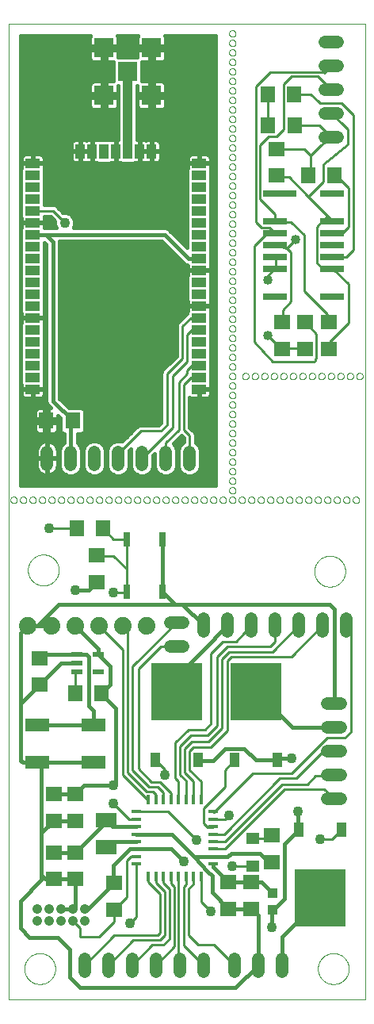
<source format=gtl>
G75*
%MOIN*%
%OFA0B0*%
%FSLAX25Y25*%
%IPPOS*%
%LPD*%
%AMOC8*
5,1,8,0,0,1.08239X$1,22.5*
%
%ADD10C,0.00000*%
%ADD11R,0.07087X0.06299*%
%ADD12R,0.06299X0.07087*%
%ADD13C,0.05400*%
%ADD14R,0.08661X0.06299*%
%ADD15R,0.03937X0.04331*%
%ADD16R,0.07098X0.06299*%
%ADD17R,0.21260X0.24409*%
%ADD18R,0.03937X0.06299*%
%ADD19R,0.01457X0.03937*%
%ADD20R,0.03937X0.01457*%
%ADD21R,0.06000X0.04000*%
%ADD22R,0.04000X0.06000*%
%ADD23R,0.08299X0.08299*%
%ADD24R,0.07906X0.07906*%
%ADD25R,0.10236X0.02756*%
%ADD26R,0.10236X0.03150*%
%ADD27R,0.14173X0.03150*%
%ADD28R,0.06299X0.07098*%
%ADD29C,0.04134*%
%ADD30R,0.05512X0.04724*%
%ADD31R,0.03000X0.06000*%
%ADD32C,0.07400*%
%ADD33R,0.09843X0.05512*%
%ADD34R,0.04724X0.02362*%
%ADD35C,0.01600*%
%ADD36C,0.04356*%
%ADD37C,0.04000*%
%ADD38C,0.01000*%
%ADD39C,0.04000*%
D10*
X0020000Y0025000D02*
X0020000Y0435000D01*
X0170000Y0435000D01*
X0170000Y0025000D01*
X0020000Y0025000D01*
X0026500Y0038000D02*
X0026502Y0038161D01*
X0026508Y0038321D01*
X0026518Y0038482D01*
X0026532Y0038642D01*
X0026550Y0038802D01*
X0026571Y0038961D01*
X0026597Y0039120D01*
X0026627Y0039278D01*
X0026660Y0039435D01*
X0026698Y0039592D01*
X0026739Y0039747D01*
X0026784Y0039901D01*
X0026833Y0040054D01*
X0026886Y0040206D01*
X0026942Y0040357D01*
X0027003Y0040506D01*
X0027066Y0040654D01*
X0027134Y0040800D01*
X0027205Y0040944D01*
X0027279Y0041086D01*
X0027357Y0041227D01*
X0027439Y0041365D01*
X0027524Y0041502D01*
X0027612Y0041636D01*
X0027704Y0041768D01*
X0027799Y0041898D01*
X0027897Y0042026D01*
X0027998Y0042151D01*
X0028102Y0042273D01*
X0028209Y0042393D01*
X0028319Y0042510D01*
X0028432Y0042625D01*
X0028548Y0042736D01*
X0028667Y0042845D01*
X0028788Y0042950D01*
X0028912Y0043053D01*
X0029038Y0043153D01*
X0029166Y0043249D01*
X0029297Y0043342D01*
X0029431Y0043432D01*
X0029566Y0043519D01*
X0029704Y0043602D01*
X0029843Y0043682D01*
X0029985Y0043758D01*
X0030128Y0043831D01*
X0030273Y0043900D01*
X0030420Y0043966D01*
X0030568Y0044028D01*
X0030718Y0044086D01*
X0030869Y0044141D01*
X0031022Y0044192D01*
X0031176Y0044239D01*
X0031331Y0044282D01*
X0031487Y0044321D01*
X0031643Y0044357D01*
X0031801Y0044388D01*
X0031959Y0044416D01*
X0032118Y0044440D01*
X0032278Y0044460D01*
X0032438Y0044476D01*
X0032598Y0044488D01*
X0032759Y0044496D01*
X0032920Y0044500D01*
X0033080Y0044500D01*
X0033241Y0044496D01*
X0033402Y0044488D01*
X0033562Y0044476D01*
X0033722Y0044460D01*
X0033882Y0044440D01*
X0034041Y0044416D01*
X0034199Y0044388D01*
X0034357Y0044357D01*
X0034513Y0044321D01*
X0034669Y0044282D01*
X0034824Y0044239D01*
X0034978Y0044192D01*
X0035131Y0044141D01*
X0035282Y0044086D01*
X0035432Y0044028D01*
X0035580Y0043966D01*
X0035727Y0043900D01*
X0035872Y0043831D01*
X0036015Y0043758D01*
X0036157Y0043682D01*
X0036296Y0043602D01*
X0036434Y0043519D01*
X0036569Y0043432D01*
X0036703Y0043342D01*
X0036834Y0043249D01*
X0036962Y0043153D01*
X0037088Y0043053D01*
X0037212Y0042950D01*
X0037333Y0042845D01*
X0037452Y0042736D01*
X0037568Y0042625D01*
X0037681Y0042510D01*
X0037791Y0042393D01*
X0037898Y0042273D01*
X0038002Y0042151D01*
X0038103Y0042026D01*
X0038201Y0041898D01*
X0038296Y0041768D01*
X0038388Y0041636D01*
X0038476Y0041502D01*
X0038561Y0041365D01*
X0038643Y0041227D01*
X0038721Y0041086D01*
X0038795Y0040944D01*
X0038866Y0040800D01*
X0038934Y0040654D01*
X0038997Y0040506D01*
X0039058Y0040357D01*
X0039114Y0040206D01*
X0039167Y0040054D01*
X0039216Y0039901D01*
X0039261Y0039747D01*
X0039302Y0039592D01*
X0039340Y0039435D01*
X0039373Y0039278D01*
X0039403Y0039120D01*
X0039429Y0038961D01*
X0039450Y0038802D01*
X0039468Y0038642D01*
X0039482Y0038482D01*
X0039492Y0038321D01*
X0039498Y0038161D01*
X0039500Y0038000D01*
X0039498Y0037839D01*
X0039492Y0037679D01*
X0039482Y0037518D01*
X0039468Y0037358D01*
X0039450Y0037198D01*
X0039429Y0037039D01*
X0039403Y0036880D01*
X0039373Y0036722D01*
X0039340Y0036565D01*
X0039302Y0036408D01*
X0039261Y0036253D01*
X0039216Y0036099D01*
X0039167Y0035946D01*
X0039114Y0035794D01*
X0039058Y0035643D01*
X0038997Y0035494D01*
X0038934Y0035346D01*
X0038866Y0035200D01*
X0038795Y0035056D01*
X0038721Y0034914D01*
X0038643Y0034773D01*
X0038561Y0034635D01*
X0038476Y0034498D01*
X0038388Y0034364D01*
X0038296Y0034232D01*
X0038201Y0034102D01*
X0038103Y0033974D01*
X0038002Y0033849D01*
X0037898Y0033727D01*
X0037791Y0033607D01*
X0037681Y0033490D01*
X0037568Y0033375D01*
X0037452Y0033264D01*
X0037333Y0033155D01*
X0037212Y0033050D01*
X0037088Y0032947D01*
X0036962Y0032847D01*
X0036834Y0032751D01*
X0036703Y0032658D01*
X0036569Y0032568D01*
X0036434Y0032481D01*
X0036296Y0032398D01*
X0036157Y0032318D01*
X0036015Y0032242D01*
X0035872Y0032169D01*
X0035727Y0032100D01*
X0035580Y0032034D01*
X0035432Y0031972D01*
X0035282Y0031914D01*
X0035131Y0031859D01*
X0034978Y0031808D01*
X0034824Y0031761D01*
X0034669Y0031718D01*
X0034513Y0031679D01*
X0034357Y0031643D01*
X0034199Y0031612D01*
X0034041Y0031584D01*
X0033882Y0031560D01*
X0033722Y0031540D01*
X0033562Y0031524D01*
X0033402Y0031512D01*
X0033241Y0031504D01*
X0033080Y0031500D01*
X0032920Y0031500D01*
X0032759Y0031504D01*
X0032598Y0031512D01*
X0032438Y0031524D01*
X0032278Y0031540D01*
X0032118Y0031560D01*
X0031959Y0031584D01*
X0031801Y0031612D01*
X0031643Y0031643D01*
X0031487Y0031679D01*
X0031331Y0031718D01*
X0031176Y0031761D01*
X0031022Y0031808D01*
X0030869Y0031859D01*
X0030718Y0031914D01*
X0030568Y0031972D01*
X0030420Y0032034D01*
X0030273Y0032100D01*
X0030128Y0032169D01*
X0029985Y0032242D01*
X0029843Y0032318D01*
X0029704Y0032398D01*
X0029566Y0032481D01*
X0029431Y0032568D01*
X0029297Y0032658D01*
X0029166Y0032751D01*
X0029038Y0032847D01*
X0028912Y0032947D01*
X0028788Y0033050D01*
X0028667Y0033155D01*
X0028548Y0033264D01*
X0028432Y0033375D01*
X0028319Y0033490D01*
X0028209Y0033607D01*
X0028102Y0033727D01*
X0027998Y0033849D01*
X0027897Y0033974D01*
X0027799Y0034102D01*
X0027704Y0034232D01*
X0027612Y0034364D01*
X0027524Y0034498D01*
X0027439Y0034635D01*
X0027357Y0034773D01*
X0027279Y0034914D01*
X0027205Y0035056D01*
X0027134Y0035200D01*
X0027066Y0035346D01*
X0027003Y0035494D01*
X0026942Y0035643D01*
X0026886Y0035794D01*
X0026833Y0035946D01*
X0026784Y0036099D01*
X0026739Y0036253D01*
X0026698Y0036408D01*
X0026660Y0036565D01*
X0026627Y0036722D01*
X0026597Y0036880D01*
X0026571Y0037039D01*
X0026550Y0037198D01*
X0026532Y0037358D01*
X0026518Y0037518D01*
X0026508Y0037679D01*
X0026502Y0037839D01*
X0026500Y0038000D01*
X0028000Y0205500D02*
X0028002Y0205661D01*
X0028008Y0205821D01*
X0028018Y0205982D01*
X0028032Y0206142D01*
X0028050Y0206302D01*
X0028071Y0206461D01*
X0028097Y0206620D01*
X0028127Y0206778D01*
X0028160Y0206935D01*
X0028198Y0207092D01*
X0028239Y0207247D01*
X0028284Y0207401D01*
X0028333Y0207554D01*
X0028386Y0207706D01*
X0028442Y0207857D01*
X0028503Y0208006D01*
X0028566Y0208154D01*
X0028634Y0208300D01*
X0028705Y0208444D01*
X0028779Y0208586D01*
X0028857Y0208727D01*
X0028939Y0208865D01*
X0029024Y0209002D01*
X0029112Y0209136D01*
X0029204Y0209268D01*
X0029299Y0209398D01*
X0029397Y0209526D01*
X0029498Y0209651D01*
X0029602Y0209773D01*
X0029709Y0209893D01*
X0029819Y0210010D01*
X0029932Y0210125D01*
X0030048Y0210236D01*
X0030167Y0210345D01*
X0030288Y0210450D01*
X0030412Y0210553D01*
X0030538Y0210653D01*
X0030666Y0210749D01*
X0030797Y0210842D01*
X0030931Y0210932D01*
X0031066Y0211019D01*
X0031204Y0211102D01*
X0031343Y0211182D01*
X0031485Y0211258D01*
X0031628Y0211331D01*
X0031773Y0211400D01*
X0031920Y0211466D01*
X0032068Y0211528D01*
X0032218Y0211586D01*
X0032369Y0211641D01*
X0032522Y0211692D01*
X0032676Y0211739D01*
X0032831Y0211782D01*
X0032987Y0211821D01*
X0033143Y0211857D01*
X0033301Y0211888D01*
X0033459Y0211916D01*
X0033618Y0211940D01*
X0033778Y0211960D01*
X0033938Y0211976D01*
X0034098Y0211988D01*
X0034259Y0211996D01*
X0034420Y0212000D01*
X0034580Y0212000D01*
X0034741Y0211996D01*
X0034902Y0211988D01*
X0035062Y0211976D01*
X0035222Y0211960D01*
X0035382Y0211940D01*
X0035541Y0211916D01*
X0035699Y0211888D01*
X0035857Y0211857D01*
X0036013Y0211821D01*
X0036169Y0211782D01*
X0036324Y0211739D01*
X0036478Y0211692D01*
X0036631Y0211641D01*
X0036782Y0211586D01*
X0036932Y0211528D01*
X0037080Y0211466D01*
X0037227Y0211400D01*
X0037372Y0211331D01*
X0037515Y0211258D01*
X0037657Y0211182D01*
X0037796Y0211102D01*
X0037934Y0211019D01*
X0038069Y0210932D01*
X0038203Y0210842D01*
X0038334Y0210749D01*
X0038462Y0210653D01*
X0038588Y0210553D01*
X0038712Y0210450D01*
X0038833Y0210345D01*
X0038952Y0210236D01*
X0039068Y0210125D01*
X0039181Y0210010D01*
X0039291Y0209893D01*
X0039398Y0209773D01*
X0039502Y0209651D01*
X0039603Y0209526D01*
X0039701Y0209398D01*
X0039796Y0209268D01*
X0039888Y0209136D01*
X0039976Y0209002D01*
X0040061Y0208865D01*
X0040143Y0208727D01*
X0040221Y0208586D01*
X0040295Y0208444D01*
X0040366Y0208300D01*
X0040434Y0208154D01*
X0040497Y0208006D01*
X0040558Y0207857D01*
X0040614Y0207706D01*
X0040667Y0207554D01*
X0040716Y0207401D01*
X0040761Y0207247D01*
X0040802Y0207092D01*
X0040840Y0206935D01*
X0040873Y0206778D01*
X0040903Y0206620D01*
X0040929Y0206461D01*
X0040950Y0206302D01*
X0040968Y0206142D01*
X0040982Y0205982D01*
X0040992Y0205821D01*
X0040998Y0205661D01*
X0041000Y0205500D01*
X0040998Y0205339D01*
X0040992Y0205179D01*
X0040982Y0205018D01*
X0040968Y0204858D01*
X0040950Y0204698D01*
X0040929Y0204539D01*
X0040903Y0204380D01*
X0040873Y0204222D01*
X0040840Y0204065D01*
X0040802Y0203908D01*
X0040761Y0203753D01*
X0040716Y0203599D01*
X0040667Y0203446D01*
X0040614Y0203294D01*
X0040558Y0203143D01*
X0040497Y0202994D01*
X0040434Y0202846D01*
X0040366Y0202700D01*
X0040295Y0202556D01*
X0040221Y0202414D01*
X0040143Y0202273D01*
X0040061Y0202135D01*
X0039976Y0201998D01*
X0039888Y0201864D01*
X0039796Y0201732D01*
X0039701Y0201602D01*
X0039603Y0201474D01*
X0039502Y0201349D01*
X0039398Y0201227D01*
X0039291Y0201107D01*
X0039181Y0200990D01*
X0039068Y0200875D01*
X0038952Y0200764D01*
X0038833Y0200655D01*
X0038712Y0200550D01*
X0038588Y0200447D01*
X0038462Y0200347D01*
X0038334Y0200251D01*
X0038203Y0200158D01*
X0038069Y0200068D01*
X0037934Y0199981D01*
X0037796Y0199898D01*
X0037657Y0199818D01*
X0037515Y0199742D01*
X0037372Y0199669D01*
X0037227Y0199600D01*
X0037080Y0199534D01*
X0036932Y0199472D01*
X0036782Y0199414D01*
X0036631Y0199359D01*
X0036478Y0199308D01*
X0036324Y0199261D01*
X0036169Y0199218D01*
X0036013Y0199179D01*
X0035857Y0199143D01*
X0035699Y0199112D01*
X0035541Y0199084D01*
X0035382Y0199060D01*
X0035222Y0199040D01*
X0035062Y0199024D01*
X0034902Y0199012D01*
X0034741Y0199004D01*
X0034580Y0199000D01*
X0034420Y0199000D01*
X0034259Y0199004D01*
X0034098Y0199012D01*
X0033938Y0199024D01*
X0033778Y0199040D01*
X0033618Y0199060D01*
X0033459Y0199084D01*
X0033301Y0199112D01*
X0033143Y0199143D01*
X0032987Y0199179D01*
X0032831Y0199218D01*
X0032676Y0199261D01*
X0032522Y0199308D01*
X0032369Y0199359D01*
X0032218Y0199414D01*
X0032068Y0199472D01*
X0031920Y0199534D01*
X0031773Y0199600D01*
X0031628Y0199669D01*
X0031485Y0199742D01*
X0031343Y0199818D01*
X0031204Y0199898D01*
X0031066Y0199981D01*
X0030931Y0200068D01*
X0030797Y0200158D01*
X0030666Y0200251D01*
X0030538Y0200347D01*
X0030412Y0200447D01*
X0030288Y0200550D01*
X0030167Y0200655D01*
X0030048Y0200764D01*
X0029932Y0200875D01*
X0029819Y0200990D01*
X0029709Y0201107D01*
X0029602Y0201227D01*
X0029498Y0201349D01*
X0029397Y0201474D01*
X0029299Y0201602D01*
X0029204Y0201732D01*
X0029112Y0201864D01*
X0029024Y0201998D01*
X0028939Y0202135D01*
X0028857Y0202273D01*
X0028779Y0202414D01*
X0028705Y0202556D01*
X0028634Y0202700D01*
X0028566Y0202846D01*
X0028503Y0202994D01*
X0028442Y0203143D01*
X0028386Y0203294D01*
X0028333Y0203446D01*
X0028284Y0203599D01*
X0028239Y0203753D01*
X0028198Y0203908D01*
X0028160Y0204065D01*
X0028127Y0204222D01*
X0028097Y0204380D01*
X0028071Y0204539D01*
X0028050Y0204698D01*
X0028032Y0204858D01*
X0028018Y0205018D01*
X0028008Y0205179D01*
X0028002Y0205339D01*
X0028000Y0205500D01*
X0024622Y0235000D02*
X0024624Y0235074D01*
X0024630Y0235148D01*
X0024640Y0235221D01*
X0024654Y0235294D01*
X0024671Y0235366D01*
X0024693Y0235436D01*
X0024718Y0235506D01*
X0024747Y0235574D01*
X0024780Y0235640D01*
X0024816Y0235705D01*
X0024856Y0235767D01*
X0024898Y0235828D01*
X0024944Y0235886D01*
X0024993Y0235941D01*
X0025045Y0235994D01*
X0025100Y0236044D01*
X0025157Y0236090D01*
X0025217Y0236134D01*
X0025279Y0236174D01*
X0025343Y0236211D01*
X0025409Y0236245D01*
X0025477Y0236275D01*
X0025546Y0236301D01*
X0025617Y0236324D01*
X0025688Y0236342D01*
X0025761Y0236357D01*
X0025834Y0236368D01*
X0025908Y0236375D01*
X0025982Y0236378D01*
X0026055Y0236377D01*
X0026129Y0236372D01*
X0026203Y0236363D01*
X0026276Y0236350D01*
X0026348Y0236333D01*
X0026419Y0236313D01*
X0026489Y0236288D01*
X0026557Y0236260D01*
X0026624Y0236229D01*
X0026689Y0236193D01*
X0026752Y0236155D01*
X0026813Y0236113D01*
X0026872Y0236067D01*
X0026928Y0236019D01*
X0026981Y0235968D01*
X0027031Y0235914D01*
X0027079Y0235857D01*
X0027123Y0235798D01*
X0027165Y0235736D01*
X0027203Y0235673D01*
X0027237Y0235607D01*
X0027268Y0235540D01*
X0027295Y0235471D01*
X0027318Y0235401D01*
X0027338Y0235330D01*
X0027354Y0235257D01*
X0027366Y0235184D01*
X0027374Y0235111D01*
X0027378Y0235037D01*
X0027378Y0234963D01*
X0027374Y0234889D01*
X0027366Y0234816D01*
X0027354Y0234743D01*
X0027338Y0234670D01*
X0027318Y0234599D01*
X0027295Y0234529D01*
X0027268Y0234460D01*
X0027237Y0234393D01*
X0027203Y0234327D01*
X0027165Y0234264D01*
X0027123Y0234202D01*
X0027079Y0234143D01*
X0027031Y0234086D01*
X0026981Y0234032D01*
X0026928Y0233981D01*
X0026872Y0233933D01*
X0026813Y0233887D01*
X0026752Y0233845D01*
X0026689Y0233807D01*
X0026624Y0233771D01*
X0026557Y0233740D01*
X0026489Y0233712D01*
X0026419Y0233687D01*
X0026348Y0233667D01*
X0026276Y0233650D01*
X0026203Y0233637D01*
X0026129Y0233628D01*
X0026055Y0233623D01*
X0025982Y0233622D01*
X0025908Y0233625D01*
X0025834Y0233632D01*
X0025761Y0233643D01*
X0025688Y0233658D01*
X0025617Y0233676D01*
X0025546Y0233699D01*
X0025477Y0233725D01*
X0025409Y0233755D01*
X0025343Y0233789D01*
X0025279Y0233826D01*
X0025217Y0233866D01*
X0025157Y0233910D01*
X0025100Y0233956D01*
X0025045Y0234006D01*
X0024993Y0234059D01*
X0024944Y0234114D01*
X0024898Y0234172D01*
X0024856Y0234233D01*
X0024816Y0234295D01*
X0024780Y0234360D01*
X0024747Y0234426D01*
X0024718Y0234494D01*
X0024693Y0234564D01*
X0024671Y0234634D01*
X0024654Y0234706D01*
X0024640Y0234779D01*
X0024630Y0234852D01*
X0024624Y0234926D01*
X0024622Y0235000D01*
X0020622Y0235000D02*
X0020624Y0235074D01*
X0020630Y0235148D01*
X0020640Y0235221D01*
X0020654Y0235294D01*
X0020671Y0235366D01*
X0020693Y0235436D01*
X0020718Y0235506D01*
X0020747Y0235574D01*
X0020780Y0235640D01*
X0020816Y0235705D01*
X0020856Y0235767D01*
X0020898Y0235828D01*
X0020944Y0235886D01*
X0020993Y0235941D01*
X0021045Y0235994D01*
X0021100Y0236044D01*
X0021157Y0236090D01*
X0021217Y0236134D01*
X0021279Y0236174D01*
X0021343Y0236211D01*
X0021409Y0236245D01*
X0021477Y0236275D01*
X0021546Y0236301D01*
X0021617Y0236324D01*
X0021688Y0236342D01*
X0021761Y0236357D01*
X0021834Y0236368D01*
X0021908Y0236375D01*
X0021982Y0236378D01*
X0022055Y0236377D01*
X0022129Y0236372D01*
X0022203Y0236363D01*
X0022276Y0236350D01*
X0022348Y0236333D01*
X0022419Y0236313D01*
X0022489Y0236288D01*
X0022557Y0236260D01*
X0022624Y0236229D01*
X0022689Y0236193D01*
X0022752Y0236155D01*
X0022813Y0236113D01*
X0022872Y0236067D01*
X0022928Y0236019D01*
X0022981Y0235968D01*
X0023031Y0235914D01*
X0023079Y0235857D01*
X0023123Y0235798D01*
X0023165Y0235736D01*
X0023203Y0235673D01*
X0023237Y0235607D01*
X0023268Y0235540D01*
X0023295Y0235471D01*
X0023318Y0235401D01*
X0023338Y0235330D01*
X0023354Y0235257D01*
X0023366Y0235184D01*
X0023374Y0235111D01*
X0023378Y0235037D01*
X0023378Y0234963D01*
X0023374Y0234889D01*
X0023366Y0234816D01*
X0023354Y0234743D01*
X0023338Y0234670D01*
X0023318Y0234599D01*
X0023295Y0234529D01*
X0023268Y0234460D01*
X0023237Y0234393D01*
X0023203Y0234327D01*
X0023165Y0234264D01*
X0023123Y0234202D01*
X0023079Y0234143D01*
X0023031Y0234086D01*
X0022981Y0234032D01*
X0022928Y0233981D01*
X0022872Y0233933D01*
X0022813Y0233887D01*
X0022752Y0233845D01*
X0022689Y0233807D01*
X0022624Y0233771D01*
X0022557Y0233740D01*
X0022489Y0233712D01*
X0022419Y0233687D01*
X0022348Y0233667D01*
X0022276Y0233650D01*
X0022203Y0233637D01*
X0022129Y0233628D01*
X0022055Y0233623D01*
X0021982Y0233622D01*
X0021908Y0233625D01*
X0021834Y0233632D01*
X0021761Y0233643D01*
X0021688Y0233658D01*
X0021617Y0233676D01*
X0021546Y0233699D01*
X0021477Y0233725D01*
X0021409Y0233755D01*
X0021343Y0233789D01*
X0021279Y0233826D01*
X0021217Y0233866D01*
X0021157Y0233910D01*
X0021100Y0233956D01*
X0021045Y0234006D01*
X0020993Y0234059D01*
X0020944Y0234114D01*
X0020898Y0234172D01*
X0020856Y0234233D01*
X0020816Y0234295D01*
X0020780Y0234360D01*
X0020747Y0234426D01*
X0020718Y0234494D01*
X0020693Y0234564D01*
X0020671Y0234634D01*
X0020654Y0234706D01*
X0020640Y0234779D01*
X0020630Y0234852D01*
X0020624Y0234926D01*
X0020622Y0235000D01*
X0028622Y0235000D02*
X0028624Y0235074D01*
X0028630Y0235148D01*
X0028640Y0235221D01*
X0028654Y0235294D01*
X0028671Y0235366D01*
X0028693Y0235436D01*
X0028718Y0235506D01*
X0028747Y0235574D01*
X0028780Y0235640D01*
X0028816Y0235705D01*
X0028856Y0235767D01*
X0028898Y0235828D01*
X0028944Y0235886D01*
X0028993Y0235941D01*
X0029045Y0235994D01*
X0029100Y0236044D01*
X0029157Y0236090D01*
X0029217Y0236134D01*
X0029279Y0236174D01*
X0029343Y0236211D01*
X0029409Y0236245D01*
X0029477Y0236275D01*
X0029546Y0236301D01*
X0029617Y0236324D01*
X0029688Y0236342D01*
X0029761Y0236357D01*
X0029834Y0236368D01*
X0029908Y0236375D01*
X0029982Y0236378D01*
X0030055Y0236377D01*
X0030129Y0236372D01*
X0030203Y0236363D01*
X0030276Y0236350D01*
X0030348Y0236333D01*
X0030419Y0236313D01*
X0030489Y0236288D01*
X0030557Y0236260D01*
X0030624Y0236229D01*
X0030689Y0236193D01*
X0030752Y0236155D01*
X0030813Y0236113D01*
X0030872Y0236067D01*
X0030928Y0236019D01*
X0030981Y0235968D01*
X0031031Y0235914D01*
X0031079Y0235857D01*
X0031123Y0235798D01*
X0031165Y0235736D01*
X0031203Y0235673D01*
X0031237Y0235607D01*
X0031268Y0235540D01*
X0031295Y0235471D01*
X0031318Y0235401D01*
X0031338Y0235330D01*
X0031354Y0235257D01*
X0031366Y0235184D01*
X0031374Y0235111D01*
X0031378Y0235037D01*
X0031378Y0234963D01*
X0031374Y0234889D01*
X0031366Y0234816D01*
X0031354Y0234743D01*
X0031338Y0234670D01*
X0031318Y0234599D01*
X0031295Y0234529D01*
X0031268Y0234460D01*
X0031237Y0234393D01*
X0031203Y0234327D01*
X0031165Y0234264D01*
X0031123Y0234202D01*
X0031079Y0234143D01*
X0031031Y0234086D01*
X0030981Y0234032D01*
X0030928Y0233981D01*
X0030872Y0233933D01*
X0030813Y0233887D01*
X0030752Y0233845D01*
X0030689Y0233807D01*
X0030624Y0233771D01*
X0030557Y0233740D01*
X0030489Y0233712D01*
X0030419Y0233687D01*
X0030348Y0233667D01*
X0030276Y0233650D01*
X0030203Y0233637D01*
X0030129Y0233628D01*
X0030055Y0233623D01*
X0029982Y0233622D01*
X0029908Y0233625D01*
X0029834Y0233632D01*
X0029761Y0233643D01*
X0029688Y0233658D01*
X0029617Y0233676D01*
X0029546Y0233699D01*
X0029477Y0233725D01*
X0029409Y0233755D01*
X0029343Y0233789D01*
X0029279Y0233826D01*
X0029217Y0233866D01*
X0029157Y0233910D01*
X0029100Y0233956D01*
X0029045Y0234006D01*
X0028993Y0234059D01*
X0028944Y0234114D01*
X0028898Y0234172D01*
X0028856Y0234233D01*
X0028816Y0234295D01*
X0028780Y0234360D01*
X0028747Y0234426D01*
X0028718Y0234494D01*
X0028693Y0234564D01*
X0028671Y0234634D01*
X0028654Y0234706D01*
X0028640Y0234779D01*
X0028630Y0234852D01*
X0028624Y0234926D01*
X0028622Y0235000D01*
X0032622Y0235000D02*
X0032624Y0235074D01*
X0032630Y0235148D01*
X0032640Y0235221D01*
X0032654Y0235294D01*
X0032671Y0235366D01*
X0032693Y0235436D01*
X0032718Y0235506D01*
X0032747Y0235574D01*
X0032780Y0235640D01*
X0032816Y0235705D01*
X0032856Y0235767D01*
X0032898Y0235828D01*
X0032944Y0235886D01*
X0032993Y0235941D01*
X0033045Y0235994D01*
X0033100Y0236044D01*
X0033157Y0236090D01*
X0033217Y0236134D01*
X0033279Y0236174D01*
X0033343Y0236211D01*
X0033409Y0236245D01*
X0033477Y0236275D01*
X0033546Y0236301D01*
X0033617Y0236324D01*
X0033688Y0236342D01*
X0033761Y0236357D01*
X0033834Y0236368D01*
X0033908Y0236375D01*
X0033982Y0236378D01*
X0034055Y0236377D01*
X0034129Y0236372D01*
X0034203Y0236363D01*
X0034276Y0236350D01*
X0034348Y0236333D01*
X0034419Y0236313D01*
X0034489Y0236288D01*
X0034557Y0236260D01*
X0034624Y0236229D01*
X0034689Y0236193D01*
X0034752Y0236155D01*
X0034813Y0236113D01*
X0034872Y0236067D01*
X0034928Y0236019D01*
X0034981Y0235968D01*
X0035031Y0235914D01*
X0035079Y0235857D01*
X0035123Y0235798D01*
X0035165Y0235736D01*
X0035203Y0235673D01*
X0035237Y0235607D01*
X0035268Y0235540D01*
X0035295Y0235471D01*
X0035318Y0235401D01*
X0035338Y0235330D01*
X0035354Y0235257D01*
X0035366Y0235184D01*
X0035374Y0235111D01*
X0035378Y0235037D01*
X0035378Y0234963D01*
X0035374Y0234889D01*
X0035366Y0234816D01*
X0035354Y0234743D01*
X0035338Y0234670D01*
X0035318Y0234599D01*
X0035295Y0234529D01*
X0035268Y0234460D01*
X0035237Y0234393D01*
X0035203Y0234327D01*
X0035165Y0234264D01*
X0035123Y0234202D01*
X0035079Y0234143D01*
X0035031Y0234086D01*
X0034981Y0234032D01*
X0034928Y0233981D01*
X0034872Y0233933D01*
X0034813Y0233887D01*
X0034752Y0233845D01*
X0034689Y0233807D01*
X0034624Y0233771D01*
X0034557Y0233740D01*
X0034489Y0233712D01*
X0034419Y0233687D01*
X0034348Y0233667D01*
X0034276Y0233650D01*
X0034203Y0233637D01*
X0034129Y0233628D01*
X0034055Y0233623D01*
X0033982Y0233622D01*
X0033908Y0233625D01*
X0033834Y0233632D01*
X0033761Y0233643D01*
X0033688Y0233658D01*
X0033617Y0233676D01*
X0033546Y0233699D01*
X0033477Y0233725D01*
X0033409Y0233755D01*
X0033343Y0233789D01*
X0033279Y0233826D01*
X0033217Y0233866D01*
X0033157Y0233910D01*
X0033100Y0233956D01*
X0033045Y0234006D01*
X0032993Y0234059D01*
X0032944Y0234114D01*
X0032898Y0234172D01*
X0032856Y0234233D01*
X0032816Y0234295D01*
X0032780Y0234360D01*
X0032747Y0234426D01*
X0032718Y0234494D01*
X0032693Y0234564D01*
X0032671Y0234634D01*
X0032654Y0234706D01*
X0032640Y0234779D01*
X0032630Y0234852D01*
X0032624Y0234926D01*
X0032622Y0235000D01*
X0036622Y0235000D02*
X0036624Y0235074D01*
X0036630Y0235148D01*
X0036640Y0235221D01*
X0036654Y0235294D01*
X0036671Y0235366D01*
X0036693Y0235436D01*
X0036718Y0235506D01*
X0036747Y0235574D01*
X0036780Y0235640D01*
X0036816Y0235705D01*
X0036856Y0235767D01*
X0036898Y0235828D01*
X0036944Y0235886D01*
X0036993Y0235941D01*
X0037045Y0235994D01*
X0037100Y0236044D01*
X0037157Y0236090D01*
X0037217Y0236134D01*
X0037279Y0236174D01*
X0037343Y0236211D01*
X0037409Y0236245D01*
X0037477Y0236275D01*
X0037546Y0236301D01*
X0037617Y0236324D01*
X0037688Y0236342D01*
X0037761Y0236357D01*
X0037834Y0236368D01*
X0037908Y0236375D01*
X0037982Y0236378D01*
X0038055Y0236377D01*
X0038129Y0236372D01*
X0038203Y0236363D01*
X0038276Y0236350D01*
X0038348Y0236333D01*
X0038419Y0236313D01*
X0038489Y0236288D01*
X0038557Y0236260D01*
X0038624Y0236229D01*
X0038689Y0236193D01*
X0038752Y0236155D01*
X0038813Y0236113D01*
X0038872Y0236067D01*
X0038928Y0236019D01*
X0038981Y0235968D01*
X0039031Y0235914D01*
X0039079Y0235857D01*
X0039123Y0235798D01*
X0039165Y0235736D01*
X0039203Y0235673D01*
X0039237Y0235607D01*
X0039268Y0235540D01*
X0039295Y0235471D01*
X0039318Y0235401D01*
X0039338Y0235330D01*
X0039354Y0235257D01*
X0039366Y0235184D01*
X0039374Y0235111D01*
X0039378Y0235037D01*
X0039378Y0234963D01*
X0039374Y0234889D01*
X0039366Y0234816D01*
X0039354Y0234743D01*
X0039338Y0234670D01*
X0039318Y0234599D01*
X0039295Y0234529D01*
X0039268Y0234460D01*
X0039237Y0234393D01*
X0039203Y0234327D01*
X0039165Y0234264D01*
X0039123Y0234202D01*
X0039079Y0234143D01*
X0039031Y0234086D01*
X0038981Y0234032D01*
X0038928Y0233981D01*
X0038872Y0233933D01*
X0038813Y0233887D01*
X0038752Y0233845D01*
X0038689Y0233807D01*
X0038624Y0233771D01*
X0038557Y0233740D01*
X0038489Y0233712D01*
X0038419Y0233687D01*
X0038348Y0233667D01*
X0038276Y0233650D01*
X0038203Y0233637D01*
X0038129Y0233628D01*
X0038055Y0233623D01*
X0037982Y0233622D01*
X0037908Y0233625D01*
X0037834Y0233632D01*
X0037761Y0233643D01*
X0037688Y0233658D01*
X0037617Y0233676D01*
X0037546Y0233699D01*
X0037477Y0233725D01*
X0037409Y0233755D01*
X0037343Y0233789D01*
X0037279Y0233826D01*
X0037217Y0233866D01*
X0037157Y0233910D01*
X0037100Y0233956D01*
X0037045Y0234006D01*
X0036993Y0234059D01*
X0036944Y0234114D01*
X0036898Y0234172D01*
X0036856Y0234233D01*
X0036816Y0234295D01*
X0036780Y0234360D01*
X0036747Y0234426D01*
X0036718Y0234494D01*
X0036693Y0234564D01*
X0036671Y0234634D01*
X0036654Y0234706D01*
X0036640Y0234779D01*
X0036630Y0234852D01*
X0036624Y0234926D01*
X0036622Y0235000D01*
X0040622Y0235000D02*
X0040624Y0235074D01*
X0040630Y0235148D01*
X0040640Y0235221D01*
X0040654Y0235294D01*
X0040671Y0235366D01*
X0040693Y0235436D01*
X0040718Y0235506D01*
X0040747Y0235574D01*
X0040780Y0235640D01*
X0040816Y0235705D01*
X0040856Y0235767D01*
X0040898Y0235828D01*
X0040944Y0235886D01*
X0040993Y0235941D01*
X0041045Y0235994D01*
X0041100Y0236044D01*
X0041157Y0236090D01*
X0041217Y0236134D01*
X0041279Y0236174D01*
X0041343Y0236211D01*
X0041409Y0236245D01*
X0041477Y0236275D01*
X0041546Y0236301D01*
X0041617Y0236324D01*
X0041688Y0236342D01*
X0041761Y0236357D01*
X0041834Y0236368D01*
X0041908Y0236375D01*
X0041982Y0236378D01*
X0042055Y0236377D01*
X0042129Y0236372D01*
X0042203Y0236363D01*
X0042276Y0236350D01*
X0042348Y0236333D01*
X0042419Y0236313D01*
X0042489Y0236288D01*
X0042557Y0236260D01*
X0042624Y0236229D01*
X0042689Y0236193D01*
X0042752Y0236155D01*
X0042813Y0236113D01*
X0042872Y0236067D01*
X0042928Y0236019D01*
X0042981Y0235968D01*
X0043031Y0235914D01*
X0043079Y0235857D01*
X0043123Y0235798D01*
X0043165Y0235736D01*
X0043203Y0235673D01*
X0043237Y0235607D01*
X0043268Y0235540D01*
X0043295Y0235471D01*
X0043318Y0235401D01*
X0043338Y0235330D01*
X0043354Y0235257D01*
X0043366Y0235184D01*
X0043374Y0235111D01*
X0043378Y0235037D01*
X0043378Y0234963D01*
X0043374Y0234889D01*
X0043366Y0234816D01*
X0043354Y0234743D01*
X0043338Y0234670D01*
X0043318Y0234599D01*
X0043295Y0234529D01*
X0043268Y0234460D01*
X0043237Y0234393D01*
X0043203Y0234327D01*
X0043165Y0234264D01*
X0043123Y0234202D01*
X0043079Y0234143D01*
X0043031Y0234086D01*
X0042981Y0234032D01*
X0042928Y0233981D01*
X0042872Y0233933D01*
X0042813Y0233887D01*
X0042752Y0233845D01*
X0042689Y0233807D01*
X0042624Y0233771D01*
X0042557Y0233740D01*
X0042489Y0233712D01*
X0042419Y0233687D01*
X0042348Y0233667D01*
X0042276Y0233650D01*
X0042203Y0233637D01*
X0042129Y0233628D01*
X0042055Y0233623D01*
X0041982Y0233622D01*
X0041908Y0233625D01*
X0041834Y0233632D01*
X0041761Y0233643D01*
X0041688Y0233658D01*
X0041617Y0233676D01*
X0041546Y0233699D01*
X0041477Y0233725D01*
X0041409Y0233755D01*
X0041343Y0233789D01*
X0041279Y0233826D01*
X0041217Y0233866D01*
X0041157Y0233910D01*
X0041100Y0233956D01*
X0041045Y0234006D01*
X0040993Y0234059D01*
X0040944Y0234114D01*
X0040898Y0234172D01*
X0040856Y0234233D01*
X0040816Y0234295D01*
X0040780Y0234360D01*
X0040747Y0234426D01*
X0040718Y0234494D01*
X0040693Y0234564D01*
X0040671Y0234634D01*
X0040654Y0234706D01*
X0040640Y0234779D01*
X0040630Y0234852D01*
X0040624Y0234926D01*
X0040622Y0235000D01*
X0044622Y0235000D02*
X0044624Y0235074D01*
X0044630Y0235148D01*
X0044640Y0235221D01*
X0044654Y0235294D01*
X0044671Y0235366D01*
X0044693Y0235436D01*
X0044718Y0235506D01*
X0044747Y0235574D01*
X0044780Y0235640D01*
X0044816Y0235705D01*
X0044856Y0235767D01*
X0044898Y0235828D01*
X0044944Y0235886D01*
X0044993Y0235941D01*
X0045045Y0235994D01*
X0045100Y0236044D01*
X0045157Y0236090D01*
X0045217Y0236134D01*
X0045279Y0236174D01*
X0045343Y0236211D01*
X0045409Y0236245D01*
X0045477Y0236275D01*
X0045546Y0236301D01*
X0045617Y0236324D01*
X0045688Y0236342D01*
X0045761Y0236357D01*
X0045834Y0236368D01*
X0045908Y0236375D01*
X0045982Y0236378D01*
X0046055Y0236377D01*
X0046129Y0236372D01*
X0046203Y0236363D01*
X0046276Y0236350D01*
X0046348Y0236333D01*
X0046419Y0236313D01*
X0046489Y0236288D01*
X0046557Y0236260D01*
X0046624Y0236229D01*
X0046689Y0236193D01*
X0046752Y0236155D01*
X0046813Y0236113D01*
X0046872Y0236067D01*
X0046928Y0236019D01*
X0046981Y0235968D01*
X0047031Y0235914D01*
X0047079Y0235857D01*
X0047123Y0235798D01*
X0047165Y0235736D01*
X0047203Y0235673D01*
X0047237Y0235607D01*
X0047268Y0235540D01*
X0047295Y0235471D01*
X0047318Y0235401D01*
X0047338Y0235330D01*
X0047354Y0235257D01*
X0047366Y0235184D01*
X0047374Y0235111D01*
X0047378Y0235037D01*
X0047378Y0234963D01*
X0047374Y0234889D01*
X0047366Y0234816D01*
X0047354Y0234743D01*
X0047338Y0234670D01*
X0047318Y0234599D01*
X0047295Y0234529D01*
X0047268Y0234460D01*
X0047237Y0234393D01*
X0047203Y0234327D01*
X0047165Y0234264D01*
X0047123Y0234202D01*
X0047079Y0234143D01*
X0047031Y0234086D01*
X0046981Y0234032D01*
X0046928Y0233981D01*
X0046872Y0233933D01*
X0046813Y0233887D01*
X0046752Y0233845D01*
X0046689Y0233807D01*
X0046624Y0233771D01*
X0046557Y0233740D01*
X0046489Y0233712D01*
X0046419Y0233687D01*
X0046348Y0233667D01*
X0046276Y0233650D01*
X0046203Y0233637D01*
X0046129Y0233628D01*
X0046055Y0233623D01*
X0045982Y0233622D01*
X0045908Y0233625D01*
X0045834Y0233632D01*
X0045761Y0233643D01*
X0045688Y0233658D01*
X0045617Y0233676D01*
X0045546Y0233699D01*
X0045477Y0233725D01*
X0045409Y0233755D01*
X0045343Y0233789D01*
X0045279Y0233826D01*
X0045217Y0233866D01*
X0045157Y0233910D01*
X0045100Y0233956D01*
X0045045Y0234006D01*
X0044993Y0234059D01*
X0044944Y0234114D01*
X0044898Y0234172D01*
X0044856Y0234233D01*
X0044816Y0234295D01*
X0044780Y0234360D01*
X0044747Y0234426D01*
X0044718Y0234494D01*
X0044693Y0234564D01*
X0044671Y0234634D01*
X0044654Y0234706D01*
X0044640Y0234779D01*
X0044630Y0234852D01*
X0044624Y0234926D01*
X0044622Y0235000D01*
X0048622Y0235000D02*
X0048624Y0235074D01*
X0048630Y0235148D01*
X0048640Y0235221D01*
X0048654Y0235294D01*
X0048671Y0235366D01*
X0048693Y0235436D01*
X0048718Y0235506D01*
X0048747Y0235574D01*
X0048780Y0235640D01*
X0048816Y0235705D01*
X0048856Y0235767D01*
X0048898Y0235828D01*
X0048944Y0235886D01*
X0048993Y0235941D01*
X0049045Y0235994D01*
X0049100Y0236044D01*
X0049157Y0236090D01*
X0049217Y0236134D01*
X0049279Y0236174D01*
X0049343Y0236211D01*
X0049409Y0236245D01*
X0049477Y0236275D01*
X0049546Y0236301D01*
X0049617Y0236324D01*
X0049688Y0236342D01*
X0049761Y0236357D01*
X0049834Y0236368D01*
X0049908Y0236375D01*
X0049982Y0236378D01*
X0050055Y0236377D01*
X0050129Y0236372D01*
X0050203Y0236363D01*
X0050276Y0236350D01*
X0050348Y0236333D01*
X0050419Y0236313D01*
X0050489Y0236288D01*
X0050557Y0236260D01*
X0050624Y0236229D01*
X0050689Y0236193D01*
X0050752Y0236155D01*
X0050813Y0236113D01*
X0050872Y0236067D01*
X0050928Y0236019D01*
X0050981Y0235968D01*
X0051031Y0235914D01*
X0051079Y0235857D01*
X0051123Y0235798D01*
X0051165Y0235736D01*
X0051203Y0235673D01*
X0051237Y0235607D01*
X0051268Y0235540D01*
X0051295Y0235471D01*
X0051318Y0235401D01*
X0051338Y0235330D01*
X0051354Y0235257D01*
X0051366Y0235184D01*
X0051374Y0235111D01*
X0051378Y0235037D01*
X0051378Y0234963D01*
X0051374Y0234889D01*
X0051366Y0234816D01*
X0051354Y0234743D01*
X0051338Y0234670D01*
X0051318Y0234599D01*
X0051295Y0234529D01*
X0051268Y0234460D01*
X0051237Y0234393D01*
X0051203Y0234327D01*
X0051165Y0234264D01*
X0051123Y0234202D01*
X0051079Y0234143D01*
X0051031Y0234086D01*
X0050981Y0234032D01*
X0050928Y0233981D01*
X0050872Y0233933D01*
X0050813Y0233887D01*
X0050752Y0233845D01*
X0050689Y0233807D01*
X0050624Y0233771D01*
X0050557Y0233740D01*
X0050489Y0233712D01*
X0050419Y0233687D01*
X0050348Y0233667D01*
X0050276Y0233650D01*
X0050203Y0233637D01*
X0050129Y0233628D01*
X0050055Y0233623D01*
X0049982Y0233622D01*
X0049908Y0233625D01*
X0049834Y0233632D01*
X0049761Y0233643D01*
X0049688Y0233658D01*
X0049617Y0233676D01*
X0049546Y0233699D01*
X0049477Y0233725D01*
X0049409Y0233755D01*
X0049343Y0233789D01*
X0049279Y0233826D01*
X0049217Y0233866D01*
X0049157Y0233910D01*
X0049100Y0233956D01*
X0049045Y0234006D01*
X0048993Y0234059D01*
X0048944Y0234114D01*
X0048898Y0234172D01*
X0048856Y0234233D01*
X0048816Y0234295D01*
X0048780Y0234360D01*
X0048747Y0234426D01*
X0048718Y0234494D01*
X0048693Y0234564D01*
X0048671Y0234634D01*
X0048654Y0234706D01*
X0048640Y0234779D01*
X0048630Y0234852D01*
X0048624Y0234926D01*
X0048622Y0235000D01*
X0052622Y0235000D02*
X0052624Y0235074D01*
X0052630Y0235148D01*
X0052640Y0235221D01*
X0052654Y0235294D01*
X0052671Y0235366D01*
X0052693Y0235436D01*
X0052718Y0235506D01*
X0052747Y0235574D01*
X0052780Y0235640D01*
X0052816Y0235705D01*
X0052856Y0235767D01*
X0052898Y0235828D01*
X0052944Y0235886D01*
X0052993Y0235941D01*
X0053045Y0235994D01*
X0053100Y0236044D01*
X0053157Y0236090D01*
X0053217Y0236134D01*
X0053279Y0236174D01*
X0053343Y0236211D01*
X0053409Y0236245D01*
X0053477Y0236275D01*
X0053546Y0236301D01*
X0053617Y0236324D01*
X0053688Y0236342D01*
X0053761Y0236357D01*
X0053834Y0236368D01*
X0053908Y0236375D01*
X0053982Y0236378D01*
X0054055Y0236377D01*
X0054129Y0236372D01*
X0054203Y0236363D01*
X0054276Y0236350D01*
X0054348Y0236333D01*
X0054419Y0236313D01*
X0054489Y0236288D01*
X0054557Y0236260D01*
X0054624Y0236229D01*
X0054689Y0236193D01*
X0054752Y0236155D01*
X0054813Y0236113D01*
X0054872Y0236067D01*
X0054928Y0236019D01*
X0054981Y0235968D01*
X0055031Y0235914D01*
X0055079Y0235857D01*
X0055123Y0235798D01*
X0055165Y0235736D01*
X0055203Y0235673D01*
X0055237Y0235607D01*
X0055268Y0235540D01*
X0055295Y0235471D01*
X0055318Y0235401D01*
X0055338Y0235330D01*
X0055354Y0235257D01*
X0055366Y0235184D01*
X0055374Y0235111D01*
X0055378Y0235037D01*
X0055378Y0234963D01*
X0055374Y0234889D01*
X0055366Y0234816D01*
X0055354Y0234743D01*
X0055338Y0234670D01*
X0055318Y0234599D01*
X0055295Y0234529D01*
X0055268Y0234460D01*
X0055237Y0234393D01*
X0055203Y0234327D01*
X0055165Y0234264D01*
X0055123Y0234202D01*
X0055079Y0234143D01*
X0055031Y0234086D01*
X0054981Y0234032D01*
X0054928Y0233981D01*
X0054872Y0233933D01*
X0054813Y0233887D01*
X0054752Y0233845D01*
X0054689Y0233807D01*
X0054624Y0233771D01*
X0054557Y0233740D01*
X0054489Y0233712D01*
X0054419Y0233687D01*
X0054348Y0233667D01*
X0054276Y0233650D01*
X0054203Y0233637D01*
X0054129Y0233628D01*
X0054055Y0233623D01*
X0053982Y0233622D01*
X0053908Y0233625D01*
X0053834Y0233632D01*
X0053761Y0233643D01*
X0053688Y0233658D01*
X0053617Y0233676D01*
X0053546Y0233699D01*
X0053477Y0233725D01*
X0053409Y0233755D01*
X0053343Y0233789D01*
X0053279Y0233826D01*
X0053217Y0233866D01*
X0053157Y0233910D01*
X0053100Y0233956D01*
X0053045Y0234006D01*
X0052993Y0234059D01*
X0052944Y0234114D01*
X0052898Y0234172D01*
X0052856Y0234233D01*
X0052816Y0234295D01*
X0052780Y0234360D01*
X0052747Y0234426D01*
X0052718Y0234494D01*
X0052693Y0234564D01*
X0052671Y0234634D01*
X0052654Y0234706D01*
X0052640Y0234779D01*
X0052630Y0234852D01*
X0052624Y0234926D01*
X0052622Y0235000D01*
X0056622Y0235000D02*
X0056624Y0235074D01*
X0056630Y0235148D01*
X0056640Y0235221D01*
X0056654Y0235294D01*
X0056671Y0235366D01*
X0056693Y0235436D01*
X0056718Y0235506D01*
X0056747Y0235574D01*
X0056780Y0235640D01*
X0056816Y0235705D01*
X0056856Y0235767D01*
X0056898Y0235828D01*
X0056944Y0235886D01*
X0056993Y0235941D01*
X0057045Y0235994D01*
X0057100Y0236044D01*
X0057157Y0236090D01*
X0057217Y0236134D01*
X0057279Y0236174D01*
X0057343Y0236211D01*
X0057409Y0236245D01*
X0057477Y0236275D01*
X0057546Y0236301D01*
X0057617Y0236324D01*
X0057688Y0236342D01*
X0057761Y0236357D01*
X0057834Y0236368D01*
X0057908Y0236375D01*
X0057982Y0236378D01*
X0058055Y0236377D01*
X0058129Y0236372D01*
X0058203Y0236363D01*
X0058276Y0236350D01*
X0058348Y0236333D01*
X0058419Y0236313D01*
X0058489Y0236288D01*
X0058557Y0236260D01*
X0058624Y0236229D01*
X0058689Y0236193D01*
X0058752Y0236155D01*
X0058813Y0236113D01*
X0058872Y0236067D01*
X0058928Y0236019D01*
X0058981Y0235968D01*
X0059031Y0235914D01*
X0059079Y0235857D01*
X0059123Y0235798D01*
X0059165Y0235736D01*
X0059203Y0235673D01*
X0059237Y0235607D01*
X0059268Y0235540D01*
X0059295Y0235471D01*
X0059318Y0235401D01*
X0059338Y0235330D01*
X0059354Y0235257D01*
X0059366Y0235184D01*
X0059374Y0235111D01*
X0059378Y0235037D01*
X0059378Y0234963D01*
X0059374Y0234889D01*
X0059366Y0234816D01*
X0059354Y0234743D01*
X0059338Y0234670D01*
X0059318Y0234599D01*
X0059295Y0234529D01*
X0059268Y0234460D01*
X0059237Y0234393D01*
X0059203Y0234327D01*
X0059165Y0234264D01*
X0059123Y0234202D01*
X0059079Y0234143D01*
X0059031Y0234086D01*
X0058981Y0234032D01*
X0058928Y0233981D01*
X0058872Y0233933D01*
X0058813Y0233887D01*
X0058752Y0233845D01*
X0058689Y0233807D01*
X0058624Y0233771D01*
X0058557Y0233740D01*
X0058489Y0233712D01*
X0058419Y0233687D01*
X0058348Y0233667D01*
X0058276Y0233650D01*
X0058203Y0233637D01*
X0058129Y0233628D01*
X0058055Y0233623D01*
X0057982Y0233622D01*
X0057908Y0233625D01*
X0057834Y0233632D01*
X0057761Y0233643D01*
X0057688Y0233658D01*
X0057617Y0233676D01*
X0057546Y0233699D01*
X0057477Y0233725D01*
X0057409Y0233755D01*
X0057343Y0233789D01*
X0057279Y0233826D01*
X0057217Y0233866D01*
X0057157Y0233910D01*
X0057100Y0233956D01*
X0057045Y0234006D01*
X0056993Y0234059D01*
X0056944Y0234114D01*
X0056898Y0234172D01*
X0056856Y0234233D01*
X0056816Y0234295D01*
X0056780Y0234360D01*
X0056747Y0234426D01*
X0056718Y0234494D01*
X0056693Y0234564D01*
X0056671Y0234634D01*
X0056654Y0234706D01*
X0056640Y0234779D01*
X0056630Y0234852D01*
X0056624Y0234926D01*
X0056622Y0235000D01*
X0060622Y0235000D02*
X0060624Y0235074D01*
X0060630Y0235148D01*
X0060640Y0235221D01*
X0060654Y0235294D01*
X0060671Y0235366D01*
X0060693Y0235436D01*
X0060718Y0235506D01*
X0060747Y0235574D01*
X0060780Y0235640D01*
X0060816Y0235705D01*
X0060856Y0235767D01*
X0060898Y0235828D01*
X0060944Y0235886D01*
X0060993Y0235941D01*
X0061045Y0235994D01*
X0061100Y0236044D01*
X0061157Y0236090D01*
X0061217Y0236134D01*
X0061279Y0236174D01*
X0061343Y0236211D01*
X0061409Y0236245D01*
X0061477Y0236275D01*
X0061546Y0236301D01*
X0061617Y0236324D01*
X0061688Y0236342D01*
X0061761Y0236357D01*
X0061834Y0236368D01*
X0061908Y0236375D01*
X0061982Y0236378D01*
X0062055Y0236377D01*
X0062129Y0236372D01*
X0062203Y0236363D01*
X0062276Y0236350D01*
X0062348Y0236333D01*
X0062419Y0236313D01*
X0062489Y0236288D01*
X0062557Y0236260D01*
X0062624Y0236229D01*
X0062689Y0236193D01*
X0062752Y0236155D01*
X0062813Y0236113D01*
X0062872Y0236067D01*
X0062928Y0236019D01*
X0062981Y0235968D01*
X0063031Y0235914D01*
X0063079Y0235857D01*
X0063123Y0235798D01*
X0063165Y0235736D01*
X0063203Y0235673D01*
X0063237Y0235607D01*
X0063268Y0235540D01*
X0063295Y0235471D01*
X0063318Y0235401D01*
X0063338Y0235330D01*
X0063354Y0235257D01*
X0063366Y0235184D01*
X0063374Y0235111D01*
X0063378Y0235037D01*
X0063378Y0234963D01*
X0063374Y0234889D01*
X0063366Y0234816D01*
X0063354Y0234743D01*
X0063338Y0234670D01*
X0063318Y0234599D01*
X0063295Y0234529D01*
X0063268Y0234460D01*
X0063237Y0234393D01*
X0063203Y0234327D01*
X0063165Y0234264D01*
X0063123Y0234202D01*
X0063079Y0234143D01*
X0063031Y0234086D01*
X0062981Y0234032D01*
X0062928Y0233981D01*
X0062872Y0233933D01*
X0062813Y0233887D01*
X0062752Y0233845D01*
X0062689Y0233807D01*
X0062624Y0233771D01*
X0062557Y0233740D01*
X0062489Y0233712D01*
X0062419Y0233687D01*
X0062348Y0233667D01*
X0062276Y0233650D01*
X0062203Y0233637D01*
X0062129Y0233628D01*
X0062055Y0233623D01*
X0061982Y0233622D01*
X0061908Y0233625D01*
X0061834Y0233632D01*
X0061761Y0233643D01*
X0061688Y0233658D01*
X0061617Y0233676D01*
X0061546Y0233699D01*
X0061477Y0233725D01*
X0061409Y0233755D01*
X0061343Y0233789D01*
X0061279Y0233826D01*
X0061217Y0233866D01*
X0061157Y0233910D01*
X0061100Y0233956D01*
X0061045Y0234006D01*
X0060993Y0234059D01*
X0060944Y0234114D01*
X0060898Y0234172D01*
X0060856Y0234233D01*
X0060816Y0234295D01*
X0060780Y0234360D01*
X0060747Y0234426D01*
X0060718Y0234494D01*
X0060693Y0234564D01*
X0060671Y0234634D01*
X0060654Y0234706D01*
X0060640Y0234779D01*
X0060630Y0234852D01*
X0060624Y0234926D01*
X0060622Y0235000D01*
X0064622Y0235000D02*
X0064624Y0235074D01*
X0064630Y0235148D01*
X0064640Y0235221D01*
X0064654Y0235294D01*
X0064671Y0235366D01*
X0064693Y0235436D01*
X0064718Y0235506D01*
X0064747Y0235574D01*
X0064780Y0235640D01*
X0064816Y0235705D01*
X0064856Y0235767D01*
X0064898Y0235828D01*
X0064944Y0235886D01*
X0064993Y0235941D01*
X0065045Y0235994D01*
X0065100Y0236044D01*
X0065157Y0236090D01*
X0065217Y0236134D01*
X0065279Y0236174D01*
X0065343Y0236211D01*
X0065409Y0236245D01*
X0065477Y0236275D01*
X0065546Y0236301D01*
X0065617Y0236324D01*
X0065688Y0236342D01*
X0065761Y0236357D01*
X0065834Y0236368D01*
X0065908Y0236375D01*
X0065982Y0236378D01*
X0066055Y0236377D01*
X0066129Y0236372D01*
X0066203Y0236363D01*
X0066276Y0236350D01*
X0066348Y0236333D01*
X0066419Y0236313D01*
X0066489Y0236288D01*
X0066557Y0236260D01*
X0066624Y0236229D01*
X0066689Y0236193D01*
X0066752Y0236155D01*
X0066813Y0236113D01*
X0066872Y0236067D01*
X0066928Y0236019D01*
X0066981Y0235968D01*
X0067031Y0235914D01*
X0067079Y0235857D01*
X0067123Y0235798D01*
X0067165Y0235736D01*
X0067203Y0235673D01*
X0067237Y0235607D01*
X0067268Y0235540D01*
X0067295Y0235471D01*
X0067318Y0235401D01*
X0067338Y0235330D01*
X0067354Y0235257D01*
X0067366Y0235184D01*
X0067374Y0235111D01*
X0067378Y0235037D01*
X0067378Y0234963D01*
X0067374Y0234889D01*
X0067366Y0234816D01*
X0067354Y0234743D01*
X0067338Y0234670D01*
X0067318Y0234599D01*
X0067295Y0234529D01*
X0067268Y0234460D01*
X0067237Y0234393D01*
X0067203Y0234327D01*
X0067165Y0234264D01*
X0067123Y0234202D01*
X0067079Y0234143D01*
X0067031Y0234086D01*
X0066981Y0234032D01*
X0066928Y0233981D01*
X0066872Y0233933D01*
X0066813Y0233887D01*
X0066752Y0233845D01*
X0066689Y0233807D01*
X0066624Y0233771D01*
X0066557Y0233740D01*
X0066489Y0233712D01*
X0066419Y0233687D01*
X0066348Y0233667D01*
X0066276Y0233650D01*
X0066203Y0233637D01*
X0066129Y0233628D01*
X0066055Y0233623D01*
X0065982Y0233622D01*
X0065908Y0233625D01*
X0065834Y0233632D01*
X0065761Y0233643D01*
X0065688Y0233658D01*
X0065617Y0233676D01*
X0065546Y0233699D01*
X0065477Y0233725D01*
X0065409Y0233755D01*
X0065343Y0233789D01*
X0065279Y0233826D01*
X0065217Y0233866D01*
X0065157Y0233910D01*
X0065100Y0233956D01*
X0065045Y0234006D01*
X0064993Y0234059D01*
X0064944Y0234114D01*
X0064898Y0234172D01*
X0064856Y0234233D01*
X0064816Y0234295D01*
X0064780Y0234360D01*
X0064747Y0234426D01*
X0064718Y0234494D01*
X0064693Y0234564D01*
X0064671Y0234634D01*
X0064654Y0234706D01*
X0064640Y0234779D01*
X0064630Y0234852D01*
X0064624Y0234926D01*
X0064622Y0235000D01*
X0068622Y0235000D02*
X0068624Y0235074D01*
X0068630Y0235148D01*
X0068640Y0235221D01*
X0068654Y0235294D01*
X0068671Y0235366D01*
X0068693Y0235436D01*
X0068718Y0235506D01*
X0068747Y0235574D01*
X0068780Y0235640D01*
X0068816Y0235705D01*
X0068856Y0235767D01*
X0068898Y0235828D01*
X0068944Y0235886D01*
X0068993Y0235941D01*
X0069045Y0235994D01*
X0069100Y0236044D01*
X0069157Y0236090D01*
X0069217Y0236134D01*
X0069279Y0236174D01*
X0069343Y0236211D01*
X0069409Y0236245D01*
X0069477Y0236275D01*
X0069546Y0236301D01*
X0069617Y0236324D01*
X0069688Y0236342D01*
X0069761Y0236357D01*
X0069834Y0236368D01*
X0069908Y0236375D01*
X0069982Y0236378D01*
X0070055Y0236377D01*
X0070129Y0236372D01*
X0070203Y0236363D01*
X0070276Y0236350D01*
X0070348Y0236333D01*
X0070419Y0236313D01*
X0070489Y0236288D01*
X0070557Y0236260D01*
X0070624Y0236229D01*
X0070689Y0236193D01*
X0070752Y0236155D01*
X0070813Y0236113D01*
X0070872Y0236067D01*
X0070928Y0236019D01*
X0070981Y0235968D01*
X0071031Y0235914D01*
X0071079Y0235857D01*
X0071123Y0235798D01*
X0071165Y0235736D01*
X0071203Y0235673D01*
X0071237Y0235607D01*
X0071268Y0235540D01*
X0071295Y0235471D01*
X0071318Y0235401D01*
X0071338Y0235330D01*
X0071354Y0235257D01*
X0071366Y0235184D01*
X0071374Y0235111D01*
X0071378Y0235037D01*
X0071378Y0234963D01*
X0071374Y0234889D01*
X0071366Y0234816D01*
X0071354Y0234743D01*
X0071338Y0234670D01*
X0071318Y0234599D01*
X0071295Y0234529D01*
X0071268Y0234460D01*
X0071237Y0234393D01*
X0071203Y0234327D01*
X0071165Y0234264D01*
X0071123Y0234202D01*
X0071079Y0234143D01*
X0071031Y0234086D01*
X0070981Y0234032D01*
X0070928Y0233981D01*
X0070872Y0233933D01*
X0070813Y0233887D01*
X0070752Y0233845D01*
X0070689Y0233807D01*
X0070624Y0233771D01*
X0070557Y0233740D01*
X0070489Y0233712D01*
X0070419Y0233687D01*
X0070348Y0233667D01*
X0070276Y0233650D01*
X0070203Y0233637D01*
X0070129Y0233628D01*
X0070055Y0233623D01*
X0069982Y0233622D01*
X0069908Y0233625D01*
X0069834Y0233632D01*
X0069761Y0233643D01*
X0069688Y0233658D01*
X0069617Y0233676D01*
X0069546Y0233699D01*
X0069477Y0233725D01*
X0069409Y0233755D01*
X0069343Y0233789D01*
X0069279Y0233826D01*
X0069217Y0233866D01*
X0069157Y0233910D01*
X0069100Y0233956D01*
X0069045Y0234006D01*
X0068993Y0234059D01*
X0068944Y0234114D01*
X0068898Y0234172D01*
X0068856Y0234233D01*
X0068816Y0234295D01*
X0068780Y0234360D01*
X0068747Y0234426D01*
X0068718Y0234494D01*
X0068693Y0234564D01*
X0068671Y0234634D01*
X0068654Y0234706D01*
X0068640Y0234779D01*
X0068630Y0234852D01*
X0068624Y0234926D01*
X0068622Y0235000D01*
X0072622Y0235000D02*
X0072624Y0235074D01*
X0072630Y0235148D01*
X0072640Y0235221D01*
X0072654Y0235294D01*
X0072671Y0235366D01*
X0072693Y0235436D01*
X0072718Y0235506D01*
X0072747Y0235574D01*
X0072780Y0235640D01*
X0072816Y0235705D01*
X0072856Y0235767D01*
X0072898Y0235828D01*
X0072944Y0235886D01*
X0072993Y0235941D01*
X0073045Y0235994D01*
X0073100Y0236044D01*
X0073157Y0236090D01*
X0073217Y0236134D01*
X0073279Y0236174D01*
X0073343Y0236211D01*
X0073409Y0236245D01*
X0073477Y0236275D01*
X0073546Y0236301D01*
X0073617Y0236324D01*
X0073688Y0236342D01*
X0073761Y0236357D01*
X0073834Y0236368D01*
X0073908Y0236375D01*
X0073982Y0236378D01*
X0074055Y0236377D01*
X0074129Y0236372D01*
X0074203Y0236363D01*
X0074276Y0236350D01*
X0074348Y0236333D01*
X0074419Y0236313D01*
X0074489Y0236288D01*
X0074557Y0236260D01*
X0074624Y0236229D01*
X0074689Y0236193D01*
X0074752Y0236155D01*
X0074813Y0236113D01*
X0074872Y0236067D01*
X0074928Y0236019D01*
X0074981Y0235968D01*
X0075031Y0235914D01*
X0075079Y0235857D01*
X0075123Y0235798D01*
X0075165Y0235736D01*
X0075203Y0235673D01*
X0075237Y0235607D01*
X0075268Y0235540D01*
X0075295Y0235471D01*
X0075318Y0235401D01*
X0075338Y0235330D01*
X0075354Y0235257D01*
X0075366Y0235184D01*
X0075374Y0235111D01*
X0075378Y0235037D01*
X0075378Y0234963D01*
X0075374Y0234889D01*
X0075366Y0234816D01*
X0075354Y0234743D01*
X0075338Y0234670D01*
X0075318Y0234599D01*
X0075295Y0234529D01*
X0075268Y0234460D01*
X0075237Y0234393D01*
X0075203Y0234327D01*
X0075165Y0234264D01*
X0075123Y0234202D01*
X0075079Y0234143D01*
X0075031Y0234086D01*
X0074981Y0234032D01*
X0074928Y0233981D01*
X0074872Y0233933D01*
X0074813Y0233887D01*
X0074752Y0233845D01*
X0074689Y0233807D01*
X0074624Y0233771D01*
X0074557Y0233740D01*
X0074489Y0233712D01*
X0074419Y0233687D01*
X0074348Y0233667D01*
X0074276Y0233650D01*
X0074203Y0233637D01*
X0074129Y0233628D01*
X0074055Y0233623D01*
X0073982Y0233622D01*
X0073908Y0233625D01*
X0073834Y0233632D01*
X0073761Y0233643D01*
X0073688Y0233658D01*
X0073617Y0233676D01*
X0073546Y0233699D01*
X0073477Y0233725D01*
X0073409Y0233755D01*
X0073343Y0233789D01*
X0073279Y0233826D01*
X0073217Y0233866D01*
X0073157Y0233910D01*
X0073100Y0233956D01*
X0073045Y0234006D01*
X0072993Y0234059D01*
X0072944Y0234114D01*
X0072898Y0234172D01*
X0072856Y0234233D01*
X0072816Y0234295D01*
X0072780Y0234360D01*
X0072747Y0234426D01*
X0072718Y0234494D01*
X0072693Y0234564D01*
X0072671Y0234634D01*
X0072654Y0234706D01*
X0072640Y0234779D01*
X0072630Y0234852D01*
X0072624Y0234926D01*
X0072622Y0235000D01*
X0076622Y0235000D02*
X0076624Y0235074D01*
X0076630Y0235148D01*
X0076640Y0235221D01*
X0076654Y0235294D01*
X0076671Y0235366D01*
X0076693Y0235436D01*
X0076718Y0235506D01*
X0076747Y0235574D01*
X0076780Y0235640D01*
X0076816Y0235705D01*
X0076856Y0235767D01*
X0076898Y0235828D01*
X0076944Y0235886D01*
X0076993Y0235941D01*
X0077045Y0235994D01*
X0077100Y0236044D01*
X0077157Y0236090D01*
X0077217Y0236134D01*
X0077279Y0236174D01*
X0077343Y0236211D01*
X0077409Y0236245D01*
X0077477Y0236275D01*
X0077546Y0236301D01*
X0077617Y0236324D01*
X0077688Y0236342D01*
X0077761Y0236357D01*
X0077834Y0236368D01*
X0077908Y0236375D01*
X0077982Y0236378D01*
X0078055Y0236377D01*
X0078129Y0236372D01*
X0078203Y0236363D01*
X0078276Y0236350D01*
X0078348Y0236333D01*
X0078419Y0236313D01*
X0078489Y0236288D01*
X0078557Y0236260D01*
X0078624Y0236229D01*
X0078689Y0236193D01*
X0078752Y0236155D01*
X0078813Y0236113D01*
X0078872Y0236067D01*
X0078928Y0236019D01*
X0078981Y0235968D01*
X0079031Y0235914D01*
X0079079Y0235857D01*
X0079123Y0235798D01*
X0079165Y0235736D01*
X0079203Y0235673D01*
X0079237Y0235607D01*
X0079268Y0235540D01*
X0079295Y0235471D01*
X0079318Y0235401D01*
X0079338Y0235330D01*
X0079354Y0235257D01*
X0079366Y0235184D01*
X0079374Y0235111D01*
X0079378Y0235037D01*
X0079378Y0234963D01*
X0079374Y0234889D01*
X0079366Y0234816D01*
X0079354Y0234743D01*
X0079338Y0234670D01*
X0079318Y0234599D01*
X0079295Y0234529D01*
X0079268Y0234460D01*
X0079237Y0234393D01*
X0079203Y0234327D01*
X0079165Y0234264D01*
X0079123Y0234202D01*
X0079079Y0234143D01*
X0079031Y0234086D01*
X0078981Y0234032D01*
X0078928Y0233981D01*
X0078872Y0233933D01*
X0078813Y0233887D01*
X0078752Y0233845D01*
X0078689Y0233807D01*
X0078624Y0233771D01*
X0078557Y0233740D01*
X0078489Y0233712D01*
X0078419Y0233687D01*
X0078348Y0233667D01*
X0078276Y0233650D01*
X0078203Y0233637D01*
X0078129Y0233628D01*
X0078055Y0233623D01*
X0077982Y0233622D01*
X0077908Y0233625D01*
X0077834Y0233632D01*
X0077761Y0233643D01*
X0077688Y0233658D01*
X0077617Y0233676D01*
X0077546Y0233699D01*
X0077477Y0233725D01*
X0077409Y0233755D01*
X0077343Y0233789D01*
X0077279Y0233826D01*
X0077217Y0233866D01*
X0077157Y0233910D01*
X0077100Y0233956D01*
X0077045Y0234006D01*
X0076993Y0234059D01*
X0076944Y0234114D01*
X0076898Y0234172D01*
X0076856Y0234233D01*
X0076816Y0234295D01*
X0076780Y0234360D01*
X0076747Y0234426D01*
X0076718Y0234494D01*
X0076693Y0234564D01*
X0076671Y0234634D01*
X0076654Y0234706D01*
X0076640Y0234779D01*
X0076630Y0234852D01*
X0076624Y0234926D01*
X0076622Y0235000D01*
X0080622Y0235000D02*
X0080624Y0235074D01*
X0080630Y0235148D01*
X0080640Y0235221D01*
X0080654Y0235294D01*
X0080671Y0235366D01*
X0080693Y0235436D01*
X0080718Y0235506D01*
X0080747Y0235574D01*
X0080780Y0235640D01*
X0080816Y0235705D01*
X0080856Y0235767D01*
X0080898Y0235828D01*
X0080944Y0235886D01*
X0080993Y0235941D01*
X0081045Y0235994D01*
X0081100Y0236044D01*
X0081157Y0236090D01*
X0081217Y0236134D01*
X0081279Y0236174D01*
X0081343Y0236211D01*
X0081409Y0236245D01*
X0081477Y0236275D01*
X0081546Y0236301D01*
X0081617Y0236324D01*
X0081688Y0236342D01*
X0081761Y0236357D01*
X0081834Y0236368D01*
X0081908Y0236375D01*
X0081982Y0236378D01*
X0082055Y0236377D01*
X0082129Y0236372D01*
X0082203Y0236363D01*
X0082276Y0236350D01*
X0082348Y0236333D01*
X0082419Y0236313D01*
X0082489Y0236288D01*
X0082557Y0236260D01*
X0082624Y0236229D01*
X0082689Y0236193D01*
X0082752Y0236155D01*
X0082813Y0236113D01*
X0082872Y0236067D01*
X0082928Y0236019D01*
X0082981Y0235968D01*
X0083031Y0235914D01*
X0083079Y0235857D01*
X0083123Y0235798D01*
X0083165Y0235736D01*
X0083203Y0235673D01*
X0083237Y0235607D01*
X0083268Y0235540D01*
X0083295Y0235471D01*
X0083318Y0235401D01*
X0083338Y0235330D01*
X0083354Y0235257D01*
X0083366Y0235184D01*
X0083374Y0235111D01*
X0083378Y0235037D01*
X0083378Y0234963D01*
X0083374Y0234889D01*
X0083366Y0234816D01*
X0083354Y0234743D01*
X0083338Y0234670D01*
X0083318Y0234599D01*
X0083295Y0234529D01*
X0083268Y0234460D01*
X0083237Y0234393D01*
X0083203Y0234327D01*
X0083165Y0234264D01*
X0083123Y0234202D01*
X0083079Y0234143D01*
X0083031Y0234086D01*
X0082981Y0234032D01*
X0082928Y0233981D01*
X0082872Y0233933D01*
X0082813Y0233887D01*
X0082752Y0233845D01*
X0082689Y0233807D01*
X0082624Y0233771D01*
X0082557Y0233740D01*
X0082489Y0233712D01*
X0082419Y0233687D01*
X0082348Y0233667D01*
X0082276Y0233650D01*
X0082203Y0233637D01*
X0082129Y0233628D01*
X0082055Y0233623D01*
X0081982Y0233622D01*
X0081908Y0233625D01*
X0081834Y0233632D01*
X0081761Y0233643D01*
X0081688Y0233658D01*
X0081617Y0233676D01*
X0081546Y0233699D01*
X0081477Y0233725D01*
X0081409Y0233755D01*
X0081343Y0233789D01*
X0081279Y0233826D01*
X0081217Y0233866D01*
X0081157Y0233910D01*
X0081100Y0233956D01*
X0081045Y0234006D01*
X0080993Y0234059D01*
X0080944Y0234114D01*
X0080898Y0234172D01*
X0080856Y0234233D01*
X0080816Y0234295D01*
X0080780Y0234360D01*
X0080747Y0234426D01*
X0080718Y0234494D01*
X0080693Y0234564D01*
X0080671Y0234634D01*
X0080654Y0234706D01*
X0080640Y0234779D01*
X0080630Y0234852D01*
X0080624Y0234926D01*
X0080622Y0235000D01*
X0084622Y0235000D02*
X0084624Y0235074D01*
X0084630Y0235148D01*
X0084640Y0235221D01*
X0084654Y0235294D01*
X0084671Y0235366D01*
X0084693Y0235436D01*
X0084718Y0235506D01*
X0084747Y0235574D01*
X0084780Y0235640D01*
X0084816Y0235705D01*
X0084856Y0235767D01*
X0084898Y0235828D01*
X0084944Y0235886D01*
X0084993Y0235941D01*
X0085045Y0235994D01*
X0085100Y0236044D01*
X0085157Y0236090D01*
X0085217Y0236134D01*
X0085279Y0236174D01*
X0085343Y0236211D01*
X0085409Y0236245D01*
X0085477Y0236275D01*
X0085546Y0236301D01*
X0085617Y0236324D01*
X0085688Y0236342D01*
X0085761Y0236357D01*
X0085834Y0236368D01*
X0085908Y0236375D01*
X0085982Y0236378D01*
X0086055Y0236377D01*
X0086129Y0236372D01*
X0086203Y0236363D01*
X0086276Y0236350D01*
X0086348Y0236333D01*
X0086419Y0236313D01*
X0086489Y0236288D01*
X0086557Y0236260D01*
X0086624Y0236229D01*
X0086689Y0236193D01*
X0086752Y0236155D01*
X0086813Y0236113D01*
X0086872Y0236067D01*
X0086928Y0236019D01*
X0086981Y0235968D01*
X0087031Y0235914D01*
X0087079Y0235857D01*
X0087123Y0235798D01*
X0087165Y0235736D01*
X0087203Y0235673D01*
X0087237Y0235607D01*
X0087268Y0235540D01*
X0087295Y0235471D01*
X0087318Y0235401D01*
X0087338Y0235330D01*
X0087354Y0235257D01*
X0087366Y0235184D01*
X0087374Y0235111D01*
X0087378Y0235037D01*
X0087378Y0234963D01*
X0087374Y0234889D01*
X0087366Y0234816D01*
X0087354Y0234743D01*
X0087338Y0234670D01*
X0087318Y0234599D01*
X0087295Y0234529D01*
X0087268Y0234460D01*
X0087237Y0234393D01*
X0087203Y0234327D01*
X0087165Y0234264D01*
X0087123Y0234202D01*
X0087079Y0234143D01*
X0087031Y0234086D01*
X0086981Y0234032D01*
X0086928Y0233981D01*
X0086872Y0233933D01*
X0086813Y0233887D01*
X0086752Y0233845D01*
X0086689Y0233807D01*
X0086624Y0233771D01*
X0086557Y0233740D01*
X0086489Y0233712D01*
X0086419Y0233687D01*
X0086348Y0233667D01*
X0086276Y0233650D01*
X0086203Y0233637D01*
X0086129Y0233628D01*
X0086055Y0233623D01*
X0085982Y0233622D01*
X0085908Y0233625D01*
X0085834Y0233632D01*
X0085761Y0233643D01*
X0085688Y0233658D01*
X0085617Y0233676D01*
X0085546Y0233699D01*
X0085477Y0233725D01*
X0085409Y0233755D01*
X0085343Y0233789D01*
X0085279Y0233826D01*
X0085217Y0233866D01*
X0085157Y0233910D01*
X0085100Y0233956D01*
X0085045Y0234006D01*
X0084993Y0234059D01*
X0084944Y0234114D01*
X0084898Y0234172D01*
X0084856Y0234233D01*
X0084816Y0234295D01*
X0084780Y0234360D01*
X0084747Y0234426D01*
X0084718Y0234494D01*
X0084693Y0234564D01*
X0084671Y0234634D01*
X0084654Y0234706D01*
X0084640Y0234779D01*
X0084630Y0234852D01*
X0084624Y0234926D01*
X0084622Y0235000D01*
X0088622Y0235000D02*
X0088624Y0235074D01*
X0088630Y0235148D01*
X0088640Y0235221D01*
X0088654Y0235294D01*
X0088671Y0235366D01*
X0088693Y0235436D01*
X0088718Y0235506D01*
X0088747Y0235574D01*
X0088780Y0235640D01*
X0088816Y0235705D01*
X0088856Y0235767D01*
X0088898Y0235828D01*
X0088944Y0235886D01*
X0088993Y0235941D01*
X0089045Y0235994D01*
X0089100Y0236044D01*
X0089157Y0236090D01*
X0089217Y0236134D01*
X0089279Y0236174D01*
X0089343Y0236211D01*
X0089409Y0236245D01*
X0089477Y0236275D01*
X0089546Y0236301D01*
X0089617Y0236324D01*
X0089688Y0236342D01*
X0089761Y0236357D01*
X0089834Y0236368D01*
X0089908Y0236375D01*
X0089982Y0236378D01*
X0090055Y0236377D01*
X0090129Y0236372D01*
X0090203Y0236363D01*
X0090276Y0236350D01*
X0090348Y0236333D01*
X0090419Y0236313D01*
X0090489Y0236288D01*
X0090557Y0236260D01*
X0090624Y0236229D01*
X0090689Y0236193D01*
X0090752Y0236155D01*
X0090813Y0236113D01*
X0090872Y0236067D01*
X0090928Y0236019D01*
X0090981Y0235968D01*
X0091031Y0235914D01*
X0091079Y0235857D01*
X0091123Y0235798D01*
X0091165Y0235736D01*
X0091203Y0235673D01*
X0091237Y0235607D01*
X0091268Y0235540D01*
X0091295Y0235471D01*
X0091318Y0235401D01*
X0091338Y0235330D01*
X0091354Y0235257D01*
X0091366Y0235184D01*
X0091374Y0235111D01*
X0091378Y0235037D01*
X0091378Y0234963D01*
X0091374Y0234889D01*
X0091366Y0234816D01*
X0091354Y0234743D01*
X0091338Y0234670D01*
X0091318Y0234599D01*
X0091295Y0234529D01*
X0091268Y0234460D01*
X0091237Y0234393D01*
X0091203Y0234327D01*
X0091165Y0234264D01*
X0091123Y0234202D01*
X0091079Y0234143D01*
X0091031Y0234086D01*
X0090981Y0234032D01*
X0090928Y0233981D01*
X0090872Y0233933D01*
X0090813Y0233887D01*
X0090752Y0233845D01*
X0090689Y0233807D01*
X0090624Y0233771D01*
X0090557Y0233740D01*
X0090489Y0233712D01*
X0090419Y0233687D01*
X0090348Y0233667D01*
X0090276Y0233650D01*
X0090203Y0233637D01*
X0090129Y0233628D01*
X0090055Y0233623D01*
X0089982Y0233622D01*
X0089908Y0233625D01*
X0089834Y0233632D01*
X0089761Y0233643D01*
X0089688Y0233658D01*
X0089617Y0233676D01*
X0089546Y0233699D01*
X0089477Y0233725D01*
X0089409Y0233755D01*
X0089343Y0233789D01*
X0089279Y0233826D01*
X0089217Y0233866D01*
X0089157Y0233910D01*
X0089100Y0233956D01*
X0089045Y0234006D01*
X0088993Y0234059D01*
X0088944Y0234114D01*
X0088898Y0234172D01*
X0088856Y0234233D01*
X0088816Y0234295D01*
X0088780Y0234360D01*
X0088747Y0234426D01*
X0088718Y0234494D01*
X0088693Y0234564D01*
X0088671Y0234634D01*
X0088654Y0234706D01*
X0088640Y0234779D01*
X0088630Y0234852D01*
X0088624Y0234926D01*
X0088622Y0235000D01*
X0092622Y0235000D02*
X0092624Y0235074D01*
X0092630Y0235148D01*
X0092640Y0235221D01*
X0092654Y0235294D01*
X0092671Y0235366D01*
X0092693Y0235436D01*
X0092718Y0235506D01*
X0092747Y0235574D01*
X0092780Y0235640D01*
X0092816Y0235705D01*
X0092856Y0235767D01*
X0092898Y0235828D01*
X0092944Y0235886D01*
X0092993Y0235941D01*
X0093045Y0235994D01*
X0093100Y0236044D01*
X0093157Y0236090D01*
X0093217Y0236134D01*
X0093279Y0236174D01*
X0093343Y0236211D01*
X0093409Y0236245D01*
X0093477Y0236275D01*
X0093546Y0236301D01*
X0093617Y0236324D01*
X0093688Y0236342D01*
X0093761Y0236357D01*
X0093834Y0236368D01*
X0093908Y0236375D01*
X0093982Y0236378D01*
X0094055Y0236377D01*
X0094129Y0236372D01*
X0094203Y0236363D01*
X0094276Y0236350D01*
X0094348Y0236333D01*
X0094419Y0236313D01*
X0094489Y0236288D01*
X0094557Y0236260D01*
X0094624Y0236229D01*
X0094689Y0236193D01*
X0094752Y0236155D01*
X0094813Y0236113D01*
X0094872Y0236067D01*
X0094928Y0236019D01*
X0094981Y0235968D01*
X0095031Y0235914D01*
X0095079Y0235857D01*
X0095123Y0235798D01*
X0095165Y0235736D01*
X0095203Y0235673D01*
X0095237Y0235607D01*
X0095268Y0235540D01*
X0095295Y0235471D01*
X0095318Y0235401D01*
X0095338Y0235330D01*
X0095354Y0235257D01*
X0095366Y0235184D01*
X0095374Y0235111D01*
X0095378Y0235037D01*
X0095378Y0234963D01*
X0095374Y0234889D01*
X0095366Y0234816D01*
X0095354Y0234743D01*
X0095338Y0234670D01*
X0095318Y0234599D01*
X0095295Y0234529D01*
X0095268Y0234460D01*
X0095237Y0234393D01*
X0095203Y0234327D01*
X0095165Y0234264D01*
X0095123Y0234202D01*
X0095079Y0234143D01*
X0095031Y0234086D01*
X0094981Y0234032D01*
X0094928Y0233981D01*
X0094872Y0233933D01*
X0094813Y0233887D01*
X0094752Y0233845D01*
X0094689Y0233807D01*
X0094624Y0233771D01*
X0094557Y0233740D01*
X0094489Y0233712D01*
X0094419Y0233687D01*
X0094348Y0233667D01*
X0094276Y0233650D01*
X0094203Y0233637D01*
X0094129Y0233628D01*
X0094055Y0233623D01*
X0093982Y0233622D01*
X0093908Y0233625D01*
X0093834Y0233632D01*
X0093761Y0233643D01*
X0093688Y0233658D01*
X0093617Y0233676D01*
X0093546Y0233699D01*
X0093477Y0233725D01*
X0093409Y0233755D01*
X0093343Y0233789D01*
X0093279Y0233826D01*
X0093217Y0233866D01*
X0093157Y0233910D01*
X0093100Y0233956D01*
X0093045Y0234006D01*
X0092993Y0234059D01*
X0092944Y0234114D01*
X0092898Y0234172D01*
X0092856Y0234233D01*
X0092816Y0234295D01*
X0092780Y0234360D01*
X0092747Y0234426D01*
X0092718Y0234494D01*
X0092693Y0234564D01*
X0092671Y0234634D01*
X0092654Y0234706D01*
X0092640Y0234779D01*
X0092630Y0234852D01*
X0092624Y0234926D01*
X0092622Y0235000D01*
X0096622Y0235000D02*
X0096624Y0235074D01*
X0096630Y0235148D01*
X0096640Y0235221D01*
X0096654Y0235294D01*
X0096671Y0235366D01*
X0096693Y0235436D01*
X0096718Y0235506D01*
X0096747Y0235574D01*
X0096780Y0235640D01*
X0096816Y0235705D01*
X0096856Y0235767D01*
X0096898Y0235828D01*
X0096944Y0235886D01*
X0096993Y0235941D01*
X0097045Y0235994D01*
X0097100Y0236044D01*
X0097157Y0236090D01*
X0097217Y0236134D01*
X0097279Y0236174D01*
X0097343Y0236211D01*
X0097409Y0236245D01*
X0097477Y0236275D01*
X0097546Y0236301D01*
X0097617Y0236324D01*
X0097688Y0236342D01*
X0097761Y0236357D01*
X0097834Y0236368D01*
X0097908Y0236375D01*
X0097982Y0236378D01*
X0098055Y0236377D01*
X0098129Y0236372D01*
X0098203Y0236363D01*
X0098276Y0236350D01*
X0098348Y0236333D01*
X0098419Y0236313D01*
X0098489Y0236288D01*
X0098557Y0236260D01*
X0098624Y0236229D01*
X0098689Y0236193D01*
X0098752Y0236155D01*
X0098813Y0236113D01*
X0098872Y0236067D01*
X0098928Y0236019D01*
X0098981Y0235968D01*
X0099031Y0235914D01*
X0099079Y0235857D01*
X0099123Y0235798D01*
X0099165Y0235736D01*
X0099203Y0235673D01*
X0099237Y0235607D01*
X0099268Y0235540D01*
X0099295Y0235471D01*
X0099318Y0235401D01*
X0099338Y0235330D01*
X0099354Y0235257D01*
X0099366Y0235184D01*
X0099374Y0235111D01*
X0099378Y0235037D01*
X0099378Y0234963D01*
X0099374Y0234889D01*
X0099366Y0234816D01*
X0099354Y0234743D01*
X0099338Y0234670D01*
X0099318Y0234599D01*
X0099295Y0234529D01*
X0099268Y0234460D01*
X0099237Y0234393D01*
X0099203Y0234327D01*
X0099165Y0234264D01*
X0099123Y0234202D01*
X0099079Y0234143D01*
X0099031Y0234086D01*
X0098981Y0234032D01*
X0098928Y0233981D01*
X0098872Y0233933D01*
X0098813Y0233887D01*
X0098752Y0233845D01*
X0098689Y0233807D01*
X0098624Y0233771D01*
X0098557Y0233740D01*
X0098489Y0233712D01*
X0098419Y0233687D01*
X0098348Y0233667D01*
X0098276Y0233650D01*
X0098203Y0233637D01*
X0098129Y0233628D01*
X0098055Y0233623D01*
X0097982Y0233622D01*
X0097908Y0233625D01*
X0097834Y0233632D01*
X0097761Y0233643D01*
X0097688Y0233658D01*
X0097617Y0233676D01*
X0097546Y0233699D01*
X0097477Y0233725D01*
X0097409Y0233755D01*
X0097343Y0233789D01*
X0097279Y0233826D01*
X0097217Y0233866D01*
X0097157Y0233910D01*
X0097100Y0233956D01*
X0097045Y0234006D01*
X0096993Y0234059D01*
X0096944Y0234114D01*
X0096898Y0234172D01*
X0096856Y0234233D01*
X0096816Y0234295D01*
X0096780Y0234360D01*
X0096747Y0234426D01*
X0096718Y0234494D01*
X0096693Y0234564D01*
X0096671Y0234634D01*
X0096654Y0234706D01*
X0096640Y0234779D01*
X0096630Y0234852D01*
X0096624Y0234926D01*
X0096622Y0235000D01*
X0100622Y0235000D02*
X0100624Y0235074D01*
X0100630Y0235148D01*
X0100640Y0235221D01*
X0100654Y0235294D01*
X0100671Y0235366D01*
X0100693Y0235436D01*
X0100718Y0235506D01*
X0100747Y0235574D01*
X0100780Y0235640D01*
X0100816Y0235705D01*
X0100856Y0235767D01*
X0100898Y0235828D01*
X0100944Y0235886D01*
X0100993Y0235941D01*
X0101045Y0235994D01*
X0101100Y0236044D01*
X0101157Y0236090D01*
X0101217Y0236134D01*
X0101279Y0236174D01*
X0101343Y0236211D01*
X0101409Y0236245D01*
X0101477Y0236275D01*
X0101546Y0236301D01*
X0101617Y0236324D01*
X0101688Y0236342D01*
X0101761Y0236357D01*
X0101834Y0236368D01*
X0101908Y0236375D01*
X0101982Y0236378D01*
X0102055Y0236377D01*
X0102129Y0236372D01*
X0102203Y0236363D01*
X0102276Y0236350D01*
X0102348Y0236333D01*
X0102419Y0236313D01*
X0102489Y0236288D01*
X0102557Y0236260D01*
X0102624Y0236229D01*
X0102689Y0236193D01*
X0102752Y0236155D01*
X0102813Y0236113D01*
X0102872Y0236067D01*
X0102928Y0236019D01*
X0102981Y0235968D01*
X0103031Y0235914D01*
X0103079Y0235857D01*
X0103123Y0235798D01*
X0103165Y0235736D01*
X0103203Y0235673D01*
X0103237Y0235607D01*
X0103268Y0235540D01*
X0103295Y0235471D01*
X0103318Y0235401D01*
X0103338Y0235330D01*
X0103354Y0235257D01*
X0103366Y0235184D01*
X0103374Y0235111D01*
X0103378Y0235037D01*
X0103378Y0234963D01*
X0103374Y0234889D01*
X0103366Y0234816D01*
X0103354Y0234743D01*
X0103338Y0234670D01*
X0103318Y0234599D01*
X0103295Y0234529D01*
X0103268Y0234460D01*
X0103237Y0234393D01*
X0103203Y0234327D01*
X0103165Y0234264D01*
X0103123Y0234202D01*
X0103079Y0234143D01*
X0103031Y0234086D01*
X0102981Y0234032D01*
X0102928Y0233981D01*
X0102872Y0233933D01*
X0102813Y0233887D01*
X0102752Y0233845D01*
X0102689Y0233807D01*
X0102624Y0233771D01*
X0102557Y0233740D01*
X0102489Y0233712D01*
X0102419Y0233687D01*
X0102348Y0233667D01*
X0102276Y0233650D01*
X0102203Y0233637D01*
X0102129Y0233628D01*
X0102055Y0233623D01*
X0101982Y0233622D01*
X0101908Y0233625D01*
X0101834Y0233632D01*
X0101761Y0233643D01*
X0101688Y0233658D01*
X0101617Y0233676D01*
X0101546Y0233699D01*
X0101477Y0233725D01*
X0101409Y0233755D01*
X0101343Y0233789D01*
X0101279Y0233826D01*
X0101217Y0233866D01*
X0101157Y0233910D01*
X0101100Y0233956D01*
X0101045Y0234006D01*
X0100993Y0234059D01*
X0100944Y0234114D01*
X0100898Y0234172D01*
X0100856Y0234233D01*
X0100816Y0234295D01*
X0100780Y0234360D01*
X0100747Y0234426D01*
X0100718Y0234494D01*
X0100693Y0234564D01*
X0100671Y0234634D01*
X0100654Y0234706D01*
X0100640Y0234779D01*
X0100630Y0234852D01*
X0100624Y0234926D01*
X0100622Y0235000D01*
X0104622Y0235000D02*
X0104624Y0235074D01*
X0104630Y0235148D01*
X0104640Y0235221D01*
X0104654Y0235294D01*
X0104671Y0235366D01*
X0104693Y0235436D01*
X0104718Y0235506D01*
X0104747Y0235574D01*
X0104780Y0235640D01*
X0104816Y0235705D01*
X0104856Y0235767D01*
X0104898Y0235828D01*
X0104944Y0235886D01*
X0104993Y0235941D01*
X0105045Y0235994D01*
X0105100Y0236044D01*
X0105157Y0236090D01*
X0105217Y0236134D01*
X0105279Y0236174D01*
X0105343Y0236211D01*
X0105409Y0236245D01*
X0105477Y0236275D01*
X0105546Y0236301D01*
X0105617Y0236324D01*
X0105688Y0236342D01*
X0105761Y0236357D01*
X0105834Y0236368D01*
X0105908Y0236375D01*
X0105982Y0236378D01*
X0106055Y0236377D01*
X0106129Y0236372D01*
X0106203Y0236363D01*
X0106276Y0236350D01*
X0106348Y0236333D01*
X0106419Y0236313D01*
X0106489Y0236288D01*
X0106557Y0236260D01*
X0106624Y0236229D01*
X0106689Y0236193D01*
X0106752Y0236155D01*
X0106813Y0236113D01*
X0106872Y0236067D01*
X0106928Y0236019D01*
X0106981Y0235968D01*
X0107031Y0235914D01*
X0107079Y0235857D01*
X0107123Y0235798D01*
X0107165Y0235736D01*
X0107203Y0235673D01*
X0107237Y0235607D01*
X0107268Y0235540D01*
X0107295Y0235471D01*
X0107318Y0235401D01*
X0107338Y0235330D01*
X0107354Y0235257D01*
X0107366Y0235184D01*
X0107374Y0235111D01*
X0107378Y0235037D01*
X0107378Y0234963D01*
X0107374Y0234889D01*
X0107366Y0234816D01*
X0107354Y0234743D01*
X0107338Y0234670D01*
X0107318Y0234599D01*
X0107295Y0234529D01*
X0107268Y0234460D01*
X0107237Y0234393D01*
X0107203Y0234327D01*
X0107165Y0234264D01*
X0107123Y0234202D01*
X0107079Y0234143D01*
X0107031Y0234086D01*
X0106981Y0234032D01*
X0106928Y0233981D01*
X0106872Y0233933D01*
X0106813Y0233887D01*
X0106752Y0233845D01*
X0106689Y0233807D01*
X0106624Y0233771D01*
X0106557Y0233740D01*
X0106489Y0233712D01*
X0106419Y0233687D01*
X0106348Y0233667D01*
X0106276Y0233650D01*
X0106203Y0233637D01*
X0106129Y0233628D01*
X0106055Y0233623D01*
X0105982Y0233622D01*
X0105908Y0233625D01*
X0105834Y0233632D01*
X0105761Y0233643D01*
X0105688Y0233658D01*
X0105617Y0233676D01*
X0105546Y0233699D01*
X0105477Y0233725D01*
X0105409Y0233755D01*
X0105343Y0233789D01*
X0105279Y0233826D01*
X0105217Y0233866D01*
X0105157Y0233910D01*
X0105100Y0233956D01*
X0105045Y0234006D01*
X0104993Y0234059D01*
X0104944Y0234114D01*
X0104898Y0234172D01*
X0104856Y0234233D01*
X0104816Y0234295D01*
X0104780Y0234360D01*
X0104747Y0234426D01*
X0104718Y0234494D01*
X0104693Y0234564D01*
X0104671Y0234634D01*
X0104654Y0234706D01*
X0104640Y0234779D01*
X0104630Y0234852D01*
X0104624Y0234926D01*
X0104622Y0235000D01*
X0108622Y0235000D02*
X0108624Y0235074D01*
X0108630Y0235148D01*
X0108640Y0235221D01*
X0108654Y0235294D01*
X0108671Y0235366D01*
X0108693Y0235436D01*
X0108718Y0235506D01*
X0108747Y0235574D01*
X0108780Y0235640D01*
X0108816Y0235705D01*
X0108856Y0235767D01*
X0108898Y0235828D01*
X0108944Y0235886D01*
X0108993Y0235941D01*
X0109045Y0235994D01*
X0109100Y0236044D01*
X0109157Y0236090D01*
X0109217Y0236134D01*
X0109279Y0236174D01*
X0109343Y0236211D01*
X0109409Y0236245D01*
X0109477Y0236275D01*
X0109546Y0236301D01*
X0109617Y0236324D01*
X0109688Y0236342D01*
X0109761Y0236357D01*
X0109834Y0236368D01*
X0109908Y0236375D01*
X0109982Y0236378D01*
X0110055Y0236377D01*
X0110129Y0236372D01*
X0110203Y0236363D01*
X0110276Y0236350D01*
X0110348Y0236333D01*
X0110419Y0236313D01*
X0110489Y0236288D01*
X0110557Y0236260D01*
X0110624Y0236229D01*
X0110689Y0236193D01*
X0110752Y0236155D01*
X0110813Y0236113D01*
X0110872Y0236067D01*
X0110928Y0236019D01*
X0110981Y0235968D01*
X0111031Y0235914D01*
X0111079Y0235857D01*
X0111123Y0235798D01*
X0111165Y0235736D01*
X0111203Y0235673D01*
X0111237Y0235607D01*
X0111268Y0235540D01*
X0111295Y0235471D01*
X0111318Y0235401D01*
X0111338Y0235330D01*
X0111354Y0235257D01*
X0111366Y0235184D01*
X0111374Y0235111D01*
X0111378Y0235037D01*
X0111378Y0234963D01*
X0111374Y0234889D01*
X0111366Y0234816D01*
X0111354Y0234743D01*
X0111338Y0234670D01*
X0111318Y0234599D01*
X0111295Y0234529D01*
X0111268Y0234460D01*
X0111237Y0234393D01*
X0111203Y0234327D01*
X0111165Y0234264D01*
X0111123Y0234202D01*
X0111079Y0234143D01*
X0111031Y0234086D01*
X0110981Y0234032D01*
X0110928Y0233981D01*
X0110872Y0233933D01*
X0110813Y0233887D01*
X0110752Y0233845D01*
X0110689Y0233807D01*
X0110624Y0233771D01*
X0110557Y0233740D01*
X0110489Y0233712D01*
X0110419Y0233687D01*
X0110348Y0233667D01*
X0110276Y0233650D01*
X0110203Y0233637D01*
X0110129Y0233628D01*
X0110055Y0233623D01*
X0109982Y0233622D01*
X0109908Y0233625D01*
X0109834Y0233632D01*
X0109761Y0233643D01*
X0109688Y0233658D01*
X0109617Y0233676D01*
X0109546Y0233699D01*
X0109477Y0233725D01*
X0109409Y0233755D01*
X0109343Y0233789D01*
X0109279Y0233826D01*
X0109217Y0233866D01*
X0109157Y0233910D01*
X0109100Y0233956D01*
X0109045Y0234006D01*
X0108993Y0234059D01*
X0108944Y0234114D01*
X0108898Y0234172D01*
X0108856Y0234233D01*
X0108816Y0234295D01*
X0108780Y0234360D01*
X0108747Y0234426D01*
X0108718Y0234494D01*
X0108693Y0234564D01*
X0108671Y0234634D01*
X0108654Y0234706D01*
X0108640Y0234779D01*
X0108630Y0234852D01*
X0108624Y0234926D01*
X0108622Y0235000D01*
X0112622Y0235000D02*
X0112624Y0235074D01*
X0112630Y0235148D01*
X0112640Y0235221D01*
X0112654Y0235294D01*
X0112671Y0235366D01*
X0112693Y0235436D01*
X0112718Y0235506D01*
X0112747Y0235574D01*
X0112780Y0235640D01*
X0112816Y0235705D01*
X0112856Y0235767D01*
X0112898Y0235828D01*
X0112944Y0235886D01*
X0112993Y0235941D01*
X0113045Y0235994D01*
X0113100Y0236044D01*
X0113157Y0236090D01*
X0113217Y0236134D01*
X0113279Y0236174D01*
X0113343Y0236211D01*
X0113409Y0236245D01*
X0113477Y0236275D01*
X0113546Y0236301D01*
X0113617Y0236324D01*
X0113688Y0236342D01*
X0113761Y0236357D01*
X0113834Y0236368D01*
X0113908Y0236375D01*
X0113982Y0236378D01*
X0114055Y0236377D01*
X0114129Y0236372D01*
X0114203Y0236363D01*
X0114276Y0236350D01*
X0114348Y0236333D01*
X0114419Y0236313D01*
X0114489Y0236288D01*
X0114557Y0236260D01*
X0114624Y0236229D01*
X0114689Y0236193D01*
X0114752Y0236155D01*
X0114813Y0236113D01*
X0114872Y0236067D01*
X0114928Y0236019D01*
X0114981Y0235968D01*
X0115031Y0235914D01*
X0115079Y0235857D01*
X0115123Y0235798D01*
X0115165Y0235736D01*
X0115203Y0235673D01*
X0115237Y0235607D01*
X0115268Y0235540D01*
X0115295Y0235471D01*
X0115318Y0235401D01*
X0115338Y0235330D01*
X0115354Y0235257D01*
X0115366Y0235184D01*
X0115374Y0235111D01*
X0115378Y0235037D01*
X0115378Y0234963D01*
X0115374Y0234889D01*
X0115366Y0234816D01*
X0115354Y0234743D01*
X0115338Y0234670D01*
X0115318Y0234599D01*
X0115295Y0234529D01*
X0115268Y0234460D01*
X0115237Y0234393D01*
X0115203Y0234327D01*
X0115165Y0234264D01*
X0115123Y0234202D01*
X0115079Y0234143D01*
X0115031Y0234086D01*
X0114981Y0234032D01*
X0114928Y0233981D01*
X0114872Y0233933D01*
X0114813Y0233887D01*
X0114752Y0233845D01*
X0114689Y0233807D01*
X0114624Y0233771D01*
X0114557Y0233740D01*
X0114489Y0233712D01*
X0114419Y0233687D01*
X0114348Y0233667D01*
X0114276Y0233650D01*
X0114203Y0233637D01*
X0114129Y0233628D01*
X0114055Y0233623D01*
X0113982Y0233622D01*
X0113908Y0233625D01*
X0113834Y0233632D01*
X0113761Y0233643D01*
X0113688Y0233658D01*
X0113617Y0233676D01*
X0113546Y0233699D01*
X0113477Y0233725D01*
X0113409Y0233755D01*
X0113343Y0233789D01*
X0113279Y0233826D01*
X0113217Y0233866D01*
X0113157Y0233910D01*
X0113100Y0233956D01*
X0113045Y0234006D01*
X0112993Y0234059D01*
X0112944Y0234114D01*
X0112898Y0234172D01*
X0112856Y0234233D01*
X0112816Y0234295D01*
X0112780Y0234360D01*
X0112747Y0234426D01*
X0112718Y0234494D01*
X0112693Y0234564D01*
X0112671Y0234634D01*
X0112654Y0234706D01*
X0112640Y0234779D01*
X0112630Y0234852D01*
X0112624Y0234926D01*
X0112622Y0235000D01*
X0112622Y0239000D02*
X0112624Y0239074D01*
X0112630Y0239148D01*
X0112640Y0239221D01*
X0112654Y0239294D01*
X0112671Y0239366D01*
X0112693Y0239436D01*
X0112718Y0239506D01*
X0112747Y0239574D01*
X0112780Y0239640D01*
X0112816Y0239705D01*
X0112856Y0239767D01*
X0112898Y0239828D01*
X0112944Y0239886D01*
X0112993Y0239941D01*
X0113045Y0239994D01*
X0113100Y0240044D01*
X0113157Y0240090D01*
X0113217Y0240134D01*
X0113279Y0240174D01*
X0113343Y0240211D01*
X0113409Y0240245D01*
X0113477Y0240275D01*
X0113546Y0240301D01*
X0113617Y0240324D01*
X0113688Y0240342D01*
X0113761Y0240357D01*
X0113834Y0240368D01*
X0113908Y0240375D01*
X0113982Y0240378D01*
X0114055Y0240377D01*
X0114129Y0240372D01*
X0114203Y0240363D01*
X0114276Y0240350D01*
X0114348Y0240333D01*
X0114419Y0240313D01*
X0114489Y0240288D01*
X0114557Y0240260D01*
X0114624Y0240229D01*
X0114689Y0240193D01*
X0114752Y0240155D01*
X0114813Y0240113D01*
X0114872Y0240067D01*
X0114928Y0240019D01*
X0114981Y0239968D01*
X0115031Y0239914D01*
X0115079Y0239857D01*
X0115123Y0239798D01*
X0115165Y0239736D01*
X0115203Y0239673D01*
X0115237Y0239607D01*
X0115268Y0239540D01*
X0115295Y0239471D01*
X0115318Y0239401D01*
X0115338Y0239330D01*
X0115354Y0239257D01*
X0115366Y0239184D01*
X0115374Y0239111D01*
X0115378Y0239037D01*
X0115378Y0238963D01*
X0115374Y0238889D01*
X0115366Y0238816D01*
X0115354Y0238743D01*
X0115338Y0238670D01*
X0115318Y0238599D01*
X0115295Y0238529D01*
X0115268Y0238460D01*
X0115237Y0238393D01*
X0115203Y0238327D01*
X0115165Y0238264D01*
X0115123Y0238202D01*
X0115079Y0238143D01*
X0115031Y0238086D01*
X0114981Y0238032D01*
X0114928Y0237981D01*
X0114872Y0237933D01*
X0114813Y0237887D01*
X0114752Y0237845D01*
X0114689Y0237807D01*
X0114624Y0237771D01*
X0114557Y0237740D01*
X0114489Y0237712D01*
X0114419Y0237687D01*
X0114348Y0237667D01*
X0114276Y0237650D01*
X0114203Y0237637D01*
X0114129Y0237628D01*
X0114055Y0237623D01*
X0113982Y0237622D01*
X0113908Y0237625D01*
X0113834Y0237632D01*
X0113761Y0237643D01*
X0113688Y0237658D01*
X0113617Y0237676D01*
X0113546Y0237699D01*
X0113477Y0237725D01*
X0113409Y0237755D01*
X0113343Y0237789D01*
X0113279Y0237826D01*
X0113217Y0237866D01*
X0113157Y0237910D01*
X0113100Y0237956D01*
X0113045Y0238006D01*
X0112993Y0238059D01*
X0112944Y0238114D01*
X0112898Y0238172D01*
X0112856Y0238233D01*
X0112816Y0238295D01*
X0112780Y0238360D01*
X0112747Y0238426D01*
X0112718Y0238494D01*
X0112693Y0238564D01*
X0112671Y0238634D01*
X0112654Y0238706D01*
X0112640Y0238779D01*
X0112630Y0238852D01*
X0112624Y0238926D01*
X0112622Y0239000D01*
X0112622Y0243000D02*
X0112624Y0243074D01*
X0112630Y0243148D01*
X0112640Y0243221D01*
X0112654Y0243294D01*
X0112671Y0243366D01*
X0112693Y0243436D01*
X0112718Y0243506D01*
X0112747Y0243574D01*
X0112780Y0243640D01*
X0112816Y0243705D01*
X0112856Y0243767D01*
X0112898Y0243828D01*
X0112944Y0243886D01*
X0112993Y0243941D01*
X0113045Y0243994D01*
X0113100Y0244044D01*
X0113157Y0244090D01*
X0113217Y0244134D01*
X0113279Y0244174D01*
X0113343Y0244211D01*
X0113409Y0244245D01*
X0113477Y0244275D01*
X0113546Y0244301D01*
X0113617Y0244324D01*
X0113688Y0244342D01*
X0113761Y0244357D01*
X0113834Y0244368D01*
X0113908Y0244375D01*
X0113982Y0244378D01*
X0114055Y0244377D01*
X0114129Y0244372D01*
X0114203Y0244363D01*
X0114276Y0244350D01*
X0114348Y0244333D01*
X0114419Y0244313D01*
X0114489Y0244288D01*
X0114557Y0244260D01*
X0114624Y0244229D01*
X0114689Y0244193D01*
X0114752Y0244155D01*
X0114813Y0244113D01*
X0114872Y0244067D01*
X0114928Y0244019D01*
X0114981Y0243968D01*
X0115031Y0243914D01*
X0115079Y0243857D01*
X0115123Y0243798D01*
X0115165Y0243736D01*
X0115203Y0243673D01*
X0115237Y0243607D01*
X0115268Y0243540D01*
X0115295Y0243471D01*
X0115318Y0243401D01*
X0115338Y0243330D01*
X0115354Y0243257D01*
X0115366Y0243184D01*
X0115374Y0243111D01*
X0115378Y0243037D01*
X0115378Y0242963D01*
X0115374Y0242889D01*
X0115366Y0242816D01*
X0115354Y0242743D01*
X0115338Y0242670D01*
X0115318Y0242599D01*
X0115295Y0242529D01*
X0115268Y0242460D01*
X0115237Y0242393D01*
X0115203Y0242327D01*
X0115165Y0242264D01*
X0115123Y0242202D01*
X0115079Y0242143D01*
X0115031Y0242086D01*
X0114981Y0242032D01*
X0114928Y0241981D01*
X0114872Y0241933D01*
X0114813Y0241887D01*
X0114752Y0241845D01*
X0114689Y0241807D01*
X0114624Y0241771D01*
X0114557Y0241740D01*
X0114489Y0241712D01*
X0114419Y0241687D01*
X0114348Y0241667D01*
X0114276Y0241650D01*
X0114203Y0241637D01*
X0114129Y0241628D01*
X0114055Y0241623D01*
X0113982Y0241622D01*
X0113908Y0241625D01*
X0113834Y0241632D01*
X0113761Y0241643D01*
X0113688Y0241658D01*
X0113617Y0241676D01*
X0113546Y0241699D01*
X0113477Y0241725D01*
X0113409Y0241755D01*
X0113343Y0241789D01*
X0113279Y0241826D01*
X0113217Y0241866D01*
X0113157Y0241910D01*
X0113100Y0241956D01*
X0113045Y0242006D01*
X0112993Y0242059D01*
X0112944Y0242114D01*
X0112898Y0242172D01*
X0112856Y0242233D01*
X0112816Y0242295D01*
X0112780Y0242360D01*
X0112747Y0242426D01*
X0112718Y0242494D01*
X0112693Y0242564D01*
X0112671Y0242634D01*
X0112654Y0242706D01*
X0112640Y0242779D01*
X0112630Y0242852D01*
X0112624Y0242926D01*
X0112622Y0243000D01*
X0112622Y0247000D02*
X0112624Y0247074D01*
X0112630Y0247148D01*
X0112640Y0247221D01*
X0112654Y0247294D01*
X0112671Y0247366D01*
X0112693Y0247436D01*
X0112718Y0247506D01*
X0112747Y0247574D01*
X0112780Y0247640D01*
X0112816Y0247705D01*
X0112856Y0247767D01*
X0112898Y0247828D01*
X0112944Y0247886D01*
X0112993Y0247941D01*
X0113045Y0247994D01*
X0113100Y0248044D01*
X0113157Y0248090D01*
X0113217Y0248134D01*
X0113279Y0248174D01*
X0113343Y0248211D01*
X0113409Y0248245D01*
X0113477Y0248275D01*
X0113546Y0248301D01*
X0113617Y0248324D01*
X0113688Y0248342D01*
X0113761Y0248357D01*
X0113834Y0248368D01*
X0113908Y0248375D01*
X0113982Y0248378D01*
X0114055Y0248377D01*
X0114129Y0248372D01*
X0114203Y0248363D01*
X0114276Y0248350D01*
X0114348Y0248333D01*
X0114419Y0248313D01*
X0114489Y0248288D01*
X0114557Y0248260D01*
X0114624Y0248229D01*
X0114689Y0248193D01*
X0114752Y0248155D01*
X0114813Y0248113D01*
X0114872Y0248067D01*
X0114928Y0248019D01*
X0114981Y0247968D01*
X0115031Y0247914D01*
X0115079Y0247857D01*
X0115123Y0247798D01*
X0115165Y0247736D01*
X0115203Y0247673D01*
X0115237Y0247607D01*
X0115268Y0247540D01*
X0115295Y0247471D01*
X0115318Y0247401D01*
X0115338Y0247330D01*
X0115354Y0247257D01*
X0115366Y0247184D01*
X0115374Y0247111D01*
X0115378Y0247037D01*
X0115378Y0246963D01*
X0115374Y0246889D01*
X0115366Y0246816D01*
X0115354Y0246743D01*
X0115338Y0246670D01*
X0115318Y0246599D01*
X0115295Y0246529D01*
X0115268Y0246460D01*
X0115237Y0246393D01*
X0115203Y0246327D01*
X0115165Y0246264D01*
X0115123Y0246202D01*
X0115079Y0246143D01*
X0115031Y0246086D01*
X0114981Y0246032D01*
X0114928Y0245981D01*
X0114872Y0245933D01*
X0114813Y0245887D01*
X0114752Y0245845D01*
X0114689Y0245807D01*
X0114624Y0245771D01*
X0114557Y0245740D01*
X0114489Y0245712D01*
X0114419Y0245687D01*
X0114348Y0245667D01*
X0114276Y0245650D01*
X0114203Y0245637D01*
X0114129Y0245628D01*
X0114055Y0245623D01*
X0113982Y0245622D01*
X0113908Y0245625D01*
X0113834Y0245632D01*
X0113761Y0245643D01*
X0113688Y0245658D01*
X0113617Y0245676D01*
X0113546Y0245699D01*
X0113477Y0245725D01*
X0113409Y0245755D01*
X0113343Y0245789D01*
X0113279Y0245826D01*
X0113217Y0245866D01*
X0113157Y0245910D01*
X0113100Y0245956D01*
X0113045Y0246006D01*
X0112993Y0246059D01*
X0112944Y0246114D01*
X0112898Y0246172D01*
X0112856Y0246233D01*
X0112816Y0246295D01*
X0112780Y0246360D01*
X0112747Y0246426D01*
X0112718Y0246494D01*
X0112693Y0246564D01*
X0112671Y0246634D01*
X0112654Y0246706D01*
X0112640Y0246779D01*
X0112630Y0246852D01*
X0112624Y0246926D01*
X0112622Y0247000D01*
X0112622Y0251000D02*
X0112624Y0251074D01*
X0112630Y0251148D01*
X0112640Y0251221D01*
X0112654Y0251294D01*
X0112671Y0251366D01*
X0112693Y0251436D01*
X0112718Y0251506D01*
X0112747Y0251574D01*
X0112780Y0251640D01*
X0112816Y0251705D01*
X0112856Y0251767D01*
X0112898Y0251828D01*
X0112944Y0251886D01*
X0112993Y0251941D01*
X0113045Y0251994D01*
X0113100Y0252044D01*
X0113157Y0252090D01*
X0113217Y0252134D01*
X0113279Y0252174D01*
X0113343Y0252211D01*
X0113409Y0252245D01*
X0113477Y0252275D01*
X0113546Y0252301D01*
X0113617Y0252324D01*
X0113688Y0252342D01*
X0113761Y0252357D01*
X0113834Y0252368D01*
X0113908Y0252375D01*
X0113982Y0252378D01*
X0114055Y0252377D01*
X0114129Y0252372D01*
X0114203Y0252363D01*
X0114276Y0252350D01*
X0114348Y0252333D01*
X0114419Y0252313D01*
X0114489Y0252288D01*
X0114557Y0252260D01*
X0114624Y0252229D01*
X0114689Y0252193D01*
X0114752Y0252155D01*
X0114813Y0252113D01*
X0114872Y0252067D01*
X0114928Y0252019D01*
X0114981Y0251968D01*
X0115031Y0251914D01*
X0115079Y0251857D01*
X0115123Y0251798D01*
X0115165Y0251736D01*
X0115203Y0251673D01*
X0115237Y0251607D01*
X0115268Y0251540D01*
X0115295Y0251471D01*
X0115318Y0251401D01*
X0115338Y0251330D01*
X0115354Y0251257D01*
X0115366Y0251184D01*
X0115374Y0251111D01*
X0115378Y0251037D01*
X0115378Y0250963D01*
X0115374Y0250889D01*
X0115366Y0250816D01*
X0115354Y0250743D01*
X0115338Y0250670D01*
X0115318Y0250599D01*
X0115295Y0250529D01*
X0115268Y0250460D01*
X0115237Y0250393D01*
X0115203Y0250327D01*
X0115165Y0250264D01*
X0115123Y0250202D01*
X0115079Y0250143D01*
X0115031Y0250086D01*
X0114981Y0250032D01*
X0114928Y0249981D01*
X0114872Y0249933D01*
X0114813Y0249887D01*
X0114752Y0249845D01*
X0114689Y0249807D01*
X0114624Y0249771D01*
X0114557Y0249740D01*
X0114489Y0249712D01*
X0114419Y0249687D01*
X0114348Y0249667D01*
X0114276Y0249650D01*
X0114203Y0249637D01*
X0114129Y0249628D01*
X0114055Y0249623D01*
X0113982Y0249622D01*
X0113908Y0249625D01*
X0113834Y0249632D01*
X0113761Y0249643D01*
X0113688Y0249658D01*
X0113617Y0249676D01*
X0113546Y0249699D01*
X0113477Y0249725D01*
X0113409Y0249755D01*
X0113343Y0249789D01*
X0113279Y0249826D01*
X0113217Y0249866D01*
X0113157Y0249910D01*
X0113100Y0249956D01*
X0113045Y0250006D01*
X0112993Y0250059D01*
X0112944Y0250114D01*
X0112898Y0250172D01*
X0112856Y0250233D01*
X0112816Y0250295D01*
X0112780Y0250360D01*
X0112747Y0250426D01*
X0112718Y0250494D01*
X0112693Y0250564D01*
X0112671Y0250634D01*
X0112654Y0250706D01*
X0112640Y0250779D01*
X0112630Y0250852D01*
X0112624Y0250926D01*
X0112622Y0251000D01*
X0112622Y0255000D02*
X0112624Y0255074D01*
X0112630Y0255148D01*
X0112640Y0255221D01*
X0112654Y0255294D01*
X0112671Y0255366D01*
X0112693Y0255436D01*
X0112718Y0255506D01*
X0112747Y0255574D01*
X0112780Y0255640D01*
X0112816Y0255705D01*
X0112856Y0255767D01*
X0112898Y0255828D01*
X0112944Y0255886D01*
X0112993Y0255941D01*
X0113045Y0255994D01*
X0113100Y0256044D01*
X0113157Y0256090D01*
X0113217Y0256134D01*
X0113279Y0256174D01*
X0113343Y0256211D01*
X0113409Y0256245D01*
X0113477Y0256275D01*
X0113546Y0256301D01*
X0113617Y0256324D01*
X0113688Y0256342D01*
X0113761Y0256357D01*
X0113834Y0256368D01*
X0113908Y0256375D01*
X0113982Y0256378D01*
X0114055Y0256377D01*
X0114129Y0256372D01*
X0114203Y0256363D01*
X0114276Y0256350D01*
X0114348Y0256333D01*
X0114419Y0256313D01*
X0114489Y0256288D01*
X0114557Y0256260D01*
X0114624Y0256229D01*
X0114689Y0256193D01*
X0114752Y0256155D01*
X0114813Y0256113D01*
X0114872Y0256067D01*
X0114928Y0256019D01*
X0114981Y0255968D01*
X0115031Y0255914D01*
X0115079Y0255857D01*
X0115123Y0255798D01*
X0115165Y0255736D01*
X0115203Y0255673D01*
X0115237Y0255607D01*
X0115268Y0255540D01*
X0115295Y0255471D01*
X0115318Y0255401D01*
X0115338Y0255330D01*
X0115354Y0255257D01*
X0115366Y0255184D01*
X0115374Y0255111D01*
X0115378Y0255037D01*
X0115378Y0254963D01*
X0115374Y0254889D01*
X0115366Y0254816D01*
X0115354Y0254743D01*
X0115338Y0254670D01*
X0115318Y0254599D01*
X0115295Y0254529D01*
X0115268Y0254460D01*
X0115237Y0254393D01*
X0115203Y0254327D01*
X0115165Y0254264D01*
X0115123Y0254202D01*
X0115079Y0254143D01*
X0115031Y0254086D01*
X0114981Y0254032D01*
X0114928Y0253981D01*
X0114872Y0253933D01*
X0114813Y0253887D01*
X0114752Y0253845D01*
X0114689Y0253807D01*
X0114624Y0253771D01*
X0114557Y0253740D01*
X0114489Y0253712D01*
X0114419Y0253687D01*
X0114348Y0253667D01*
X0114276Y0253650D01*
X0114203Y0253637D01*
X0114129Y0253628D01*
X0114055Y0253623D01*
X0113982Y0253622D01*
X0113908Y0253625D01*
X0113834Y0253632D01*
X0113761Y0253643D01*
X0113688Y0253658D01*
X0113617Y0253676D01*
X0113546Y0253699D01*
X0113477Y0253725D01*
X0113409Y0253755D01*
X0113343Y0253789D01*
X0113279Y0253826D01*
X0113217Y0253866D01*
X0113157Y0253910D01*
X0113100Y0253956D01*
X0113045Y0254006D01*
X0112993Y0254059D01*
X0112944Y0254114D01*
X0112898Y0254172D01*
X0112856Y0254233D01*
X0112816Y0254295D01*
X0112780Y0254360D01*
X0112747Y0254426D01*
X0112718Y0254494D01*
X0112693Y0254564D01*
X0112671Y0254634D01*
X0112654Y0254706D01*
X0112640Y0254779D01*
X0112630Y0254852D01*
X0112624Y0254926D01*
X0112622Y0255000D01*
X0112622Y0259000D02*
X0112624Y0259074D01*
X0112630Y0259148D01*
X0112640Y0259221D01*
X0112654Y0259294D01*
X0112671Y0259366D01*
X0112693Y0259436D01*
X0112718Y0259506D01*
X0112747Y0259574D01*
X0112780Y0259640D01*
X0112816Y0259705D01*
X0112856Y0259767D01*
X0112898Y0259828D01*
X0112944Y0259886D01*
X0112993Y0259941D01*
X0113045Y0259994D01*
X0113100Y0260044D01*
X0113157Y0260090D01*
X0113217Y0260134D01*
X0113279Y0260174D01*
X0113343Y0260211D01*
X0113409Y0260245D01*
X0113477Y0260275D01*
X0113546Y0260301D01*
X0113617Y0260324D01*
X0113688Y0260342D01*
X0113761Y0260357D01*
X0113834Y0260368D01*
X0113908Y0260375D01*
X0113982Y0260378D01*
X0114055Y0260377D01*
X0114129Y0260372D01*
X0114203Y0260363D01*
X0114276Y0260350D01*
X0114348Y0260333D01*
X0114419Y0260313D01*
X0114489Y0260288D01*
X0114557Y0260260D01*
X0114624Y0260229D01*
X0114689Y0260193D01*
X0114752Y0260155D01*
X0114813Y0260113D01*
X0114872Y0260067D01*
X0114928Y0260019D01*
X0114981Y0259968D01*
X0115031Y0259914D01*
X0115079Y0259857D01*
X0115123Y0259798D01*
X0115165Y0259736D01*
X0115203Y0259673D01*
X0115237Y0259607D01*
X0115268Y0259540D01*
X0115295Y0259471D01*
X0115318Y0259401D01*
X0115338Y0259330D01*
X0115354Y0259257D01*
X0115366Y0259184D01*
X0115374Y0259111D01*
X0115378Y0259037D01*
X0115378Y0258963D01*
X0115374Y0258889D01*
X0115366Y0258816D01*
X0115354Y0258743D01*
X0115338Y0258670D01*
X0115318Y0258599D01*
X0115295Y0258529D01*
X0115268Y0258460D01*
X0115237Y0258393D01*
X0115203Y0258327D01*
X0115165Y0258264D01*
X0115123Y0258202D01*
X0115079Y0258143D01*
X0115031Y0258086D01*
X0114981Y0258032D01*
X0114928Y0257981D01*
X0114872Y0257933D01*
X0114813Y0257887D01*
X0114752Y0257845D01*
X0114689Y0257807D01*
X0114624Y0257771D01*
X0114557Y0257740D01*
X0114489Y0257712D01*
X0114419Y0257687D01*
X0114348Y0257667D01*
X0114276Y0257650D01*
X0114203Y0257637D01*
X0114129Y0257628D01*
X0114055Y0257623D01*
X0113982Y0257622D01*
X0113908Y0257625D01*
X0113834Y0257632D01*
X0113761Y0257643D01*
X0113688Y0257658D01*
X0113617Y0257676D01*
X0113546Y0257699D01*
X0113477Y0257725D01*
X0113409Y0257755D01*
X0113343Y0257789D01*
X0113279Y0257826D01*
X0113217Y0257866D01*
X0113157Y0257910D01*
X0113100Y0257956D01*
X0113045Y0258006D01*
X0112993Y0258059D01*
X0112944Y0258114D01*
X0112898Y0258172D01*
X0112856Y0258233D01*
X0112816Y0258295D01*
X0112780Y0258360D01*
X0112747Y0258426D01*
X0112718Y0258494D01*
X0112693Y0258564D01*
X0112671Y0258634D01*
X0112654Y0258706D01*
X0112640Y0258779D01*
X0112630Y0258852D01*
X0112624Y0258926D01*
X0112622Y0259000D01*
X0112622Y0263000D02*
X0112624Y0263074D01*
X0112630Y0263148D01*
X0112640Y0263221D01*
X0112654Y0263294D01*
X0112671Y0263366D01*
X0112693Y0263436D01*
X0112718Y0263506D01*
X0112747Y0263574D01*
X0112780Y0263640D01*
X0112816Y0263705D01*
X0112856Y0263767D01*
X0112898Y0263828D01*
X0112944Y0263886D01*
X0112993Y0263941D01*
X0113045Y0263994D01*
X0113100Y0264044D01*
X0113157Y0264090D01*
X0113217Y0264134D01*
X0113279Y0264174D01*
X0113343Y0264211D01*
X0113409Y0264245D01*
X0113477Y0264275D01*
X0113546Y0264301D01*
X0113617Y0264324D01*
X0113688Y0264342D01*
X0113761Y0264357D01*
X0113834Y0264368D01*
X0113908Y0264375D01*
X0113982Y0264378D01*
X0114055Y0264377D01*
X0114129Y0264372D01*
X0114203Y0264363D01*
X0114276Y0264350D01*
X0114348Y0264333D01*
X0114419Y0264313D01*
X0114489Y0264288D01*
X0114557Y0264260D01*
X0114624Y0264229D01*
X0114689Y0264193D01*
X0114752Y0264155D01*
X0114813Y0264113D01*
X0114872Y0264067D01*
X0114928Y0264019D01*
X0114981Y0263968D01*
X0115031Y0263914D01*
X0115079Y0263857D01*
X0115123Y0263798D01*
X0115165Y0263736D01*
X0115203Y0263673D01*
X0115237Y0263607D01*
X0115268Y0263540D01*
X0115295Y0263471D01*
X0115318Y0263401D01*
X0115338Y0263330D01*
X0115354Y0263257D01*
X0115366Y0263184D01*
X0115374Y0263111D01*
X0115378Y0263037D01*
X0115378Y0262963D01*
X0115374Y0262889D01*
X0115366Y0262816D01*
X0115354Y0262743D01*
X0115338Y0262670D01*
X0115318Y0262599D01*
X0115295Y0262529D01*
X0115268Y0262460D01*
X0115237Y0262393D01*
X0115203Y0262327D01*
X0115165Y0262264D01*
X0115123Y0262202D01*
X0115079Y0262143D01*
X0115031Y0262086D01*
X0114981Y0262032D01*
X0114928Y0261981D01*
X0114872Y0261933D01*
X0114813Y0261887D01*
X0114752Y0261845D01*
X0114689Y0261807D01*
X0114624Y0261771D01*
X0114557Y0261740D01*
X0114489Y0261712D01*
X0114419Y0261687D01*
X0114348Y0261667D01*
X0114276Y0261650D01*
X0114203Y0261637D01*
X0114129Y0261628D01*
X0114055Y0261623D01*
X0113982Y0261622D01*
X0113908Y0261625D01*
X0113834Y0261632D01*
X0113761Y0261643D01*
X0113688Y0261658D01*
X0113617Y0261676D01*
X0113546Y0261699D01*
X0113477Y0261725D01*
X0113409Y0261755D01*
X0113343Y0261789D01*
X0113279Y0261826D01*
X0113217Y0261866D01*
X0113157Y0261910D01*
X0113100Y0261956D01*
X0113045Y0262006D01*
X0112993Y0262059D01*
X0112944Y0262114D01*
X0112898Y0262172D01*
X0112856Y0262233D01*
X0112816Y0262295D01*
X0112780Y0262360D01*
X0112747Y0262426D01*
X0112718Y0262494D01*
X0112693Y0262564D01*
X0112671Y0262634D01*
X0112654Y0262706D01*
X0112640Y0262779D01*
X0112630Y0262852D01*
X0112624Y0262926D01*
X0112622Y0263000D01*
X0112622Y0267000D02*
X0112624Y0267074D01*
X0112630Y0267148D01*
X0112640Y0267221D01*
X0112654Y0267294D01*
X0112671Y0267366D01*
X0112693Y0267436D01*
X0112718Y0267506D01*
X0112747Y0267574D01*
X0112780Y0267640D01*
X0112816Y0267705D01*
X0112856Y0267767D01*
X0112898Y0267828D01*
X0112944Y0267886D01*
X0112993Y0267941D01*
X0113045Y0267994D01*
X0113100Y0268044D01*
X0113157Y0268090D01*
X0113217Y0268134D01*
X0113279Y0268174D01*
X0113343Y0268211D01*
X0113409Y0268245D01*
X0113477Y0268275D01*
X0113546Y0268301D01*
X0113617Y0268324D01*
X0113688Y0268342D01*
X0113761Y0268357D01*
X0113834Y0268368D01*
X0113908Y0268375D01*
X0113982Y0268378D01*
X0114055Y0268377D01*
X0114129Y0268372D01*
X0114203Y0268363D01*
X0114276Y0268350D01*
X0114348Y0268333D01*
X0114419Y0268313D01*
X0114489Y0268288D01*
X0114557Y0268260D01*
X0114624Y0268229D01*
X0114689Y0268193D01*
X0114752Y0268155D01*
X0114813Y0268113D01*
X0114872Y0268067D01*
X0114928Y0268019D01*
X0114981Y0267968D01*
X0115031Y0267914D01*
X0115079Y0267857D01*
X0115123Y0267798D01*
X0115165Y0267736D01*
X0115203Y0267673D01*
X0115237Y0267607D01*
X0115268Y0267540D01*
X0115295Y0267471D01*
X0115318Y0267401D01*
X0115338Y0267330D01*
X0115354Y0267257D01*
X0115366Y0267184D01*
X0115374Y0267111D01*
X0115378Y0267037D01*
X0115378Y0266963D01*
X0115374Y0266889D01*
X0115366Y0266816D01*
X0115354Y0266743D01*
X0115338Y0266670D01*
X0115318Y0266599D01*
X0115295Y0266529D01*
X0115268Y0266460D01*
X0115237Y0266393D01*
X0115203Y0266327D01*
X0115165Y0266264D01*
X0115123Y0266202D01*
X0115079Y0266143D01*
X0115031Y0266086D01*
X0114981Y0266032D01*
X0114928Y0265981D01*
X0114872Y0265933D01*
X0114813Y0265887D01*
X0114752Y0265845D01*
X0114689Y0265807D01*
X0114624Y0265771D01*
X0114557Y0265740D01*
X0114489Y0265712D01*
X0114419Y0265687D01*
X0114348Y0265667D01*
X0114276Y0265650D01*
X0114203Y0265637D01*
X0114129Y0265628D01*
X0114055Y0265623D01*
X0113982Y0265622D01*
X0113908Y0265625D01*
X0113834Y0265632D01*
X0113761Y0265643D01*
X0113688Y0265658D01*
X0113617Y0265676D01*
X0113546Y0265699D01*
X0113477Y0265725D01*
X0113409Y0265755D01*
X0113343Y0265789D01*
X0113279Y0265826D01*
X0113217Y0265866D01*
X0113157Y0265910D01*
X0113100Y0265956D01*
X0113045Y0266006D01*
X0112993Y0266059D01*
X0112944Y0266114D01*
X0112898Y0266172D01*
X0112856Y0266233D01*
X0112816Y0266295D01*
X0112780Y0266360D01*
X0112747Y0266426D01*
X0112718Y0266494D01*
X0112693Y0266564D01*
X0112671Y0266634D01*
X0112654Y0266706D01*
X0112640Y0266779D01*
X0112630Y0266852D01*
X0112624Y0266926D01*
X0112622Y0267000D01*
X0112622Y0271000D02*
X0112624Y0271074D01*
X0112630Y0271148D01*
X0112640Y0271221D01*
X0112654Y0271294D01*
X0112671Y0271366D01*
X0112693Y0271436D01*
X0112718Y0271506D01*
X0112747Y0271574D01*
X0112780Y0271640D01*
X0112816Y0271705D01*
X0112856Y0271767D01*
X0112898Y0271828D01*
X0112944Y0271886D01*
X0112993Y0271941D01*
X0113045Y0271994D01*
X0113100Y0272044D01*
X0113157Y0272090D01*
X0113217Y0272134D01*
X0113279Y0272174D01*
X0113343Y0272211D01*
X0113409Y0272245D01*
X0113477Y0272275D01*
X0113546Y0272301D01*
X0113617Y0272324D01*
X0113688Y0272342D01*
X0113761Y0272357D01*
X0113834Y0272368D01*
X0113908Y0272375D01*
X0113982Y0272378D01*
X0114055Y0272377D01*
X0114129Y0272372D01*
X0114203Y0272363D01*
X0114276Y0272350D01*
X0114348Y0272333D01*
X0114419Y0272313D01*
X0114489Y0272288D01*
X0114557Y0272260D01*
X0114624Y0272229D01*
X0114689Y0272193D01*
X0114752Y0272155D01*
X0114813Y0272113D01*
X0114872Y0272067D01*
X0114928Y0272019D01*
X0114981Y0271968D01*
X0115031Y0271914D01*
X0115079Y0271857D01*
X0115123Y0271798D01*
X0115165Y0271736D01*
X0115203Y0271673D01*
X0115237Y0271607D01*
X0115268Y0271540D01*
X0115295Y0271471D01*
X0115318Y0271401D01*
X0115338Y0271330D01*
X0115354Y0271257D01*
X0115366Y0271184D01*
X0115374Y0271111D01*
X0115378Y0271037D01*
X0115378Y0270963D01*
X0115374Y0270889D01*
X0115366Y0270816D01*
X0115354Y0270743D01*
X0115338Y0270670D01*
X0115318Y0270599D01*
X0115295Y0270529D01*
X0115268Y0270460D01*
X0115237Y0270393D01*
X0115203Y0270327D01*
X0115165Y0270264D01*
X0115123Y0270202D01*
X0115079Y0270143D01*
X0115031Y0270086D01*
X0114981Y0270032D01*
X0114928Y0269981D01*
X0114872Y0269933D01*
X0114813Y0269887D01*
X0114752Y0269845D01*
X0114689Y0269807D01*
X0114624Y0269771D01*
X0114557Y0269740D01*
X0114489Y0269712D01*
X0114419Y0269687D01*
X0114348Y0269667D01*
X0114276Y0269650D01*
X0114203Y0269637D01*
X0114129Y0269628D01*
X0114055Y0269623D01*
X0113982Y0269622D01*
X0113908Y0269625D01*
X0113834Y0269632D01*
X0113761Y0269643D01*
X0113688Y0269658D01*
X0113617Y0269676D01*
X0113546Y0269699D01*
X0113477Y0269725D01*
X0113409Y0269755D01*
X0113343Y0269789D01*
X0113279Y0269826D01*
X0113217Y0269866D01*
X0113157Y0269910D01*
X0113100Y0269956D01*
X0113045Y0270006D01*
X0112993Y0270059D01*
X0112944Y0270114D01*
X0112898Y0270172D01*
X0112856Y0270233D01*
X0112816Y0270295D01*
X0112780Y0270360D01*
X0112747Y0270426D01*
X0112718Y0270494D01*
X0112693Y0270564D01*
X0112671Y0270634D01*
X0112654Y0270706D01*
X0112640Y0270779D01*
X0112630Y0270852D01*
X0112624Y0270926D01*
X0112622Y0271000D01*
X0112622Y0275000D02*
X0112624Y0275074D01*
X0112630Y0275148D01*
X0112640Y0275221D01*
X0112654Y0275294D01*
X0112671Y0275366D01*
X0112693Y0275436D01*
X0112718Y0275506D01*
X0112747Y0275574D01*
X0112780Y0275640D01*
X0112816Y0275705D01*
X0112856Y0275767D01*
X0112898Y0275828D01*
X0112944Y0275886D01*
X0112993Y0275941D01*
X0113045Y0275994D01*
X0113100Y0276044D01*
X0113157Y0276090D01*
X0113217Y0276134D01*
X0113279Y0276174D01*
X0113343Y0276211D01*
X0113409Y0276245D01*
X0113477Y0276275D01*
X0113546Y0276301D01*
X0113617Y0276324D01*
X0113688Y0276342D01*
X0113761Y0276357D01*
X0113834Y0276368D01*
X0113908Y0276375D01*
X0113982Y0276378D01*
X0114055Y0276377D01*
X0114129Y0276372D01*
X0114203Y0276363D01*
X0114276Y0276350D01*
X0114348Y0276333D01*
X0114419Y0276313D01*
X0114489Y0276288D01*
X0114557Y0276260D01*
X0114624Y0276229D01*
X0114689Y0276193D01*
X0114752Y0276155D01*
X0114813Y0276113D01*
X0114872Y0276067D01*
X0114928Y0276019D01*
X0114981Y0275968D01*
X0115031Y0275914D01*
X0115079Y0275857D01*
X0115123Y0275798D01*
X0115165Y0275736D01*
X0115203Y0275673D01*
X0115237Y0275607D01*
X0115268Y0275540D01*
X0115295Y0275471D01*
X0115318Y0275401D01*
X0115338Y0275330D01*
X0115354Y0275257D01*
X0115366Y0275184D01*
X0115374Y0275111D01*
X0115378Y0275037D01*
X0115378Y0274963D01*
X0115374Y0274889D01*
X0115366Y0274816D01*
X0115354Y0274743D01*
X0115338Y0274670D01*
X0115318Y0274599D01*
X0115295Y0274529D01*
X0115268Y0274460D01*
X0115237Y0274393D01*
X0115203Y0274327D01*
X0115165Y0274264D01*
X0115123Y0274202D01*
X0115079Y0274143D01*
X0115031Y0274086D01*
X0114981Y0274032D01*
X0114928Y0273981D01*
X0114872Y0273933D01*
X0114813Y0273887D01*
X0114752Y0273845D01*
X0114689Y0273807D01*
X0114624Y0273771D01*
X0114557Y0273740D01*
X0114489Y0273712D01*
X0114419Y0273687D01*
X0114348Y0273667D01*
X0114276Y0273650D01*
X0114203Y0273637D01*
X0114129Y0273628D01*
X0114055Y0273623D01*
X0113982Y0273622D01*
X0113908Y0273625D01*
X0113834Y0273632D01*
X0113761Y0273643D01*
X0113688Y0273658D01*
X0113617Y0273676D01*
X0113546Y0273699D01*
X0113477Y0273725D01*
X0113409Y0273755D01*
X0113343Y0273789D01*
X0113279Y0273826D01*
X0113217Y0273866D01*
X0113157Y0273910D01*
X0113100Y0273956D01*
X0113045Y0274006D01*
X0112993Y0274059D01*
X0112944Y0274114D01*
X0112898Y0274172D01*
X0112856Y0274233D01*
X0112816Y0274295D01*
X0112780Y0274360D01*
X0112747Y0274426D01*
X0112718Y0274494D01*
X0112693Y0274564D01*
X0112671Y0274634D01*
X0112654Y0274706D01*
X0112640Y0274779D01*
X0112630Y0274852D01*
X0112624Y0274926D01*
X0112622Y0275000D01*
X0112622Y0279000D02*
X0112624Y0279074D01*
X0112630Y0279148D01*
X0112640Y0279221D01*
X0112654Y0279294D01*
X0112671Y0279366D01*
X0112693Y0279436D01*
X0112718Y0279506D01*
X0112747Y0279574D01*
X0112780Y0279640D01*
X0112816Y0279705D01*
X0112856Y0279767D01*
X0112898Y0279828D01*
X0112944Y0279886D01*
X0112993Y0279941D01*
X0113045Y0279994D01*
X0113100Y0280044D01*
X0113157Y0280090D01*
X0113217Y0280134D01*
X0113279Y0280174D01*
X0113343Y0280211D01*
X0113409Y0280245D01*
X0113477Y0280275D01*
X0113546Y0280301D01*
X0113617Y0280324D01*
X0113688Y0280342D01*
X0113761Y0280357D01*
X0113834Y0280368D01*
X0113908Y0280375D01*
X0113982Y0280378D01*
X0114055Y0280377D01*
X0114129Y0280372D01*
X0114203Y0280363D01*
X0114276Y0280350D01*
X0114348Y0280333D01*
X0114419Y0280313D01*
X0114489Y0280288D01*
X0114557Y0280260D01*
X0114624Y0280229D01*
X0114689Y0280193D01*
X0114752Y0280155D01*
X0114813Y0280113D01*
X0114872Y0280067D01*
X0114928Y0280019D01*
X0114981Y0279968D01*
X0115031Y0279914D01*
X0115079Y0279857D01*
X0115123Y0279798D01*
X0115165Y0279736D01*
X0115203Y0279673D01*
X0115237Y0279607D01*
X0115268Y0279540D01*
X0115295Y0279471D01*
X0115318Y0279401D01*
X0115338Y0279330D01*
X0115354Y0279257D01*
X0115366Y0279184D01*
X0115374Y0279111D01*
X0115378Y0279037D01*
X0115378Y0278963D01*
X0115374Y0278889D01*
X0115366Y0278816D01*
X0115354Y0278743D01*
X0115338Y0278670D01*
X0115318Y0278599D01*
X0115295Y0278529D01*
X0115268Y0278460D01*
X0115237Y0278393D01*
X0115203Y0278327D01*
X0115165Y0278264D01*
X0115123Y0278202D01*
X0115079Y0278143D01*
X0115031Y0278086D01*
X0114981Y0278032D01*
X0114928Y0277981D01*
X0114872Y0277933D01*
X0114813Y0277887D01*
X0114752Y0277845D01*
X0114689Y0277807D01*
X0114624Y0277771D01*
X0114557Y0277740D01*
X0114489Y0277712D01*
X0114419Y0277687D01*
X0114348Y0277667D01*
X0114276Y0277650D01*
X0114203Y0277637D01*
X0114129Y0277628D01*
X0114055Y0277623D01*
X0113982Y0277622D01*
X0113908Y0277625D01*
X0113834Y0277632D01*
X0113761Y0277643D01*
X0113688Y0277658D01*
X0113617Y0277676D01*
X0113546Y0277699D01*
X0113477Y0277725D01*
X0113409Y0277755D01*
X0113343Y0277789D01*
X0113279Y0277826D01*
X0113217Y0277866D01*
X0113157Y0277910D01*
X0113100Y0277956D01*
X0113045Y0278006D01*
X0112993Y0278059D01*
X0112944Y0278114D01*
X0112898Y0278172D01*
X0112856Y0278233D01*
X0112816Y0278295D01*
X0112780Y0278360D01*
X0112747Y0278426D01*
X0112718Y0278494D01*
X0112693Y0278564D01*
X0112671Y0278634D01*
X0112654Y0278706D01*
X0112640Y0278779D01*
X0112630Y0278852D01*
X0112624Y0278926D01*
X0112622Y0279000D01*
X0112622Y0283000D02*
X0112624Y0283074D01*
X0112630Y0283148D01*
X0112640Y0283221D01*
X0112654Y0283294D01*
X0112671Y0283366D01*
X0112693Y0283436D01*
X0112718Y0283506D01*
X0112747Y0283574D01*
X0112780Y0283640D01*
X0112816Y0283705D01*
X0112856Y0283767D01*
X0112898Y0283828D01*
X0112944Y0283886D01*
X0112993Y0283941D01*
X0113045Y0283994D01*
X0113100Y0284044D01*
X0113157Y0284090D01*
X0113217Y0284134D01*
X0113279Y0284174D01*
X0113343Y0284211D01*
X0113409Y0284245D01*
X0113477Y0284275D01*
X0113546Y0284301D01*
X0113617Y0284324D01*
X0113688Y0284342D01*
X0113761Y0284357D01*
X0113834Y0284368D01*
X0113908Y0284375D01*
X0113982Y0284378D01*
X0114055Y0284377D01*
X0114129Y0284372D01*
X0114203Y0284363D01*
X0114276Y0284350D01*
X0114348Y0284333D01*
X0114419Y0284313D01*
X0114489Y0284288D01*
X0114557Y0284260D01*
X0114624Y0284229D01*
X0114689Y0284193D01*
X0114752Y0284155D01*
X0114813Y0284113D01*
X0114872Y0284067D01*
X0114928Y0284019D01*
X0114981Y0283968D01*
X0115031Y0283914D01*
X0115079Y0283857D01*
X0115123Y0283798D01*
X0115165Y0283736D01*
X0115203Y0283673D01*
X0115237Y0283607D01*
X0115268Y0283540D01*
X0115295Y0283471D01*
X0115318Y0283401D01*
X0115338Y0283330D01*
X0115354Y0283257D01*
X0115366Y0283184D01*
X0115374Y0283111D01*
X0115378Y0283037D01*
X0115378Y0282963D01*
X0115374Y0282889D01*
X0115366Y0282816D01*
X0115354Y0282743D01*
X0115338Y0282670D01*
X0115318Y0282599D01*
X0115295Y0282529D01*
X0115268Y0282460D01*
X0115237Y0282393D01*
X0115203Y0282327D01*
X0115165Y0282264D01*
X0115123Y0282202D01*
X0115079Y0282143D01*
X0115031Y0282086D01*
X0114981Y0282032D01*
X0114928Y0281981D01*
X0114872Y0281933D01*
X0114813Y0281887D01*
X0114752Y0281845D01*
X0114689Y0281807D01*
X0114624Y0281771D01*
X0114557Y0281740D01*
X0114489Y0281712D01*
X0114419Y0281687D01*
X0114348Y0281667D01*
X0114276Y0281650D01*
X0114203Y0281637D01*
X0114129Y0281628D01*
X0114055Y0281623D01*
X0113982Y0281622D01*
X0113908Y0281625D01*
X0113834Y0281632D01*
X0113761Y0281643D01*
X0113688Y0281658D01*
X0113617Y0281676D01*
X0113546Y0281699D01*
X0113477Y0281725D01*
X0113409Y0281755D01*
X0113343Y0281789D01*
X0113279Y0281826D01*
X0113217Y0281866D01*
X0113157Y0281910D01*
X0113100Y0281956D01*
X0113045Y0282006D01*
X0112993Y0282059D01*
X0112944Y0282114D01*
X0112898Y0282172D01*
X0112856Y0282233D01*
X0112816Y0282295D01*
X0112780Y0282360D01*
X0112747Y0282426D01*
X0112718Y0282494D01*
X0112693Y0282564D01*
X0112671Y0282634D01*
X0112654Y0282706D01*
X0112640Y0282779D01*
X0112630Y0282852D01*
X0112624Y0282926D01*
X0112622Y0283000D01*
X0112622Y0287000D02*
X0112624Y0287074D01*
X0112630Y0287148D01*
X0112640Y0287221D01*
X0112654Y0287294D01*
X0112671Y0287366D01*
X0112693Y0287436D01*
X0112718Y0287506D01*
X0112747Y0287574D01*
X0112780Y0287640D01*
X0112816Y0287705D01*
X0112856Y0287767D01*
X0112898Y0287828D01*
X0112944Y0287886D01*
X0112993Y0287941D01*
X0113045Y0287994D01*
X0113100Y0288044D01*
X0113157Y0288090D01*
X0113217Y0288134D01*
X0113279Y0288174D01*
X0113343Y0288211D01*
X0113409Y0288245D01*
X0113477Y0288275D01*
X0113546Y0288301D01*
X0113617Y0288324D01*
X0113688Y0288342D01*
X0113761Y0288357D01*
X0113834Y0288368D01*
X0113908Y0288375D01*
X0113982Y0288378D01*
X0114055Y0288377D01*
X0114129Y0288372D01*
X0114203Y0288363D01*
X0114276Y0288350D01*
X0114348Y0288333D01*
X0114419Y0288313D01*
X0114489Y0288288D01*
X0114557Y0288260D01*
X0114624Y0288229D01*
X0114689Y0288193D01*
X0114752Y0288155D01*
X0114813Y0288113D01*
X0114872Y0288067D01*
X0114928Y0288019D01*
X0114981Y0287968D01*
X0115031Y0287914D01*
X0115079Y0287857D01*
X0115123Y0287798D01*
X0115165Y0287736D01*
X0115203Y0287673D01*
X0115237Y0287607D01*
X0115268Y0287540D01*
X0115295Y0287471D01*
X0115318Y0287401D01*
X0115338Y0287330D01*
X0115354Y0287257D01*
X0115366Y0287184D01*
X0115374Y0287111D01*
X0115378Y0287037D01*
X0115378Y0286963D01*
X0115374Y0286889D01*
X0115366Y0286816D01*
X0115354Y0286743D01*
X0115338Y0286670D01*
X0115318Y0286599D01*
X0115295Y0286529D01*
X0115268Y0286460D01*
X0115237Y0286393D01*
X0115203Y0286327D01*
X0115165Y0286264D01*
X0115123Y0286202D01*
X0115079Y0286143D01*
X0115031Y0286086D01*
X0114981Y0286032D01*
X0114928Y0285981D01*
X0114872Y0285933D01*
X0114813Y0285887D01*
X0114752Y0285845D01*
X0114689Y0285807D01*
X0114624Y0285771D01*
X0114557Y0285740D01*
X0114489Y0285712D01*
X0114419Y0285687D01*
X0114348Y0285667D01*
X0114276Y0285650D01*
X0114203Y0285637D01*
X0114129Y0285628D01*
X0114055Y0285623D01*
X0113982Y0285622D01*
X0113908Y0285625D01*
X0113834Y0285632D01*
X0113761Y0285643D01*
X0113688Y0285658D01*
X0113617Y0285676D01*
X0113546Y0285699D01*
X0113477Y0285725D01*
X0113409Y0285755D01*
X0113343Y0285789D01*
X0113279Y0285826D01*
X0113217Y0285866D01*
X0113157Y0285910D01*
X0113100Y0285956D01*
X0113045Y0286006D01*
X0112993Y0286059D01*
X0112944Y0286114D01*
X0112898Y0286172D01*
X0112856Y0286233D01*
X0112816Y0286295D01*
X0112780Y0286360D01*
X0112747Y0286426D01*
X0112718Y0286494D01*
X0112693Y0286564D01*
X0112671Y0286634D01*
X0112654Y0286706D01*
X0112640Y0286779D01*
X0112630Y0286852D01*
X0112624Y0286926D01*
X0112622Y0287000D01*
X0112622Y0291000D02*
X0112624Y0291074D01*
X0112630Y0291148D01*
X0112640Y0291221D01*
X0112654Y0291294D01*
X0112671Y0291366D01*
X0112693Y0291436D01*
X0112718Y0291506D01*
X0112747Y0291574D01*
X0112780Y0291640D01*
X0112816Y0291705D01*
X0112856Y0291767D01*
X0112898Y0291828D01*
X0112944Y0291886D01*
X0112993Y0291941D01*
X0113045Y0291994D01*
X0113100Y0292044D01*
X0113157Y0292090D01*
X0113217Y0292134D01*
X0113279Y0292174D01*
X0113343Y0292211D01*
X0113409Y0292245D01*
X0113477Y0292275D01*
X0113546Y0292301D01*
X0113617Y0292324D01*
X0113688Y0292342D01*
X0113761Y0292357D01*
X0113834Y0292368D01*
X0113908Y0292375D01*
X0113982Y0292378D01*
X0114055Y0292377D01*
X0114129Y0292372D01*
X0114203Y0292363D01*
X0114276Y0292350D01*
X0114348Y0292333D01*
X0114419Y0292313D01*
X0114489Y0292288D01*
X0114557Y0292260D01*
X0114624Y0292229D01*
X0114689Y0292193D01*
X0114752Y0292155D01*
X0114813Y0292113D01*
X0114872Y0292067D01*
X0114928Y0292019D01*
X0114981Y0291968D01*
X0115031Y0291914D01*
X0115079Y0291857D01*
X0115123Y0291798D01*
X0115165Y0291736D01*
X0115203Y0291673D01*
X0115237Y0291607D01*
X0115268Y0291540D01*
X0115295Y0291471D01*
X0115318Y0291401D01*
X0115338Y0291330D01*
X0115354Y0291257D01*
X0115366Y0291184D01*
X0115374Y0291111D01*
X0115378Y0291037D01*
X0115378Y0290963D01*
X0115374Y0290889D01*
X0115366Y0290816D01*
X0115354Y0290743D01*
X0115338Y0290670D01*
X0115318Y0290599D01*
X0115295Y0290529D01*
X0115268Y0290460D01*
X0115237Y0290393D01*
X0115203Y0290327D01*
X0115165Y0290264D01*
X0115123Y0290202D01*
X0115079Y0290143D01*
X0115031Y0290086D01*
X0114981Y0290032D01*
X0114928Y0289981D01*
X0114872Y0289933D01*
X0114813Y0289887D01*
X0114752Y0289845D01*
X0114689Y0289807D01*
X0114624Y0289771D01*
X0114557Y0289740D01*
X0114489Y0289712D01*
X0114419Y0289687D01*
X0114348Y0289667D01*
X0114276Y0289650D01*
X0114203Y0289637D01*
X0114129Y0289628D01*
X0114055Y0289623D01*
X0113982Y0289622D01*
X0113908Y0289625D01*
X0113834Y0289632D01*
X0113761Y0289643D01*
X0113688Y0289658D01*
X0113617Y0289676D01*
X0113546Y0289699D01*
X0113477Y0289725D01*
X0113409Y0289755D01*
X0113343Y0289789D01*
X0113279Y0289826D01*
X0113217Y0289866D01*
X0113157Y0289910D01*
X0113100Y0289956D01*
X0113045Y0290006D01*
X0112993Y0290059D01*
X0112944Y0290114D01*
X0112898Y0290172D01*
X0112856Y0290233D01*
X0112816Y0290295D01*
X0112780Y0290360D01*
X0112747Y0290426D01*
X0112718Y0290494D01*
X0112693Y0290564D01*
X0112671Y0290634D01*
X0112654Y0290706D01*
X0112640Y0290779D01*
X0112630Y0290852D01*
X0112624Y0290926D01*
X0112622Y0291000D01*
X0112622Y0295000D02*
X0112624Y0295074D01*
X0112630Y0295148D01*
X0112640Y0295221D01*
X0112654Y0295294D01*
X0112671Y0295366D01*
X0112693Y0295436D01*
X0112718Y0295506D01*
X0112747Y0295574D01*
X0112780Y0295640D01*
X0112816Y0295705D01*
X0112856Y0295767D01*
X0112898Y0295828D01*
X0112944Y0295886D01*
X0112993Y0295941D01*
X0113045Y0295994D01*
X0113100Y0296044D01*
X0113157Y0296090D01*
X0113217Y0296134D01*
X0113279Y0296174D01*
X0113343Y0296211D01*
X0113409Y0296245D01*
X0113477Y0296275D01*
X0113546Y0296301D01*
X0113617Y0296324D01*
X0113688Y0296342D01*
X0113761Y0296357D01*
X0113834Y0296368D01*
X0113908Y0296375D01*
X0113982Y0296378D01*
X0114055Y0296377D01*
X0114129Y0296372D01*
X0114203Y0296363D01*
X0114276Y0296350D01*
X0114348Y0296333D01*
X0114419Y0296313D01*
X0114489Y0296288D01*
X0114557Y0296260D01*
X0114624Y0296229D01*
X0114689Y0296193D01*
X0114752Y0296155D01*
X0114813Y0296113D01*
X0114872Y0296067D01*
X0114928Y0296019D01*
X0114981Y0295968D01*
X0115031Y0295914D01*
X0115079Y0295857D01*
X0115123Y0295798D01*
X0115165Y0295736D01*
X0115203Y0295673D01*
X0115237Y0295607D01*
X0115268Y0295540D01*
X0115295Y0295471D01*
X0115318Y0295401D01*
X0115338Y0295330D01*
X0115354Y0295257D01*
X0115366Y0295184D01*
X0115374Y0295111D01*
X0115378Y0295037D01*
X0115378Y0294963D01*
X0115374Y0294889D01*
X0115366Y0294816D01*
X0115354Y0294743D01*
X0115338Y0294670D01*
X0115318Y0294599D01*
X0115295Y0294529D01*
X0115268Y0294460D01*
X0115237Y0294393D01*
X0115203Y0294327D01*
X0115165Y0294264D01*
X0115123Y0294202D01*
X0115079Y0294143D01*
X0115031Y0294086D01*
X0114981Y0294032D01*
X0114928Y0293981D01*
X0114872Y0293933D01*
X0114813Y0293887D01*
X0114752Y0293845D01*
X0114689Y0293807D01*
X0114624Y0293771D01*
X0114557Y0293740D01*
X0114489Y0293712D01*
X0114419Y0293687D01*
X0114348Y0293667D01*
X0114276Y0293650D01*
X0114203Y0293637D01*
X0114129Y0293628D01*
X0114055Y0293623D01*
X0113982Y0293622D01*
X0113908Y0293625D01*
X0113834Y0293632D01*
X0113761Y0293643D01*
X0113688Y0293658D01*
X0113617Y0293676D01*
X0113546Y0293699D01*
X0113477Y0293725D01*
X0113409Y0293755D01*
X0113343Y0293789D01*
X0113279Y0293826D01*
X0113217Y0293866D01*
X0113157Y0293910D01*
X0113100Y0293956D01*
X0113045Y0294006D01*
X0112993Y0294059D01*
X0112944Y0294114D01*
X0112898Y0294172D01*
X0112856Y0294233D01*
X0112816Y0294295D01*
X0112780Y0294360D01*
X0112747Y0294426D01*
X0112718Y0294494D01*
X0112693Y0294564D01*
X0112671Y0294634D01*
X0112654Y0294706D01*
X0112640Y0294779D01*
X0112630Y0294852D01*
X0112624Y0294926D01*
X0112622Y0295000D01*
X0112622Y0299000D02*
X0112624Y0299074D01*
X0112630Y0299148D01*
X0112640Y0299221D01*
X0112654Y0299294D01*
X0112671Y0299366D01*
X0112693Y0299436D01*
X0112718Y0299506D01*
X0112747Y0299574D01*
X0112780Y0299640D01*
X0112816Y0299705D01*
X0112856Y0299767D01*
X0112898Y0299828D01*
X0112944Y0299886D01*
X0112993Y0299941D01*
X0113045Y0299994D01*
X0113100Y0300044D01*
X0113157Y0300090D01*
X0113217Y0300134D01*
X0113279Y0300174D01*
X0113343Y0300211D01*
X0113409Y0300245D01*
X0113477Y0300275D01*
X0113546Y0300301D01*
X0113617Y0300324D01*
X0113688Y0300342D01*
X0113761Y0300357D01*
X0113834Y0300368D01*
X0113908Y0300375D01*
X0113982Y0300378D01*
X0114055Y0300377D01*
X0114129Y0300372D01*
X0114203Y0300363D01*
X0114276Y0300350D01*
X0114348Y0300333D01*
X0114419Y0300313D01*
X0114489Y0300288D01*
X0114557Y0300260D01*
X0114624Y0300229D01*
X0114689Y0300193D01*
X0114752Y0300155D01*
X0114813Y0300113D01*
X0114872Y0300067D01*
X0114928Y0300019D01*
X0114981Y0299968D01*
X0115031Y0299914D01*
X0115079Y0299857D01*
X0115123Y0299798D01*
X0115165Y0299736D01*
X0115203Y0299673D01*
X0115237Y0299607D01*
X0115268Y0299540D01*
X0115295Y0299471D01*
X0115318Y0299401D01*
X0115338Y0299330D01*
X0115354Y0299257D01*
X0115366Y0299184D01*
X0115374Y0299111D01*
X0115378Y0299037D01*
X0115378Y0298963D01*
X0115374Y0298889D01*
X0115366Y0298816D01*
X0115354Y0298743D01*
X0115338Y0298670D01*
X0115318Y0298599D01*
X0115295Y0298529D01*
X0115268Y0298460D01*
X0115237Y0298393D01*
X0115203Y0298327D01*
X0115165Y0298264D01*
X0115123Y0298202D01*
X0115079Y0298143D01*
X0115031Y0298086D01*
X0114981Y0298032D01*
X0114928Y0297981D01*
X0114872Y0297933D01*
X0114813Y0297887D01*
X0114752Y0297845D01*
X0114689Y0297807D01*
X0114624Y0297771D01*
X0114557Y0297740D01*
X0114489Y0297712D01*
X0114419Y0297687D01*
X0114348Y0297667D01*
X0114276Y0297650D01*
X0114203Y0297637D01*
X0114129Y0297628D01*
X0114055Y0297623D01*
X0113982Y0297622D01*
X0113908Y0297625D01*
X0113834Y0297632D01*
X0113761Y0297643D01*
X0113688Y0297658D01*
X0113617Y0297676D01*
X0113546Y0297699D01*
X0113477Y0297725D01*
X0113409Y0297755D01*
X0113343Y0297789D01*
X0113279Y0297826D01*
X0113217Y0297866D01*
X0113157Y0297910D01*
X0113100Y0297956D01*
X0113045Y0298006D01*
X0112993Y0298059D01*
X0112944Y0298114D01*
X0112898Y0298172D01*
X0112856Y0298233D01*
X0112816Y0298295D01*
X0112780Y0298360D01*
X0112747Y0298426D01*
X0112718Y0298494D01*
X0112693Y0298564D01*
X0112671Y0298634D01*
X0112654Y0298706D01*
X0112640Y0298779D01*
X0112630Y0298852D01*
X0112624Y0298926D01*
X0112622Y0299000D01*
X0112622Y0303000D02*
X0112624Y0303074D01*
X0112630Y0303148D01*
X0112640Y0303221D01*
X0112654Y0303294D01*
X0112671Y0303366D01*
X0112693Y0303436D01*
X0112718Y0303506D01*
X0112747Y0303574D01*
X0112780Y0303640D01*
X0112816Y0303705D01*
X0112856Y0303767D01*
X0112898Y0303828D01*
X0112944Y0303886D01*
X0112993Y0303941D01*
X0113045Y0303994D01*
X0113100Y0304044D01*
X0113157Y0304090D01*
X0113217Y0304134D01*
X0113279Y0304174D01*
X0113343Y0304211D01*
X0113409Y0304245D01*
X0113477Y0304275D01*
X0113546Y0304301D01*
X0113617Y0304324D01*
X0113688Y0304342D01*
X0113761Y0304357D01*
X0113834Y0304368D01*
X0113908Y0304375D01*
X0113982Y0304378D01*
X0114055Y0304377D01*
X0114129Y0304372D01*
X0114203Y0304363D01*
X0114276Y0304350D01*
X0114348Y0304333D01*
X0114419Y0304313D01*
X0114489Y0304288D01*
X0114557Y0304260D01*
X0114624Y0304229D01*
X0114689Y0304193D01*
X0114752Y0304155D01*
X0114813Y0304113D01*
X0114872Y0304067D01*
X0114928Y0304019D01*
X0114981Y0303968D01*
X0115031Y0303914D01*
X0115079Y0303857D01*
X0115123Y0303798D01*
X0115165Y0303736D01*
X0115203Y0303673D01*
X0115237Y0303607D01*
X0115268Y0303540D01*
X0115295Y0303471D01*
X0115318Y0303401D01*
X0115338Y0303330D01*
X0115354Y0303257D01*
X0115366Y0303184D01*
X0115374Y0303111D01*
X0115378Y0303037D01*
X0115378Y0302963D01*
X0115374Y0302889D01*
X0115366Y0302816D01*
X0115354Y0302743D01*
X0115338Y0302670D01*
X0115318Y0302599D01*
X0115295Y0302529D01*
X0115268Y0302460D01*
X0115237Y0302393D01*
X0115203Y0302327D01*
X0115165Y0302264D01*
X0115123Y0302202D01*
X0115079Y0302143D01*
X0115031Y0302086D01*
X0114981Y0302032D01*
X0114928Y0301981D01*
X0114872Y0301933D01*
X0114813Y0301887D01*
X0114752Y0301845D01*
X0114689Y0301807D01*
X0114624Y0301771D01*
X0114557Y0301740D01*
X0114489Y0301712D01*
X0114419Y0301687D01*
X0114348Y0301667D01*
X0114276Y0301650D01*
X0114203Y0301637D01*
X0114129Y0301628D01*
X0114055Y0301623D01*
X0113982Y0301622D01*
X0113908Y0301625D01*
X0113834Y0301632D01*
X0113761Y0301643D01*
X0113688Y0301658D01*
X0113617Y0301676D01*
X0113546Y0301699D01*
X0113477Y0301725D01*
X0113409Y0301755D01*
X0113343Y0301789D01*
X0113279Y0301826D01*
X0113217Y0301866D01*
X0113157Y0301910D01*
X0113100Y0301956D01*
X0113045Y0302006D01*
X0112993Y0302059D01*
X0112944Y0302114D01*
X0112898Y0302172D01*
X0112856Y0302233D01*
X0112816Y0302295D01*
X0112780Y0302360D01*
X0112747Y0302426D01*
X0112718Y0302494D01*
X0112693Y0302564D01*
X0112671Y0302634D01*
X0112654Y0302706D01*
X0112640Y0302779D01*
X0112630Y0302852D01*
X0112624Y0302926D01*
X0112622Y0303000D01*
X0112622Y0307000D02*
X0112624Y0307074D01*
X0112630Y0307148D01*
X0112640Y0307221D01*
X0112654Y0307294D01*
X0112671Y0307366D01*
X0112693Y0307436D01*
X0112718Y0307506D01*
X0112747Y0307574D01*
X0112780Y0307640D01*
X0112816Y0307705D01*
X0112856Y0307767D01*
X0112898Y0307828D01*
X0112944Y0307886D01*
X0112993Y0307941D01*
X0113045Y0307994D01*
X0113100Y0308044D01*
X0113157Y0308090D01*
X0113217Y0308134D01*
X0113279Y0308174D01*
X0113343Y0308211D01*
X0113409Y0308245D01*
X0113477Y0308275D01*
X0113546Y0308301D01*
X0113617Y0308324D01*
X0113688Y0308342D01*
X0113761Y0308357D01*
X0113834Y0308368D01*
X0113908Y0308375D01*
X0113982Y0308378D01*
X0114055Y0308377D01*
X0114129Y0308372D01*
X0114203Y0308363D01*
X0114276Y0308350D01*
X0114348Y0308333D01*
X0114419Y0308313D01*
X0114489Y0308288D01*
X0114557Y0308260D01*
X0114624Y0308229D01*
X0114689Y0308193D01*
X0114752Y0308155D01*
X0114813Y0308113D01*
X0114872Y0308067D01*
X0114928Y0308019D01*
X0114981Y0307968D01*
X0115031Y0307914D01*
X0115079Y0307857D01*
X0115123Y0307798D01*
X0115165Y0307736D01*
X0115203Y0307673D01*
X0115237Y0307607D01*
X0115268Y0307540D01*
X0115295Y0307471D01*
X0115318Y0307401D01*
X0115338Y0307330D01*
X0115354Y0307257D01*
X0115366Y0307184D01*
X0115374Y0307111D01*
X0115378Y0307037D01*
X0115378Y0306963D01*
X0115374Y0306889D01*
X0115366Y0306816D01*
X0115354Y0306743D01*
X0115338Y0306670D01*
X0115318Y0306599D01*
X0115295Y0306529D01*
X0115268Y0306460D01*
X0115237Y0306393D01*
X0115203Y0306327D01*
X0115165Y0306264D01*
X0115123Y0306202D01*
X0115079Y0306143D01*
X0115031Y0306086D01*
X0114981Y0306032D01*
X0114928Y0305981D01*
X0114872Y0305933D01*
X0114813Y0305887D01*
X0114752Y0305845D01*
X0114689Y0305807D01*
X0114624Y0305771D01*
X0114557Y0305740D01*
X0114489Y0305712D01*
X0114419Y0305687D01*
X0114348Y0305667D01*
X0114276Y0305650D01*
X0114203Y0305637D01*
X0114129Y0305628D01*
X0114055Y0305623D01*
X0113982Y0305622D01*
X0113908Y0305625D01*
X0113834Y0305632D01*
X0113761Y0305643D01*
X0113688Y0305658D01*
X0113617Y0305676D01*
X0113546Y0305699D01*
X0113477Y0305725D01*
X0113409Y0305755D01*
X0113343Y0305789D01*
X0113279Y0305826D01*
X0113217Y0305866D01*
X0113157Y0305910D01*
X0113100Y0305956D01*
X0113045Y0306006D01*
X0112993Y0306059D01*
X0112944Y0306114D01*
X0112898Y0306172D01*
X0112856Y0306233D01*
X0112816Y0306295D01*
X0112780Y0306360D01*
X0112747Y0306426D01*
X0112718Y0306494D01*
X0112693Y0306564D01*
X0112671Y0306634D01*
X0112654Y0306706D01*
X0112640Y0306779D01*
X0112630Y0306852D01*
X0112624Y0306926D01*
X0112622Y0307000D01*
X0112622Y0311000D02*
X0112624Y0311074D01*
X0112630Y0311148D01*
X0112640Y0311221D01*
X0112654Y0311294D01*
X0112671Y0311366D01*
X0112693Y0311436D01*
X0112718Y0311506D01*
X0112747Y0311574D01*
X0112780Y0311640D01*
X0112816Y0311705D01*
X0112856Y0311767D01*
X0112898Y0311828D01*
X0112944Y0311886D01*
X0112993Y0311941D01*
X0113045Y0311994D01*
X0113100Y0312044D01*
X0113157Y0312090D01*
X0113217Y0312134D01*
X0113279Y0312174D01*
X0113343Y0312211D01*
X0113409Y0312245D01*
X0113477Y0312275D01*
X0113546Y0312301D01*
X0113617Y0312324D01*
X0113688Y0312342D01*
X0113761Y0312357D01*
X0113834Y0312368D01*
X0113908Y0312375D01*
X0113982Y0312378D01*
X0114055Y0312377D01*
X0114129Y0312372D01*
X0114203Y0312363D01*
X0114276Y0312350D01*
X0114348Y0312333D01*
X0114419Y0312313D01*
X0114489Y0312288D01*
X0114557Y0312260D01*
X0114624Y0312229D01*
X0114689Y0312193D01*
X0114752Y0312155D01*
X0114813Y0312113D01*
X0114872Y0312067D01*
X0114928Y0312019D01*
X0114981Y0311968D01*
X0115031Y0311914D01*
X0115079Y0311857D01*
X0115123Y0311798D01*
X0115165Y0311736D01*
X0115203Y0311673D01*
X0115237Y0311607D01*
X0115268Y0311540D01*
X0115295Y0311471D01*
X0115318Y0311401D01*
X0115338Y0311330D01*
X0115354Y0311257D01*
X0115366Y0311184D01*
X0115374Y0311111D01*
X0115378Y0311037D01*
X0115378Y0310963D01*
X0115374Y0310889D01*
X0115366Y0310816D01*
X0115354Y0310743D01*
X0115338Y0310670D01*
X0115318Y0310599D01*
X0115295Y0310529D01*
X0115268Y0310460D01*
X0115237Y0310393D01*
X0115203Y0310327D01*
X0115165Y0310264D01*
X0115123Y0310202D01*
X0115079Y0310143D01*
X0115031Y0310086D01*
X0114981Y0310032D01*
X0114928Y0309981D01*
X0114872Y0309933D01*
X0114813Y0309887D01*
X0114752Y0309845D01*
X0114689Y0309807D01*
X0114624Y0309771D01*
X0114557Y0309740D01*
X0114489Y0309712D01*
X0114419Y0309687D01*
X0114348Y0309667D01*
X0114276Y0309650D01*
X0114203Y0309637D01*
X0114129Y0309628D01*
X0114055Y0309623D01*
X0113982Y0309622D01*
X0113908Y0309625D01*
X0113834Y0309632D01*
X0113761Y0309643D01*
X0113688Y0309658D01*
X0113617Y0309676D01*
X0113546Y0309699D01*
X0113477Y0309725D01*
X0113409Y0309755D01*
X0113343Y0309789D01*
X0113279Y0309826D01*
X0113217Y0309866D01*
X0113157Y0309910D01*
X0113100Y0309956D01*
X0113045Y0310006D01*
X0112993Y0310059D01*
X0112944Y0310114D01*
X0112898Y0310172D01*
X0112856Y0310233D01*
X0112816Y0310295D01*
X0112780Y0310360D01*
X0112747Y0310426D01*
X0112718Y0310494D01*
X0112693Y0310564D01*
X0112671Y0310634D01*
X0112654Y0310706D01*
X0112640Y0310779D01*
X0112630Y0310852D01*
X0112624Y0310926D01*
X0112622Y0311000D01*
X0112622Y0315000D02*
X0112624Y0315074D01*
X0112630Y0315148D01*
X0112640Y0315221D01*
X0112654Y0315294D01*
X0112671Y0315366D01*
X0112693Y0315436D01*
X0112718Y0315506D01*
X0112747Y0315574D01*
X0112780Y0315640D01*
X0112816Y0315705D01*
X0112856Y0315767D01*
X0112898Y0315828D01*
X0112944Y0315886D01*
X0112993Y0315941D01*
X0113045Y0315994D01*
X0113100Y0316044D01*
X0113157Y0316090D01*
X0113217Y0316134D01*
X0113279Y0316174D01*
X0113343Y0316211D01*
X0113409Y0316245D01*
X0113477Y0316275D01*
X0113546Y0316301D01*
X0113617Y0316324D01*
X0113688Y0316342D01*
X0113761Y0316357D01*
X0113834Y0316368D01*
X0113908Y0316375D01*
X0113982Y0316378D01*
X0114055Y0316377D01*
X0114129Y0316372D01*
X0114203Y0316363D01*
X0114276Y0316350D01*
X0114348Y0316333D01*
X0114419Y0316313D01*
X0114489Y0316288D01*
X0114557Y0316260D01*
X0114624Y0316229D01*
X0114689Y0316193D01*
X0114752Y0316155D01*
X0114813Y0316113D01*
X0114872Y0316067D01*
X0114928Y0316019D01*
X0114981Y0315968D01*
X0115031Y0315914D01*
X0115079Y0315857D01*
X0115123Y0315798D01*
X0115165Y0315736D01*
X0115203Y0315673D01*
X0115237Y0315607D01*
X0115268Y0315540D01*
X0115295Y0315471D01*
X0115318Y0315401D01*
X0115338Y0315330D01*
X0115354Y0315257D01*
X0115366Y0315184D01*
X0115374Y0315111D01*
X0115378Y0315037D01*
X0115378Y0314963D01*
X0115374Y0314889D01*
X0115366Y0314816D01*
X0115354Y0314743D01*
X0115338Y0314670D01*
X0115318Y0314599D01*
X0115295Y0314529D01*
X0115268Y0314460D01*
X0115237Y0314393D01*
X0115203Y0314327D01*
X0115165Y0314264D01*
X0115123Y0314202D01*
X0115079Y0314143D01*
X0115031Y0314086D01*
X0114981Y0314032D01*
X0114928Y0313981D01*
X0114872Y0313933D01*
X0114813Y0313887D01*
X0114752Y0313845D01*
X0114689Y0313807D01*
X0114624Y0313771D01*
X0114557Y0313740D01*
X0114489Y0313712D01*
X0114419Y0313687D01*
X0114348Y0313667D01*
X0114276Y0313650D01*
X0114203Y0313637D01*
X0114129Y0313628D01*
X0114055Y0313623D01*
X0113982Y0313622D01*
X0113908Y0313625D01*
X0113834Y0313632D01*
X0113761Y0313643D01*
X0113688Y0313658D01*
X0113617Y0313676D01*
X0113546Y0313699D01*
X0113477Y0313725D01*
X0113409Y0313755D01*
X0113343Y0313789D01*
X0113279Y0313826D01*
X0113217Y0313866D01*
X0113157Y0313910D01*
X0113100Y0313956D01*
X0113045Y0314006D01*
X0112993Y0314059D01*
X0112944Y0314114D01*
X0112898Y0314172D01*
X0112856Y0314233D01*
X0112816Y0314295D01*
X0112780Y0314360D01*
X0112747Y0314426D01*
X0112718Y0314494D01*
X0112693Y0314564D01*
X0112671Y0314634D01*
X0112654Y0314706D01*
X0112640Y0314779D01*
X0112630Y0314852D01*
X0112624Y0314926D01*
X0112622Y0315000D01*
X0112622Y0319000D02*
X0112624Y0319074D01*
X0112630Y0319148D01*
X0112640Y0319221D01*
X0112654Y0319294D01*
X0112671Y0319366D01*
X0112693Y0319436D01*
X0112718Y0319506D01*
X0112747Y0319574D01*
X0112780Y0319640D01*
X0112816Y0319705D01*
X0112856Y0319767D01*
X0112898Y0319828D01*
X0112944Y0319886D01*
X0112993Y0319941D01*
X0113045Y0319994D01*
X0113100Y0320044D01*
X0113157Y0320090D01*
X0113217Y0320134D01*
X0113279Y0320174D01*
X0113343Y0320211D01*
X0113409Y0320245D01*
X0113477Y0320275D01*
X0113546Y0320301D01*
X0113617Y0320324D01*
X0113688Y0320342D01*
X0113761Y0320357D01*
X0113834Y0320368D01*
X0113908Y0320375D01*
X0113982Y0320378D01*
X0114055Y0320377D01*
X0114129Y0320372D01*
X0114203Y0320363D01*
X0114276Y0320350D01*
X0114348Y0320333D01*
X0114419Y0320313D01*
X0114489Y0320288D01*
X0114557Y0320260D01*
X0114624Y0320229D01*
X0114689Y0320193D01*
X0114752Y0320155D01*
X0114813Y0320113D01*
X0114872Y0320067D01*
X0114928Y0320019D01*
X0114981Y0319968D01*
X0115031Y0319914D01*
X0115079Y0319857D01*
X0115123Y0319798D01*
X0115165Y0319736D01*
X0115203Y0319673D01*
X0115237Y0319607D01*
X0115268Y0319540D01*
X0115295Y0319471D01*
X0115318Y0319401D01*
X0115338Y0319330D01*
X0115354Y0319257D01*
X0115366Y0319184D01*
X0115374Y0319111D01*
X0115378Y0319037D01*
X0115378Y0318963D01*
X0115374Y0318889D01*
X0115366Y0318816D01*
X0115354Y0318743D01*
X0115338Y0318670D01*
X0115318Y0318599D01*
X0115295Y0318529D01*
X0115268Y0318460D01*
X0115237Y0318393D01*
X0115203Y0318327D01*
X0115165Y0318264D01*
X0115123Y0318202D01*
X0115079Y0318143D01*
X0115031Y0318086D01*
X0114981Y0318032D01*
X0114928Y0317981D01*
X0114872Y0317933D01*
X0114813Y0317887D01*
X0114752Y0317845D01*
X0114689Y0317807D01*
X0114624Y0317771D01*
X0114557Y0317740D01*
X0114489Y0317712D01*
X0114419Y0317687D01*
X0114348Y0317667D01*
X0114276Y0317650D01*
X0114203Y0317637D01*
X0114129Y0317628D01*
X0114055Y0317623D01*
X0113982Y0317622D01*
X0113908Y0317625D01*
X0113834Y0317632D01*
X0113761Y0317643D01*
X0113688Y0317658D01*
X0113617Y0317676D01*
X0113546Y0317699D01*
X0113477Y0317725D01*
X0113409Y0317755D01*
X0113343Y0317789D01*
X0113279Y0317826D01*
X0113217Y0317866D01*
X0113157Y0317910D01*
X0113100Y0317956D01*
X0113045Y0318006D01*
X0112993Y0318059D01*
X0112944Y0318114D01*
X0112898Y0318172D01*
X0112856Y0318233D01*
X0112816Y0318295D01*
X0112780Y0318360D01*
X0112747Y0318426D01*
X0112718Y0318494D01*
X0112693Y0318564D01*
X0112671Y0318634D01*
X0112654Y0318706D01*
X0112640Y0318779D01*
X0112630Y0318852D01*
X0112624Y0318926D01*
X0112622Y0319000D01*
X0112622Y0323000D02*
X0112624Y0323074D01*
X0112630Y0323148D01*
X0112640Y0323221D01*
X0112654Y0323294D01*
X0112671Y0323366D01*
X0112693Y0323436D01*
X0112718Y0323506D01*
X0112747Y0323574D01*
X0112780Y0323640D01*
X0112816Y0323705D01*
X0112856Y0323767D01*
X0112898Y0323828D01*
X0112944Y0323886D01*
X0112993Y0323941D01*
X0113045Y0323994D01*
X0113100Y0324044D01*
X0113157Y0324090D01*
X0113217Y0324134D01*
X0113279Y0324174D01*
X0113343Y0324211D01*
X0113409Y0324245D01*
X0113477Y0324275D01*
X0113546Y0324301D01*
X0113617Y0324324D01*
X0113688Y0324342D01*
X0113761Y0324357D01*
X0113834Y0324368D01*
X0113908Y0324375D01*
X0113982Y0324378D01*
X0114055Y0324377D01*
X0114129Y0324372D01*
X0114203Y0324363D01*
X0114276Y0324350D01*
X0114348Y0324333D01*
X0114419Y0324313D01*
X0114489Y0324288D01*
X0114557Y0324260D01*
X0114624Y0324229D01*
X0114689Y0324193D01*
X0114752Y0324155D01*
X0114813Y0324113D01*
X0114872Y0324067D01*
X0114928Y0324019D01*
X0114981Y0323968D01*
X0115031Y0323914D01*
X0115079Y0323857D01*
X0115123Y0323798D01*
X0115165Y0323736D01*
X0115203Y0323673D01*
X0115237Y0323607D01*
X0115268Y0323540D01*
X0115295Y0323471D01*
X0115318Y0323401D01*
X0115338Y0323330D01*
X0115354Y0323257D01*
X0115366Y0323184D01*
X0115374Y0323111D01*
X0115378Y0323037D01*
X0115378Y0322963D01*
X0115374Y0322889D01*
X0115366Y0322816D01*
X0115354Y0322743D01*
X0115338Y0322670D01*
X0115318Y0322599D01*
X0115295Y0322529D01*
X0115268Y0322460D01*
X0115237Y0322393D01*
X0115203Y0322327D01*
X0115165Y0322264D01*
X0115123Y0322202D01*
X0115079Y0322143D01*
X0115031Y0322086D01*
X0114981Y0322032D01*
X0114928Y0321981D01*
X0114872Y0321933D01*
X0114813Y0321887D01*
X0114752Y0321845D01*
X0114689Y0321807D01*
X0114624Y0321771D01*
X0114557Y0321740D01*
X0114489Y0321712D01*
X0114419Y0321687D01*
X0114348Y0321667D01*
X0114276Y0321650D01*
X0114203Y0321637D01*
X0114129Y0321628D01*
X0114055Y0321623D01*
X0113982Y0321622D01*
X0113908Y0321625D01*
X0113834Y0321632D01*
X0113761Y0321643D01*
X0113688Y0321658D01*
X0113617Y0321676D01*
X0113546Y0321699D01*
X0113477Y0321725D01*
X0113409Y0321755D01*
X0113343Y0321789D01*
X0113279Y0321826D01*
X0113217Y0321866D01*
X0113157Y0321910D01*
X0113100Y0321956D01*
X0113045Y0322006D01*
X0112993Y0322059D01*
X0112944Y0322114D01*
X0112898Y0322172D01*
X0112856Y0322233D01*
X0112816Y0322295D01*
X0112780Y0322360D01*
X0112747Y0322426D01*
X0112718Y0322494D01*
X0112693Y0322564D01*
X0112671Y0322634D01*
X0112654Y0322706D01*
X0112640Y0322779D01*
X0112630Y0322852D01*
X0112624Y0322926D01*
X0112622Y0323000D01*
X0112622Y0327000D02*
X0112624Y0327074D01*
X0112630Y0327148D01*
X0112640Y0327221D01*
X0112654Y0327294D01*
X0112671Y0327366D01*
X0112693Y0327436D01*
X0112718Y0327506D01*
X0112747Y0327574D01*
X0112780Y0327640D01*
X0112816Y0327705D01*
X0112856Y0327767D01*
X0112898Y0327828D01*
X0112944Y0327886D01*
X0112993Y0327941D01*
X0113045Y0327994D01*
X0113100Y0328044D01*
X0113157Y0328090D01*
X0113217Y0328134D01*
X0113279Y0328174D01*
X0113343Y0328211D01*
X0113409Y0328245D01*
X0113477Y0328275D01*
X0113546Y0328301D01*
X0113617Y0328324D01*
X0113688Y0328342D01*
X0113761Y0328357D01*
X0113834Y0328368D01*
X0113908Y0328375D01*
X0113982Y0328378D01*
X0114055Y0328377D01*
X0114129Y0328372D01*
X0114203Y0328363D01*
X0114276Y0328350D01*
X0114348Y0328333D01*
X0114419Y0328313D01*
X0114489Y0328288D01*
X0114557Y0328260D01*
X0114624Y0328229D01*
X0114689Y0328193D01*
X0114752Y0328155D01*
X0114813Y0328113D01*
X0114872Y0328067D01*
X0114928Y0328019D01*
X0114981Y0327968D01*
X0115031Y0327914D01*
X0115079Y0327857D01*
X0115123Y0327798D01*
X0115165Y0327736D01*
X0115203Y0327673D01*
X0115237Y0327607D01*
X0115268Y0327540D01*
X0115295Y0327471D01*
X0115318Y0327401D01*
X0115338Y0327330D01*
X0115354Y0327257D01*
X0115366Y0327184D01*
X0115374Y0327111D01*
X0115378Y0327037D01*
X0115378Y0326963D01*
X0115374Y0326889D01*
X0115366Y0326816D01*
X0115354Y0326743D01*
X0115338Y0326670D01*
X0115318Y0326599D01*
X0115295Y0326529D01*
X0115268Y0326460D01*
X0115237Y0326393D01*
X0115203Y0326327D01*
X0115165Y0326264D01*
X0115123Y0326202D01*
X0115079Y0326143D01*
X0115031Y0326086D01*
X0114981Y0326032D01*
X0114928Y0325981D01*
X0114872Y0325933D01*
X0114813Y0325887D01*
X0114752Y0325845D01*
X0114689Y0325807D01*
X0114624Y0325771D01*
X0114557Y0325740D01*
X0114489Y0325712D01*
X0114419Y0325687D01*
X0114348Y0325667D01*
X0114276Y0325650D01*
X0114203Y0325637D01*
X0114129Y0325628D01*
X0114055Y0325623D01*
X0113982Y0325622D01*
X0113908Y0325625D01*
X0113834Y0325632D01*
X0113761Y0325643D01*
X0113688Y0325658D01*
X0113617Y0325676D01*
X0113546Y0325699D01*
X0113477Y0325725D01*
X0113409Y0325755D01*
X0113343Y0325789D01*
X0113279Y0325826D01*
X0113217Y0325866D01*
X0113157Y0325910D01*
X0113100Y0325956D01*
X0113045Y0326006D01*
X0112993Y0326059D01*
X0112944Y0326114D01*
X0112898Y0326172D01*
X0112856Y0326233D01*
X0112816Y0326295D01*
X0112780Y0326360D01*
X0112747Y0326426D01*
X0112718Y0326494D01*
X0112693Y0326564D01*
X0112671Y0326634D01*
X0112654Y0326706D01*
X0112640Y0326779D01*
X0112630Y0326852D01*
X0112624Y0326926D01*
X0112622Y0327000D01*
X0112622Y0331000D02*
X0112624Y0331074D01*
X0112630Y0331148D01*
X0112640Y0331221D01*
X0112654Y0331294D01*
X0112671Y0331366D01*
X0112693Y0331436D01*
X0112718Y0331506D01*
X0112747Y0331574D01*
X0112780Y0331640D01*
X0112816Y0331705D01*
X0112856Y0331767D01*
X0112898Y0331828D01*
X0112944Y0331886D01*
X0112993Y0331941D01*
X0113045Y0331994D01*
X0113100Y0332044D01*
X0113157Y0332090D01*
X0113217Y0332134D01*
X0113279Y0332174D01*
X0113343Y0332211D01*
X0113409Y0332245D01*
X0113477Y0332275D01*
X0113546Y0332301D01*
X0113617Y0332324D01*
X0113688Y0332342D01*
X0113761Y0332357D01*
X0113834Y0332368D01*
X0113908Y0332375D01*
X0113982Y0332378D01*
X0114055Y0332377D01*
X0114129Y0332372D01*
X0114203Y0332363D01*
X0114276Y0332350D01*
X0114348Y0332333D01*
X0114419Y0332313D01*
X0114489Y0332288D01*
X0114557Y0332260D01*
X0114624Y0332229D01*
X0114689Y0332193D01*
X0114752Y0332155D01*
X0114813Y0332113D01*
X0114872Y0332067D01*
X0114928Y0332019D01*
X0114981Y0331968D01*
X0115031Y0331914D01*
X0115079Y0331857D01*
X0115123Y0331798D01*
X0115165Y0331736D01*
X0115203Y0331673D01*
X0115237Y0331607D01*
X0115268Y0331540D01*
X0115295Y0331471D01*
X0115318Y0331401D01*
X0115338Y0331330D01*
X0115354Y0331257D01*
X0115366Y0331184D01*
X0115374Y0331111D01*
X0115378Y0331037D01*
X0115378Y0330963D01*
X0115374Y0330889D01*
X0115366Y0330816D01*
X0115354Y0330743D01*
X0115338Y0330670D01*
X0115318Y0330599D01*
X0115295Y0330529D01*
X0115268Y0330460D01*
X0115237Y0330393D01*
X0115203Y0330327D01*
X0115165Y0330264D01*
X0115123Y0330202D01*
X0115079Y0330143D01*
X0115031Y0330086D01*
X0114981Y0330032D01*
X0114928Y0329981D01*
X0114872Y0329933D01*
X0114813Y0329887D01*
X0114752Y0329845D01*
X0114689Y0329807D01*
X0114624Y0329771D01*
X0114557Y0329740D01*
X0114489Y0329712D01*
X0114419Y0329687D01*
X0114348Y0329667D01*
X0114276Y0329650D01*
X0114203Y0329637D01*
X0114129Y0329628D01*
X0114055Y0329623D01*
X0113982Y0329622D01*
X0113908Y0329625D01*
X0113834Y0329632D01*
X0113761Y0329643D01*
X0113688Y0329658D01*
X0113617Y0329676D01*
X0113546Y0329699D01*
X0113477Y0329725D01*
X0113409Y0329755D01*
X0113343Y0329789D01*
X0113279Y0329826D01*
X0113217Y0329866D01*
X0113157Y0329910D01*
X0113100Y0329956D01*
X0113045Y0330006D01*
X0112993Y0330059D01*
X0112944Y0330114D01*
X0112898Y0330172D01*
X0112856Y0330233D01*
X0112816Y0330295D01*
X0112780Y0330360D01*
X0112747Y0330426D01*
X0112718Y0330494D01*
X0112693Y0330564D01*
X0112671Y0330634D01*
X0112654Y0330706D01*
X0112640Y0330779D01*
X0112630Y0330852D01*
X0112624Y0330926D01*
X0112622Y0331000D01*
X0112622Y0335000D02*
X0112624Y0335074D01*
X0112630Y0335148D01*
X0112640Y0335221D01*
X0112654Y0335294D01*
X0112671Y0335366D01*
X0112693Y0335436D01*
X0112718Y0335506D01*
X0112747Y0335574D01*
X0112780Y0335640D01*
X0112816Y0335705D01*
X0112856Y0335767D01*
X0112898Y0335828D01*
X0112944Y0335886D01*
X0112993Y0335941D01*
X0113045Y0335994D01*
X0113100Y0336044D01*
X0113157Y0336090D01*
X0113217Y0336134D01*
X0113279Y0336174D01*
X0113343Y0336211D01*
X0113409Y0336245D01*
X0113477Y0336275D01*
X0113546Y0336301D01*
X0113617Y0336324D01*
X0113688Y0336342D01*
X0113761Y0336357D01*
X0113834Y0336368D01*
X0113908Y0336375D01*
X0113982Y0336378D01*
X0114055Y0336377D01*
X0114129Y0336372D01*
X0114203Y0336363D01*
X0114276Y0336350D01*
X0114348Y0336333D01*
X0114419Y0336313D01*
X0114489Y0336288D01*
X0114557Y0336260D01*
X0114624Y0336229D01*
X0114689Y0336193D01*
X0114752Y0336155D01*
X0114813Y0336113D01*
X0114872Y0336067D01*
X0114928Y0336019D01*
X0114981Y0335968D01*
X0115031Y0335914D01*
X0115079Y0335857D01*
X0115123Y0335798D01*
X0115165Y0335736D01*
X0115203Y0335673D01*
X0115237Y0335607D01*
X0115268Y0335540D01*
X0115295Y0335471D01*
X0115318Y0335401D01*
X0115338Y0335330D01*
X0115354Y0335257D01*
X0115366Y0335184D01*
X0115374Y0335111D01*
X0115378Y0335037D01*
X0115378Y0334963D01*
X0115374Y0334889D01*
X0115366Y0334816D01*
X0115354Y0334743D01*
X0115338Y0334670D01*
X0115318Y0334599D01*
X0115295Y0334529D01*
X0115268Y0334460D01*
X0115237Y0334393D01*
X0115203Y0334327D01*
X0115165Y0334264D01*
X0115123Y0334202D01*
X0115079Y0334143D01*
X0115031Y0334086D01*
X0114981Y0334032D01*
X0114928Y0333981D01*
X0114872Y0333933D01*
X0114813Y0333887D01*
X0114752Y0333845D01*
X0114689Y0333807D01*
X0114624Y0333771D01*
X0114557Y0333740D01*
X0114489Y0333712D01*
X0114419Y0333687D01*
X0114348Y0333667D01*
X0114276Y0333650D01*
X0114203Y0333637D01*
X0114129Y0333628D01*
X0114055Y0333623D01*
X0113982Y0333622D01*
X0113908Y0333625D01*
X0113834Y0333632D01*
X0113761Y0333643D01*
X0113688Y0333658D01*
X0113617Y0333676D01*
X0113546Y0333699D01*
X0113477Y0333725D01*
X0113409Y0333755D01*
X0113343Y0333789D01*
X0113279Y0333826D01*
X0113217Y0333866D01*
X0113157Y0333910D01*
X0113100Y0333956D01*
X0113045Y0334006D01*
X0112993Y0334059D01*
X0112944Y0334114D01*
X0112898Y0334172D01*
X0112856Y0334233D01*
X0112816Y0334295D01*
X0112780Y0334360D01*
X0112747Y0334426D01*
X0112718Y0334494D01*
X0112693Y0334564D01*
X0112671Y0334634D01*
X0112654Y0334706D01*
X0112640Y0334779D01*
X0112630Y0334852D01*
X0112624Y0334926D01*
X0112622Y0335000D01*
X0112622Y0339000D02*
X0112624Y0339074D01*
X0112630Y0339148D01*
X0112640Y0339221D01*
X0112654Y0339294D01*
X0112671Y0339366D01*
X0112693Y0339436D01*
X0112718Y0339506D01*
X0112747Y0339574D01*
X0112780Y0339640D01*
X0112816Y0339705D01*
X0112856Y0339767D01*
X0112898Y0339828D01*
X0112944Y0339886D01*
X0112993Y0339941D01*
X0113045Y0339994D01*
X0113100Y0340044D01*
X0113157Y0340090D01*
X0113217Y0340134D01*
X0113279Y0340174D01*
X0113343Y0340211D01*
X0113409Y0340245D01*
X0113477Y0340275D01*
X0113546Y0340301D01*
X0113617Y0340324D01*
X0113688Y0340342D01*
X0113761Y0340357D01*
X0113834Y0340368D01*
X0113908Y0340375D01*
X0113982Y0340378D01*
X0114055Y0340377D01*
X0114129Y0340372D01*
X0114203Y0340363D01*
X0114276Y0340350D01*
X0114348Y0340333D01*
X0114419Y0340313D01*
X0114489Y0340288D01*
X0114557Y0340260D01*
X0114624Y0340229D01*
X0114689Y0340193D01*
X0114752Y0340155D01*
X0114813Y0340113D01*
X0114872Y0340067D01*
X0114928Y0340019D01*
X0114981Y0339968D01*
X0115031Y0339914D01*
X0115079Y0339857D01*
X0115123Y0339798D01*
X0115165Y0339736D01*
X0115203Y0339673D01*
X0115237Y0339607D01*
X0115268Y0339540D01*
X0115295Y0339471D01*
X0115318Y0339401D01*
X0115338Y0339330D01*
X0115354Y0339257D01*
X0115366Y0339184D01*
X0115374Y0339111D01*
X0115378Y0339037D01*
X0115378Y0338963D01*
X0115374Y0338889D01*
X0115366Y0338816D01*
X0115354Y0338743D01*
X0115338Y0338670D01*
X0115318Y0338599D01*
X0115295Y0338529D01*
X0115268Y0338460D01*
X0115237Y0338393D01*
X0115203Y0338327D01*
X0115165Y0338264D01*
X0115123Y0338202D01*
X0115079Y0338143D01*
X0115031Y0338086D01*
X0114981Y0338032D01*
X0114928Y0337981D01*
X0114872Y0337933D01*
X0114813Y0337887D01*
X0114752Y0337845D01*
X0114689Y0337807D01*
X0114624Y0337771D01*
X0114557Y0337740D01*
X0114489Y0337712D01*
X0114419Y0337687D01*
X0114348Y0337667D01*
X0114276Y0337650D01*
X0114203Y0337637D01*
X0114129Y0337628D01*
X0114055Y0337623D01*
X0113982Y0337622D01*
X0113908Y0337625D01*
X0113834Y0337632D01*
X0113761Y0337643D01*
X0113688Y0337658D01*
X0113617Y0337676D01*
X0113546Y0337699D01*
X0113477Y0337725D01*
X0113409Y0337755D01*
X0113343Y0337789D01*
X0113279Y0337826D01*
X0113217Y0337866D01*
X0113157Y0337910D01*
X0113100Y0337956D01*
X0113045Y0338006D01*
X0112993Y0338059D01*
X0112944Y0338114D01*
X0112898Y0338172D01*
X0112856Y0338233D01*
X0112816Y0338295D01*
X0112780Y0338360D01*
X0112747Y0338426D01*
X0112718Y0338494D01*
X0112693Y0338564D01*
X0112671Y0338634D01*
X0112654Y0338706D01*
X0112640Y0338779D01*
X0112630Y0338852D01*
X0112624Y0338926D01*
X0112622Y0339000D01*
X0112622Y0343000D02*
X0112624Y0343074D01*
X0112630Y0343148D01*
X0112640Y0343221D01*
X0112654Y0343294D01*
X0112671Y0343366D01*
X0112693Y0343436D01*
X0112718Y0343506D01*
X0112747Y0343574D01*
X0112780Y0343640D01*
X0112816Y0343705D01*
X0112856Y0343767D01*
X0112898Y0343828D01*
X0112944Y0343886D01*
X0112993Y0343941D01*
X0113045Y0343994D01*
X0113100Y0344044D01*
X0113157Y0344090D01*
X0113217Y0344134D01*
X0113279Y0344174D01*
X0113343Y0344211D01*
X0113409Y0344245D01*
X0113477Y0344275D01*
X0113546Y0344301D01*
X0113617Y0344324D01*
X0113688Y0344342D01*
X0113761Y0344357D01*
X0113834Y0344368D01*
X0113908Y0344375D01*
X0113982Y0344378D01*
X0114055Y0344377D01*
X0114129Y0344372D01*
X0114203Y0344363D01*
X0114276Y0344350D01*
X0114348Y0344333D01*
X0114419Y0344313D01*
X0114489Y0344288D01*
X0114557Y0344260D01*
X0114624Y0344229D01*
X0114689Y0344193D01*
X0114752Y0344155D01*
X0114813Y0344113D01*
X0114872Y0344067D01*
X0114928Y0344019D01*
X0114981Y0343968D01*
X0115031Y0343914D01*
X0115079Y0343857D01*
X0115123Y0343798D01*
X0115165Y0343736D01*
X0115203Y0343673D01*
X0115237Y0343607D01*
X0115268Y0343540D01*
X0115295Y0343471D01*
X0115318Y0343401D01*
X0115338Y0343330D01*
X0115354Y0343257D01*
X0115366Y0343184D01*
X0115374Y0343111D01*
X0115378Y0343037D01*
X0115378Y0342963D01*
X0115374Y0342889D01*
X0115366Y0342816D01*
X0115354Y0342743D01*
X0115338Y0342670D01*
X0115318Y0342599D01*
X0115295Y0342529D01*
X0115268Y0342460D01*
X0115237Y0342393D01*
X0115203Y0342327D01*
X0115165Y0342264D01*
X0115123Y0342202D01*
X0115079Y0342143D01*
X0115031Y0342086D01*
X0114981Y0342032D01*
X0114928Y0341981D01*
X0114872Y0341933D01*
X0114813Y0341887D01*
X0114752Y0341845D01*
X0114689Y0341807D01*
X0114624Y0341771D01*
X0114557Y0341740D01*
X0114489Y0341712D01*
X0114419Y0341687D01*
X0114348Y0341667D01*
X0114276Y0341650D01*
X0114203Y0341637D01*
X0114129Y0341628D01*
X0114055Y0341623D01*
X0113982Y0341622D01*
X0113908Y0341625D01*
X0113834Y0341632D01*
X0113761Y0341643D01*
X0113688Y0341658D01*
X0113617Y0341676D01*
X0113546Y0341699D01*
X0113477Y0341725D01*
X0113409Y0341755D01*
X0113343Y0341789D01*
X0113279Y0341826D01*
X0113217Y0341866D01*
X0113157Y0341910D01*
X0113100Y0341956D01*
X0113045Y0342006D01*
X0112993Y0342059D01*
X0112944Y0342114D01*
X0112898Y0342172D01*
X0112856Y0342233D01*
X0112816Y0342295D01*
X0112780Y0342360D01*
X0112747Y0342426D01*
X0112718Y0342494D01*
X0112693Y0342564D01*
X0112671Y0342634D01*
X0112654Y0342706D01*
X0112640Y0342779D01*
X0112630Y0342852D01*
X0112624Y0342926D01*
X0112622Y0343000D01*
X0112622Y0347000D02*
X0112624Y0347074D01*
X0112630Y0347148D01*
X0112640Y0347221D01*
X0112654Y0347294D01*
X0112671Y0347366D01*
X0112693Y0347436D01*
X0112718Y0347506D01*
X0112747Y0347574D01*
X0112780Y0347640D01*
X0112816Y0347705D01*
X0112856Y0347767D01*
X0112898Y0347828D01*
X0112944Y0347886D01*
X0112993Y0347941D01*
X0113045Y0347994D01*
X0113100Y0348044D01*
X0113157Y0348090D01*
X0113217Y0348134D01*
X0113279Y0348174D01*
X0113343Y0348211D01*
X0113409Y0348245D01*
X0113477Y0348275D01*
X0113546Y0348301D01*
X0113617Y0348324D01*
X0113688Y0348342D01*
X0113761Y0348357D01*
X0113834Y0348368D01*
X0113908Y0348375D01*
X0113982Y0348378D01*
X0114055Y0348377D01*
X0114129Y0348372D01*
X0114203Y0348363D01*
X0114276Y0348350D01*
X0114348Y0348333D01*
X0114419Y0348313D01*
X0114489Y0348288D01*
X0114557Y0348260D01*
X0114624Y0348229D01*
X0114689Y0348193D01*
X0114752Y0348155D01*
X0114813Y0348113D01*
X0114872Y0348067D01*
X0114928Y0348019D01*
X0114981Y0347968D01*
X0115031Y0347914D01*
X0115079Y0347857D01*
X0115123Y0347798D01*
X0115165Y0347736D01*
X0115203Y0347673D01*
X0115237Y0347607D01*
X0115268Y0347540D01*
X0115295Y0347471D01*
X0115318Y0347401D01*
X0115338Y0347330D01*
X0115354Y0347257D01*
X0115366Y0347184D01*
X0115374Y0347111D01*
X0115378Y0347037D01*
X0115378Y0346963D01*
X0115374Y0346889D01*
X0115366Y0346816D01*
X0115354Y0346743D01*
X0115338Y0346670D01*
X0115318Y0346599D01*
X0115295Y0346529D01*
X0115268Y0346460D01*
X0115237Y0346393D01*
X0115203Y0346327D01*
X0115165Y0346264D01*
X0115123Y0346202D01*
X0115079Y0346143D01*
X0115031Y0346086D01*
X0114981Y0346032D01*
X0114928Y0345981D01*
X0114872Y0345933D01*
X0114813Y0345887D01*
X0114752Y0345845D01*
X0114689Y0345807D01*
X0114624Y0345771D01*
X0114557Y0345740D01*
X0114489Y0345712D01*
X0114419Y0345687D01*
X0114348Y0345667D01*
X0114276Y0345650D01*
X0114203Y0345637D01*
X0114129Y0345628D01*
X0114055Y0345623D01*
X0113982Y0345622D01*
X0113908Y0345625D01*
X0113834Y0345632D01*
X0113761Y0345643D01*
X0113688Y0345658D01*
X0113617Y0345676D01*
X0113546Y0345699D01*
X0113477Y0345725D01*
X0113409Y0345755D01*
X0113343Y0345789D01*
X0113279Y0345826D01*
X0113217Y0345866D01*
X0113157Y0345910D01*
X0113100Y0345956D01*
X0113045Y0346006D01*
X0112993Y0346059D01*
X0112944Y0346114D01*
X0112898Y0346172D01*
X0112856Y0346233D01*
X0112816Y0346295D01*
X0112780Y0346360D01*
X0112747Y0346426D01*
X0112718Y0346494D01*
X0112693Y0346564D01*
X0112671Y0346634D01*
X0112654Y0346706D01*
X0112640Y0346779D01*
X0112630Y0346852D01*
X0112624Y0346926D01*
X0112622Y0347000D01*
X0112622Y0351000D02*
X0112624Y0351074D01*
X0112630Y0351148D01*
X0112640Y0351221D01*
X0112654Y0351294D01*
X0112671Y0351366D01*
X0112693Y0351436D01*
X0112718Y0351506D01*
X0112747Y0351574D01*
X0112780Y0351640D01*
X0112816Y0351705D01*
X0112856Y0351767D01*
X0112898Y0351828D01*
X0112944Y0351886D01*
X0112993Y0351941D01*
X0113045Y0351994D01*
X0113100Y0352044D01*
X0113157Y0352090D01*
X0113217Y0352134D01*
X0113279Y0352174D01*
X0113343Y0352211D01*
X0113409Y0352245D01*
X0113477Y0352275D01*
X0113546Y0352301D01*
X0113617Y0352324D01*
X0113688Y0352342D01*
X0113761Y0352357D01*
X0113834Y0352368D01*
X0113908Y0352375D01*
X0113982Y0352378D01*
X0114055Y0352377D01*
X0114129Y0352372D01*
X0114203Y0352363D01*
X0114276Y0352350D01*
X0114348Y0352333D01*
X0114419Y0352313D01*
X0114489Y0352288D01*
X0114557Y0352260D01*
X0114624Y0352229D01*
X0114689Y0352193D01*
X0114752Y0352155D01*
X0114813Y0352113D01*
X0114872Y0352067D01*
X0114928Y0352019D01*
X0114981Y0351968D01*
X0115031Y0351914D01*
X0115079Y0351857D01*
X0115123Y0351798D01*
X0115165Y0351736D01*
X0115203Y0351673D01*
X0115237Y0351607D01*
X0115268Y0351540D01*
X0115295Y0351471D01*
X0115318Y0351401D01*
X0115338Y0351330D01*
X0115354Y0351257D01*
X0115366Y0351184D01*
X0115374Y0351111D01*
X0115378Y0351037D01*
X0115378Y0350963D01*
X0115374Y0350889D01*
X0115366Y0350816D01*
X0115354Y0350743D01*
X0115338Y0350670D01*
X0115318Y0350599D01*
X0115295Y0350529D01*
X0115268Y0350460D01*
X0115237Y0350393D01*
X0115203Y0350327D01*
X0115165Y0350264D01*
X0115123Y0350202D01*
X0115079Y0350143D01*
X0115031Y0350086D01*
X0114981Y0350032D01*
X0114928Y0349981D01*
X0114872Y0349933D01*
X0114813Y0349887D01*
X0114752Y0349845D01*
X0114689Y0349807D01*
X0114624Y0349771D01*
X0114557Y0349740D01*
X0114489Y0349712D01*
X0114419Y0349687D01*
X0114348Y0349667D01*
X0114276Y0349650D01*
X0114203Y0349637D01*
X0114129Y0349628D01*
X0114055Y0349623D01*
X0113982Y0349622D01*
X0113908Y0349625D01*
X0113834Y0349632D01*
X0113761Y0349643D01*
X0113688Y0349658D01*
X0113617Y0349676D01*
X0113546Y0349699D01*
X0113477Y0349725D01*
X0113409Y0349755D01*
X0113343Y0349789D01*
X0113279Y0349826D01*
X0113217Y0349866D01*
X0113157Y0349910D01*
X0113100Y0349956D01*
X0113045Y0350006D01*
X0112993Y0350059D01*
X0112944Y0350114D01*
X0112898Y0350172D01*
X0112856Y0350233D01*
X0112816Y0350295D01*
X0112780Y0350360D01*
X0112747Y0350426D01*
X0112718Y0350494D01*
X0112693Y0350564D01*
X0112671Y0350634D01*
X0112654Y0350706D01*
X0112640Y0350779D01*
X0112630Y0350852D01*
X0112624Y0350926D01*
X0112622Y0351000D01*
X0112622Y0355000D02*
X0112624Y0355074D01*
X0112630Y0355148D01*
X0112640Y0355221D01*
X0112654Y0355294D01*
X0112671Y0355366D01*
X0112693Y0355436D01*
X0112718Y0355506D01*
X0112747Y0355574D01*
X0112780Y0355640D01*
X0112816Y0355705D01*
X0112856Y0355767D01*
X0112898Y0355828D01*
X0112944Y0355886D01*
X0112993Y0355941D01*
X0113045Y0355994D01*
X0113100Y0356044D01*
X0113157Y0356090D01*
X0113217Y0356134D01*
X0113279Y0356174D01*
X0113343Y0356211D01*
X0113409Y0356245D01*
X0113477Y0356275D01*
X0113546Y0356301D01*
X0113617Y0356324D01*
X0113688Y0356342D01*
X0113761Y0356357D01*
X0113834Y0356368D01*
X0113908Y0356375D01*
X0113982Y0356378D01*
X0114055Y0356377D01*
X0114129Y0356372D01*
X0114203Y0356363D01*
X0114276Y0356350D01*
X0114348Y0356333D01*
X0114419Y0356313D01*
X0114489Y0356288D01*
X0114557Y0356260D01*
X0114624Y0356229D01*
X0114689Y0356193D01*
X0114752Y0356155D01*
X0114813Y0356113D01*
X0114872Y0356067D01*
X0114928Y0356019D01*
X0114981Y0355968D01*
X0115031Y0355914D01*
X0115079Y0355857D01*
X0115123Y0355798D01*
X0115165Y0355736D01*
X0115203Y0355673D01*
X0115237Y0355607D01*
X0115268Y0355540D01*
X0115295Y0355471D01*
X0115318Y0355401D01*
X0115338Y0355330D01*
X0115354Y0355257D01*
X0115366Y0355184D01*
X0115374Y0355111D01*
X0115378Y0355037D01*
X0115378Y0354963D01*
X0115374Y0354889D01*
X0115366Y0354816D01*
X0115354Y0354743D01*
X0115338Y0354670D01*
X0115318Y0354599D01*
X0115295Y0354529D01*
X0115268Y0354460D01*
X0115237Y0354393D01*
X0115203Y0354327D01*
X0115165Y0354264D01*
X0115123Y0354202D01*
X0115079Y0354143D01*
X0115031Y0354086D01*
X0114981Y0354032D01*
X0114928Y0353981D01*
X0114872Y0353933D01*
X0114813Y0353887D01*
X0114752Y0353845D01*
X0114689Y0353807D01*
X0114624Y0353771D01*
X0114557Y0353740D01*
X0114489Y0353712D01*
X0114419Y0353687D01*
X0114348Y0353667D01*
X0114276Y0353650D01*
X0114203Y0353637D01*
X0114129Y0353628D01*
X0114055Y0353623D01*
X0113982Y0353622D01*
X0113908Y0353625D01*
X0113834Y0353632D01*
X0113761Y0353643D01*
X0113688Y0353658D01*
X0113617Y0353676D01*
X0113546Y0353699D01*
X0113477Y0353725D01*
X0113409Y0353755D01*
X0113343Y0353789D01*
X0113279Y0353826D01*
X0113217Y0353866D01*
X0113157Y0353910D01*
X0113100Y0353956D01*
X0113045Y0354006D01*
X0112993Y0354059D01*
X0112944Y0354114D01*
X0112898Y0354172D01*
X0112856Y0354233D01*
X0112816Y0354295D01*
X0112780Y0354360D01*
X0112747Y0354426D01*
X0112718Y0354494D01*
X0112693Y0354564D01*
X0112671Y0354634D01*
X0112654Y0354706D01*
X0112640Y0354779D01*
X0112630Y0354852D01*
X0112624Y0354926D01*
X0112622Y0355000D01*
X0112622Y0359000D02*
X0112624Y0359074D01*
X0112630Y0359148D01*
X0112640Y0359221D01*
X0112654Y0359294D01*
X0112671Y0359366D01*
X0112693Y0359436D01*
X0112718Y0359506D01*
X0112747Y0359574D01*
X0112780Y0359640D01*
X0112816Y0359705D01*
X0112856Y0359767D01*
X0112898Y0359828D01*
X0112944Y0359886D01*
X0112993Y0359941D01*
X0113045Y0359994D01*
X0113100Y0360044D01*
X0113157Y0360090D01*
X0113217Y0360134D01*
X0113279Y0360174D01*
X0113343Y0360211D01*
X0113409Y0360245D01*
X0113477Y0360275D01*
X0113546Y0360301D01*
X0113617Y0360324D01*
X0113688Y0360342D01*
X0113761Y0360357D01*
X0113834Y0360368D01*
X0113908Y0360375D01*
X0113982Y0360378D01*
X0114055Y0360377D01*
X0114129Y0360372D01*
X0114203Y0360363D01*
X0114276Y0360350D01*
X0114348Y0360333D01*
X0114419Y0360313D01*
X0114489Y0360288D01*
X0114557Y0360260D01*
X0114624Y0360229D01*
X0114689Y0360193D01*
X0114752Y0360155D01*
X0114813Y0360113D01*
X0114872Y0360067D01*
X0114928Y0360019D01*
X0114981Y0359968D01*
X0115031Y0359914D01*
X0115079Y0359857D01*
X0115123Y0359798D01*
X0115165Y0359736D01*
X0115203Y0359673D01*
X0115237Y0359607D01*
X0115268Y0359540D01*
X0115295Y0359471D01*
X0115318Y0359401D01*
X0115338Y0359330D01*
X0115354Y0359257D01*
X0115366Y0359184D01*
X0115374Y0359111D01*
X0115378Y0359037D01*
X0115378Y0358963D01*
X0115374Y0358889D01*
X0115366Y0358816D01*
X0115354Y0358743D01*
X0115338Y0358670D01*
X0115318Y0358599D01*
X0115295Y0358529D01*
X0115268Y0358460D01*
X0115237Y0358393D01*
X0115203Y0358327D01*
X0115165Y0358264D01*
X0115123Y0358202D01*
X0115079Y0358143D01*
X0115031Y0358086D01*
X0114981Y0358032D01*
X0114928Y0357981D01*
X0114872Y0357933D01*
X0114813Y0357887D01*
X0114752Y0357845D01*
X0114689Y0357807D01*
X0114624Y0357771D01*
X0114557Y0357740D01*
X0114489Y0357712D01*
X0114419Y0357687D01*
X0114348Y0357667D01*
X0114276Y0357650D01*
X0114203Y0357637D01*
X0114129Y0357628D01*
X0114055Y0357623D01*
X0113982Y0357622D01*
X0113908Y0357625D01*
X0113834Y0357632D01*
X0113761Y0357643D01*
X0113688Y0357658D01*
X0113617Y0357676D01*
X0113546Y0357699D01*
X0113477Y0357725D01*
X0113409Y0357755D01*
X0113343Y0357789D01*
X0113279Y0357826D01*
X0113217Y0357866D01*
X0113157Y0357910D01*
X0113100Y0357956D01*
X0113045Y0358006D01*
X0112993Y0358059D01*
X0112944Y0358114D01*
X0112898Y0358172D01*
X0112856Y0358233D01*
X0112816Y0358295D01*
X0112780Y0358360D01*
X0112747Y0358426D01*
X0112718Y0358494D01*
X0112693Y0358564D01*
X0112671Y0358634D01*
X0112654Y0358706D01*
X0112640Y0358779D01*
X0112630Y0358852D01*
X0112624Y0358926D01*
X0112622Y0359000D01*
X0112622Y0363000D02*
X0112624Y0363074D01*
X0112630Y0363148D01*
X0112640Y0363221D01*
X0112654Y0363294D01*
X0112671Y0363366D01*
X0112693Y0363436D01*
X0112718Y0363506D01*
X0112747Y0363574D01*
X0112780Y0363640D01*
X0112816Y0363705D01*
X0112856Y0363767D01*
X0112898Y0363828D01*
X0112944Y0363886D01*
X0112993Y0363941D01*
X0113045Y0363994D01*
X0113100Y0364044D01*
X0113157Y0364090D01*
X0113217Y0364134D01*
X0113279Y0364174D01*
X0113343Y0364211D01*
X0113409Y0364245D01*
X0113477Y0364275D01*
X0113546Y0364301D01*
X0113617Y0364324D01*
X0113688Y0364342D01*
X0113761Y0364357D01*
X0113834Y0364368D01*
X0113908Y0364375D01*
X0113982Y0364378D01*
X0114055Y0364377D01*
X0114129Y0364372D01*
X0114203Y0364363D01*
X0114276Y0364350D01*
X0114348Y0364333D01*
X0114419Y0364313D01*
X0114489Y0364288D01*
X0114557Y0364260D01*
X0114624Y0364229D01*
X0114689Y0364193D01*
X0114752Y0364155D01*
X0114813Y0364113D01*
X0114872Y0364067D01*
X0114928Y0364019D01*
X0114981Y0363968D01*
X0115031Y0363914D01*
X0115079Y0363857D01*
X0115123Y0363798D01*
X0115165Y0363736D01*
X0115203Y0363673D01*
X0115237Y0363607D01*
X0115268Y0363540D01*
X0115295Y0363471D01*
X0115318Y0363401D01*
X0115338Y0363330D01*
X0115354Y0363257D01*
X0115366Y0363184D01*
X0115374Y0363111D01*
X0115378Y0363037D01*
X0115378Y0362963D01*
X0115374Y0362889D01*
X0115366Y0362816D01*
X0115354Y0362743D01*
X0115338Y0362670D01*
X0115318Y0362599D01*
X0115295Y0362529D01*
X0115268Y0362460D01*
X0115237Y0362393D01*
X0115203Y0362327D01*
X0115165Y0362264D01*
X0115123Y0362202D01*
X0115079Y0362143D01*
X0115031Y0362086D01*
X0114981Y0362032D01*
X0114928Y0361981D01*
X0114872Y0361933D01*
X0114813Y0361887D01*
X0114752Y0361845D01*
X0114689Y0361807D01*
X0114624Y0361771D01*
X0114557Y0361740D01*
X0114489Y0361712D01*
X0114419Y0361687D01*
X0114348Y0361667D01*
X0114276Y0361650D01*
X0114203Y0361637D01*
X0114129Y0361628D01*
X0114055Y0361623D01*
X0113982Y0361622D01*
X0113908Y0361625D01*
X0113834Y0361632D01*
X0113761Y0361643D01*
X0113688Y0361658D01*
X0113617Y0361676D01*
X0113546Y0361699D01*
X0113477Y0361725D01*
X0113409Y0361755D01*
X0113343Y0361789D01*
X0113279Y0361826D01*
X0113217Y0361866D01*
X0113157Y0361910D01*
X0113100Y0361956D01*
X0113045Y0362006D01*
X0112993Y0362059D01*
X0112944Y0362114D01*
X0112898Y0362172D01*
X0112856Y0362233D01*
X0112816Y0362295D01*
X0112780Y0362360D01*
X0112747Y0362426D01*
X0112718Y0362494D01*
X0112693Y0362564D01*
X0112671Y0362634D01*
X0112654Y0362706D01*
X0112640Y0362779D01*
X0112630Y0362852D01*
X0112624Y0362926D01*
X0112622Y0363000D01*
X0112622Y0367000D02*
X0112624Y0367074D01*
X0112630Y0367148D01*
X0112640Y0367221D01*
X0112654Y0367294D01*
X0112671Y0367366D01*
X0112693Y0367436D01*
X0112718Y0367506D01*
X0112747Y0367574D01*
X0112780Y0367640D01*
X0112816Y0367705D01*
X0112856Y0367767D01*
X0112898Y0367828D01*
X0112944Y0367886D01*
X0112993Y0367941D01*
X0113045Y0367994D01*
X0113100Y0368044D01*
X0113157Y0368090D01*
X0113217Y0368134D01*
X0113279Y0368174D01*
X0113343Y0368211D01*
X0113409Y0368245D01*
X0113477Y0368275D01*
X0113546Y0368301D01*
X0113617Y0368324D01*
X0113688Y0368342D01*
X0113761Y0368357D01*
X0113834Y0368368D01*
X0113908Y0368375D01*
X0113982Y0368378D01*
X0114055Y0368377D01*
X0114129Y0368372D01*
X0114203Y0368363D01*
X0114276Y0368350D01*
X0114348Y0368333D01*
X0114419Y0368313D01*
X0114489Y0368288D01*
X0114557Y0368260D01*
X0114624Y0368229D01*
X0114689Y0368193D01*
X0114752Y0368155D01*
X0114813Y0368113D01*
X0114872Y0368067D01*
X0114928Y0368019D01*
X0114981Y0367968D01*
X0115031Y0367914D01*
X0115079Y0367857D01*
X0115123Y0367798D01*
X0115165Y0367736D01*
X0115203Y0367673D01*
X0115237Y0367607D01*
X0115268Y0367540D01*
X0115295Y0367471D01*
X0115318Y0367401D01*
X0115338Y0367330D01*
X0115354Y0367257D01*
X0115366Y0367184D01*
X0115374Y0367111D01*
X0115378Y0367037D01*
X0115378Y0366963D01*
X0115374Y0366889D01*
X0115366Y0366816D01*
X0115354Y0366743D01*
X0115338Y0366670D01*
X0115318Y0366599D01*
X0115295Y0366529D01*
X0115268Y0366460D01*
X0115237Y0366393D01*
X0115203Y0366327D01*
X0115165Y0366264D01*
X0115123Y0366202D01*
X0115079Y0366143D01*
X0115031Y0366086D01*
X0114981Y0366032D01*
X0114928Y0365981D01*
X0114872Y0365933D01*
X0114813Y0365887D01*
X0114752Y0365845D01*
X0114689Y0365807D01*
X0114624Y0365771D01*
X0114557Y0365740D01*
X0114489Y0365712D01*
X0114419Y0365687D01*
X0114348Y0365667D01*
X0114276Y0365650D01*
X0114203Y0365637D01*
X0114129Y0365628D01*
X0114055Y0365623D01*
X0113982Y0365622D01*
X0113908Y0365625D01*
X0113834Y0365632D01*
X0113761Y0365643D01*
X0113688Y0365658D01*
X0113617Y0365676D01*
X0113546Y0365699D01*
X0113477Y0365725D01*
X0113409Y0365755D01*
X0113343Y0365789D01*
X0113279Y0365826D01*
X0113217Y0365866D01*
X0113157Y0365910D01*
X0113100Y0365956D01*
X0113045Y0366006D01*
X0112993Y0366059D01*
X0112944Y0366114D01*
X0112898Y0366172D01*
X0112856Y0366233D01*
X0112816Y0366295D01*
X0112780Y0366360D01*
X0112747Y0366426D01*
X0112718Y0366494D01*
X0112693Y0366564D01*
X0112671Y0366634D01*
X0112654Y0366706D01*
X0112640Y0366779D01*
X0112630Y0366852D01*
X0112624Y0366926D01*
X0112622Y0367000D01*
X0112622Y0371000D02*
X0112624Y0371074D01*
X0112630Y0371148D01*
X0112640Y0371221D01*
X0112654Y0371294D01*
X0112671Y0371366D01*
X0112693Y0371436D01*
X0112718Y0371506D01*
X0112747Y0371574D01*
X0112780Y0371640D01*
X0112816Y0371705D01*
X0112856Y0371767D01*
X0112898Y0371828D01*
X0112944Y0371886D01*
X0112993Y0371941D01*
X0113045Y0371994D01*
X0113100Y0372044D01*
X0113157Y0372090D01*
X0113217Y0372134D01*
X0113279Y0372174D01*
X0113343Y0372211D01*
X0113409Y0372245D01*
X0113477Y0372275D01*
X0113546Y0372301D01*
X0113617Y0372324D01*
X0113688Y0372342D01*
X0113761Y0372357D01*
X0113834Y0372368D01*
X0113908Y0372375D01*
X0113982Y0372378D01*
X0114055Y0372377D01*
X0114129Y0372372D01*
X0114203Y0372363D01*
X0114276Y0372350D01*
X0114348Y0372333D01*
X0114419Y0372313D01*
X0114489Y0372288D01*
X0114557Y0372260D01*
X0114624Y0372229D01*
X0114689Y0372193D01*
X0114752Y0372155D01*
X0114813Y0372113D01*
X0114872Y0372067D01*
X0114928Y0372019D01*
X0114981Y0371968D01*
X0115031Y0371914D01*
X0115079Y0371857D01*
X0115123Y0371798D01*
X0115165Y0371736D01*
X0115203Y0371673D01*
X0115237Y0371607D01*
X0115268Y0371540D01*
X0115295Y0371471D01*
X0115318Y0371401D01*
X0115338Y0371330D01*
X0115354Y0371257D01*
X0115366Y0371184D01*
X0115374Y0371111D01*
X0115378Y0371037D01*
X0115378Y0370963D01*
X0115374Y0370889D01*
X0115366Y0370816D01*
X0115354Y0370743D01*
X0115338Y0370670D01*
X0115318Y0370599D01*
X0115295Y0370529D01*
X0115268Y0370460D01*
X0115237Y0370393D01*
X0115203Y0370327D01*
X0115165Y0370264D01*
X0115123Y0370202D01*
X0115079Y0370143D01*
X0115031Y0370086D01*
X0114981Y0370032D01*
X0114928Y0369981D01*
X0114872Y0369933D01*
X0114813Y0369887D01*
X0114752Y0369845D01*
X0114689Y0369807D01*
X0114624Y0369771D01*
X0114557Y0369740D01*
X0114489Y0369712D01*
X0114419Y0369687D01*
X0114348Y0369667D01*
X0114276Y0369650D01*
X0114203Y0369637D01*
X0114129Y0369628D01*
X0114055Y0369623D01*
X0113982Y0369622D01*
X0113908Y0369625D01*
X0113834Y0369632D01*
X0113761Y0369643D01*
X0113688Y0369658D01*
X0113617Y0369676D01*
X0113546Y0369699D01*
X0113477Y0369725D01*
X0113409Y0369755D01*
X0113343Y0369789D01*
X0113279Y0369826D01*
X0113217Y0369866D01*
X0113157Y0369910D01*
X0113100Y0369956D01*
X0113045Y0370006D01*
X0112993Y0370059D01*
X0112944Y0370114D01*
X0112898Y0370172D01*
X0112856Y0370233D01*
X0112816Y0370295D01*
X0112780Y0370360D01*
X0112747Y0370426D01*
X0112718Y0370494D01*
X0112693Y0370564D01*
X0112671Y0370634D01*
X0112654Y0370706D01*
X0112640Y0370779D01*
X0112630Y0370852D01*
X0112624Y0370926D01*
X0112622Y0371000D01*
X0112622Y0375000D02*
X0112624Y0375074D01*
X0112630Y0375148D01*
X0112640Y0375221D01*
X0112654Y0375294D01*
X0112671Y0375366D01*
X0112693Y0375436D01*
X0112718Y0375506D01*
X0112747Y0375574D01*
X0112780Y0375640D01*
X0112816Y0375705D01*
X0112856Y0375767D01*
X0112898Y0375828D01*
X0112944Y0375886D01*
X0112993Y0375941D01*
X0113045Y0375994D01*
X0113100Y0376044D01*
X0113157Y0376090D01*
X0113217Y0376134D01*
X0113279Y0376174D01*
X0113343Y0376211D01*
X0113409Y0376245D01*
X0113477Y0376275D01*
X0113546Y0376301D01*
X0113617Y0376324D01*
X0113688Y0376342D01*
X0113761Y0376357D01*
X0113834Y0376368D01*
X0113908Y0376375D01*
X0113982Y0376378D01*
X0114055Y0376377D01*
X0114129Y0376372D01*
X0114203Y0376363D01*
X0114276Y0376350D01*
X0114348Y0376333D01*
X0114419Y0376313D01*
X0114489Y0376288D01*
X0114557Y0376260D01*
X0114624Y0376229D01*
X0114689Y0376193D01*
X0114752Y0376155D01*
X0114813Y0376113D01*
X0114872Y0376067D01*
X0114928Y0376019D01*
X0114981Y0375968D01*
X0115031Y0375914D01*
X0115079Y0375857D01*
X0115123Y0375798D01*
X0115165Y0375736D01*
X0115203Y0375673D01*
X0115237Y0375607D01*
X0115268Y0375540D01*
X0115295Y0375471D01*
X0115318Y0375401D01*
X0115338Y0375330D01*
X0115354Y0375257D01*
X0115366Y0375184D01*
X0115374Y0375111D01*
X0115378Y0375037D01*
X0115378Y0374963D01*
X0115374Y0374889D01*
X0115366Y0374816D01*
X0115354Y0374743D01*
X0115338Y0374670D01*
X0115318Y0374599D01*
X0115295Y0374529D01*
X0115268Y0374460D01*
X0115237Y0374393D01*
X0115203Y0374327D01*
X0115165Y0374264D01*
X0115123Y0374202D01*
X0115079Y0374143D01*
X0115031Y0374086D01*
X0114981Y0374032D01*
X0114928Y0373981D01*
X0114872Y0373933D01*
X0114813Y0373887D01*
X0114752Y0373845D01*
X0114689Y0373807D01*
X0114624Y0373771D01*
X0114557Y0373740D01*
X0114489Y0373712D01*
X0114419Y0373687D01*
X0114348Y0373667D01*
X0114276Y0373650D01*
X0114203Y0373637D01*
X0114129Y0373628D01*
X0114055Y0373623D01*
X0113982Y0373622D01*
X0113908Y0373625D01*
X0113834Y0373632D01*
X0113761Y0373643D01*
X0113688Y0373658D01*
X0113617Y0373676D01*
X0113546Y0373699D01*
X0113477Y0373725D01*
X0113409Y0373755D01*
X0113343Y0373789D01*
X0113279Y0373826D01*
X0113217Y0373866D01*
X0113157Y0373910D01*
X0113100Y0373956D01*
X0113045Y0374006D01*
X0112993Y0374059D01*
X0112944Y0374114D01*
X0112898Y0374172D01*
X0112856Y0374233D01*
X0112816Y0374295D01*
X0112780Y0374360D01*
X0112747Y0374426D01*
X0112718Y0374494D01*
X0112693Y0374564D01*
X0112671Y0374634D01*
X0112654Y0374706D01*
X0112640Y0374779D01*
X0112630Y0374852D01*
X0112624Y0374926D01*
X0112622Y0375000D01*
X0112622Y0379000D02*
X0112624Y0379074D01*
X0112630Y0379148D01*
X0112640Y0379221D01*
X0112654Y0379294D01*
X0112671Y0379366D01*
X0112693Y0379436D01*
X0112718Y0379506D01*
X0112747Y0379574D01*
X0112780Y0379640D01*
X0112816Y0379705D01*
X0112856Y0379767D01*
X0112898Y0379828D01*
X0112944Y0379886D01*
X0112993Y0379941D01*
X0113045Y0379994D01*
X0113100Y0380044D01*
X0113157Y0380090D01*
X0113217Y0380134D01*
X0113279Y0380174D01*
X0113343Y0380211D01*
X0113409Y0380245D01*
X0113477Y0380275D01*
X0113546Y0380301D01*
X0113617Y0380324D01*
X0113688Y0380342D01*
X0113761Y0380357D01*
X0113834Y0380368D01*
X0113908Y0380375D01*
X0113982Y0380378D01*
X0114055Y0380377D01*
X0114129Y0380372D01*
X0114203Y0380363D01*
X0114276Y0380350D01*
X0114348Y0380333D01*
X0114419Y0380313D01*
X0114489Y0380288D01*
X0114557Y0380260D01*
X0114624Y0380229D01*
X0114689Y0380193D01*
X0114752Y0380155D01*
X0114813Y0380113D01*
X0114872Y0380067D01*
X0114928Y0380019D01*
X0114981Y0379968D01*
X0115031Y0379914D01*
X0115079Y0379857D01*
X0115123Y0379798D01*
X0115165Y0379736D01*
X0115203Y0379673D01*
X0115237Y0379607D01*
X0115268Y0379540D01*
X0115295Y0379471D01*
X0115318Y0379401D01*
X0115338Y0379330D01*
X0115354Y0379257D01*
X0115366Y0379184D01*
X0115374Y0379111D01*
X0115378Y0379037D01*
X0115378Y0378963D01*
X0115374Y0378889D01*
X0115366Y0378816D01*
X0115354Y0378743D01*
X0115338Y0378670D01*
X0115318Y0378599D01*
X0115295Y0378529D01*
X0115268Y0378460D01*
X0115237Y0378393D01*
X0115203Y0378327D01*
X0115165Y0378264D01*
X0115123Y0378202D01*
X0115079Y0378143D01*
X0115031Y0378086D01*
X0114981Y0378032D01*
X0114928Y0377981D01*
X0114872Y0377933D01*
X0114813Y0377887D01*
X0114752Y0377845D01*
X0114689Y0377807D01*
X0114624Y0377771D01*
X0114557Y0377740D01*
X0114489Y0377712D01*
X0114419Y0377687D01*
X0114348Y0377667D01*
X0114276Y0377650D01*
X0114203Y0377637D01*
X0114129Y0377628D01*
X0114055Y0377623D01*
X0113982Y0377622D01*
X0113908Y0377625D01*
X0113834Y0377632D01*
X0113761Y0377643D01*
X0113688Y0377658D01*
X0113617Y0377676D01*
X0113546Y0377699D01*
X0113477Y0377725D01*
X0113409Y0377755D01*
X0113343Y0377789D01*
X0113279Y0377826D01*
X0113217Y0377866D01*
X0113157Y0377910D01*
X0113100Y0377956D01*
X0113045Y0378006D01*
X0112993Y0378059D01*
X0112944Y0378114D01*
X0112898Y0378172D01*
X0112856Y0378233D01*
X0112816Y0378295D01*
X0112780Y0378360D01*
X0112747Y0378426D01*
X0112718Y0378494D01*
X0112693Y0378564D01*
X0112671Y0378634D01*
X0112654Y0378706D01*
X0112640Y0378779D01*
X0112630Y0378852D01*
X0112624Y0378926D01*
X0112622Y0379000D01*
X0112622Y0383000D02*
X0112624Y0383074D01*
X0112630Y0383148D01*
X0112640Y0383221D01*
X0112654Y0383294D01*
X0112671Y0383366D01*
X0112693Y0383436D01*
X0112718Y0383506D01*
X0112747Y0383574D01*
X0112780Y0383640D01*
X0112816Y0383705D01*
X0112856Y0383767D01*
X0112898Y0383828D01*
X0112944Y0383886D01*
X0112993Y0383941D01*
X0113045Y0383994D01*
X0113100Y0384044D01*
X0113157Y0384090D01*
X0113217Y0384134D01*
X0113279Y0384174D01*
X0113343Y0384211D01*
X0113409Y0384245D01*
X0113477Y0384275D01*
X0113546Y0384301D01*
X0113617Y0384324D01*
X0113688Y0384342D01*
X0113761Y0384357D01*
X0113834Y0384368D01*
X0113908Y0384375D01*
X0113982Y0384378D01*
X0114055Y0384377D01*
X0114129Y0384372D01*
X0114203Y0384363D01*
X0114276Y0384350D01*
X0114348Y0384333D01*
X0114419Y0384313D01*
X0114489Y0384288D01*
X0114557Y0384260D01*
X0114624Y0384229D01*
X0114689Y0384193D01*
X0114752Y0384155D01*
X0114813Y0384113D01*
X0114872Y0384067D01*
X0114928Y0384019D01*
X0114981Y0383968D01*
X0115031Y0383914D01*
X0115079Y0383857D01*
X0115123Y0383798D01*
X0115165Y0383736D01*
X0115203Y0383673D01*
X0115237Y0383607D01*
X0115268Y0383540D01*
X0115295Y0383471D01*
X0115318Y0383401D01*
X0115338Y0383330D01*
X0115354Y0383257D01*
X0115366Y0383184D01*
X0115374Y0383111D01*
X0115378Y0383037D01*
X0115378Y0382963D01*
X0115374Y0382889D01*
X0115366Y0382816D01*
X0115354Y0382743D01*
X0115338Y0382670D01*
X0115318Y0382599D01*
X0115295Y0382529D01*
X0115268Y0382460D01*
X0115237Y0382393D01*
X0115203Y0382327D01*
X0115165Y0382264D01*
X0115123Y0382202D01*
X0115079Y0382143D01*
X0115031Y0382086D01*
X0114981Y0382032D01*
X0114928Y0381981D01*
X0114872Y0381933D01*
X0114813Y0381887D01*
X0114752Y0381845D01*
X0114689Y0381807D01*
X0114624Y0381771D01*
X0114557Y0381740D01*
X0114489Y0381712D01*
X0114419Y0381687D01*
X0114348Y0381667D01*
X0114276Y0381650D01*
X0114203Y0381637D01*
X0114129Y0381628D01*
X0114055Y0381623D01*
X0113982Y0381622D01*
X0113908Y0381625D01*
X0113834Y0381632D01*
X0113761Y0381643D01*
X0113688Y0381658D01*
X0113617Y0381676D01*
X0113546Y0381699D01*
X0113477Y0381725D01*
X0113409Y0381755D01*
X0113343Y0381789D01*
X0113279Y0381826D01*
X0113217Y0381866D01*
X0113157Y0381910D01*
X0113100Y0381956D01*
X0113045Y0382006D01*
X0112993Y0382059D01*
X0112944Y0382114D01*
X0112898Y0382172D01*
X0112856Y0382233D01*
X0112816Y0382295D01*
X0112780Y0382360D01*
X0112747Y0382426D01*
X0112718Y0382494D01*
X0112693Y0382564D01*
X0112671Y0382634D01*
X0112654Y0382706D01*
X0112640Y0382779D01*
X0112630Y0382852D01*
X0112624Y0382926D01*
X0112622Y0383000D01*
X0112622Y0387000D02*
X0112624Y0387074D01*
X0112630Y0387148D01*
X0112640Y0387221D01*
X0112654Y0387294D01*
X0112671Y0387366D01*
X0112693Y0387436D01*
X0112718Y0387506D01*
X0112747Y0387574D01*
X0112780Y0387640D01*
X0112816Y0387705D01*
X0112856Y0387767D01*
X0112898Y0387828D01*
X0112944Y0387886D01*
X0112993Y0387941D01*
X0113045Y0387994D01*
X0113100Y0388044D01*
X0113157Y0388090D01*
X0113217Y0388134D01*
X0113279Y0388174D01*
X0113343Y0388211D01*
X0113409Y0388245D01*
X0113477Y0388275D01*
X0113546Y0388301D01*
X0113617Y0388324D01*
X0113688Y0388342D01*
X0113761Y0388357D01*
X0113834Y0388368D01*
X0113908Y0388375D01*
X0113982Y0388378D01*
X0114055Y0388377D01*
X0114129Y0388372D01*
X0114203Y0388363D01*
X0114276Y0388350D01*
X0114348Y0388333D01*
X0114419Y0388313D01*
X0114489Y0388288D01*
X0114557Y0388260D01*
X0114624Y0388229D01*
X0114689Y0388193D01*
X0114752Y0388155D01*
X0114813Y0388113D01*
X0114872Y0388067D01*
X0114928Y0388019D01*
X0114981Y0387968D01*
X0115031Y0387914D01*
X0115079Y0387857D01*
X0115123Y0387798D01*
X0115165Y0387736D01*
X0115203Y0387673D01*
X0115237Y0387607D01*
X0115268Y0387540D01*
X0115295Y0387471D01*
X0115318Y0387401D01*
X0115338Y0387330D01*
X0115354Y0387257D01*
X0115366Y0387184D01*
X0115374Y0387111D01*
X0115378Y0387037D01*
X0115378Y0386963D01*
X0115374Y0386889D01*
X0115366Y0386816D01*
X0115354Y0386743D01*
X0115338Y0386670D01*
X0115318Y0386599D01*
X0115295Y0386529D01*
X0115268Y0386460D01*
X0115237Y0386393D01*
X0115203Y0386327D01*
X0115165Y0386264D01*
X0115123Y0386202D01*
X0115079Y0386143D01*
X0115031Y0386086D01*
X0114981Y0386032D01*
X0114928Y0385981D01*
X0114872Y0385933D01*
X0114813Y0385887D01*
X0114752Y0385845D01*
X0114689Y0385807D01*
X0114624Y0385771D01*
X0114557Y0385740D01*
X0114489Y0385712D01*
X0114419Y0385687D01*
X0114348Y0385667D01*
X0114276Y0385650D01*
X0114203Y0385637D01*
X0114129Y0385628D01*
X0114055Y0385623D01*
X0113982Y0385622D01*
X0113908Y0385625D01*
X0113834Y0385632D01*
X0113761Y0385643D01*
X0113688Y0385658D01*
X0113617Y0385676D01*
X0113546Y0385699D01*
X0113477Y0385725D01*
X0113409Y0385755D01*
X0113343Y0385789D01*
X0113279Y0385826D01*
X0113217Y0385866D01*
X0113157Y0385910D01*
X0113100Y0385956D01*
X0113045Y0386006D01*
X0112993Y0386059D01*
X0112944Y0386114D01*
X0112898Y0386172D01*
X0112856Y0386233D01*
X0112816Y0386295D01*
X0112780Y0386360D01*
X0112747Y0386426D01*
X0112718Y0386494D01*
X0112693Y0386564D01*
X0112671Y0386634D01*
X0112654Y0386706D01*
X0112640Y0386779D01*
X0112630Y0386852D01*
X0112624Y0386926D01*
X0112622Y0387000D01*
X0112622Y0391000D02*
X0112624Y0391074D01*
X0112630Y0391148D01*
X0112640Y0391221D01*
X0112654Y0391294D01*
X0112671Y0391366D01*
X0112693Y0391436D01*
X0112718Y0391506D01*
X0112747Y0391574D01*
X0112780Y0391640D01*
X0112816Y0391705D01*
X0112856Y0391767D01*
X0112898Y0391828D01*
X0112944Y0391886D01*
X0112993Y0391941D01*
X0113045Y0391994D01*
X0113100Y0392044D01*
X0113157Y0392090D01*
X0113217Y0392134D01*
X0113279Y0392174D01*
X0113343Y0392211D01*
X0113409Y0392245D01*
X0113477Y0392275D01*
X0113546Y0392301D01*
X0113617Y0392324D01*
X0113688Y0392342D01*
X0113761Y0392357D01*
X0113834Y0392368D01*
X0113908Y0392375D01*
X0113982Y0392378D01*
X0114055Y0392377D01*
X0114129Y0392372D01*
X0114203Y0392363D01*
X0114276Y0392350D01*
X0114348Y0392333D01*
X0114419Y0392313D01*
X0114489Y0392288D01*
X0114557Y0392260D01*
X0114624Y0392229D01*
X0114689Y0392193D01*
X0114752Y0392155D01*
X0114813Y0392113D01*
X0114872Y0392067D01*
X0114928Y0392019D01*
X0114981Y0391968D01*
X0115031Y0391914D01*
X0115079Y0391857D01*
X0115123Y0391798D01*
X0115165Y0391736D01*
X0115203Y0391673D01*
X0115237Y0391607D01*
X0115268Y0391540D01*
X0115295Y0391471D01*
X0115318Y0391401D01*
X0115338Y0391330D01*
X0115354Y0391257D01*
X0115366Y0391184D01*
X0115374Y0391111D01*
X0115378Y0391037D01*
X0115378Y0390963D01*
X0115374Y0390889D01*
X0115366Y0390816D01*
X0115354Y0390743D01*
X0115338Y0390670D01*
X0115318Y0390599D01*
X0115295Y0390529D01*
X0115268Y0390460D01*
X0115237Y0390393D01*
X0115203Y0390327D01*
X0115165Y0390264D01*
X0115123Y0390202D01*
X0115079Y0390143D01*
X0115031Y0390086D01*
X0114981Y0390032D01*
X0114928Y0389981D01*
X0114872Y0389933D01*
X0114813Y0389887D01*
X0114752Y0389845D01*
X0114689Y0389807D01*
X0114624Y0389771D01*
X0114557Y0389740D01*
X0114489Y0389712D01*
X0114419Y0389687D01*
X0114348Y0389667D01*
X0114276Y0389650D01*
X0114203Y0389637D01*
X0114129Y0389628D01*
X0114055Y0389623D01*
X0113982Y0389622D01*
X0113908Y0389625D01*
X0113834Y0389632D01*
X0113761Y0389643D01*
X0113688Y0389658D01*
X0113617Y0389676D01*
X0113546Y0389699D01*
X0113477Y0389725D01*
X0113409Y0389755D01*
X0113343Y0389789D01*
X0113279Y0389826D01*
X0113217Y0389866D01*
X0113157Y0389910D01*
X0113100Y0389956D01*
X0113045Y0390006D01*
X0112993Y0390059D01*
X0112944Y0390114D01*
X0112898Y0390172D01*
X0112856Y0390233D01*
X0112816Y0390295D01*
X0112780Y0390360D01*
X0112747Y0390426D01*
X0112718Y0390494D01*
X0112693Y0390564D01*
X0112671Y0390634D01*
X0112654Y0390706D01*
X0112640Y0390779D01*
X0112630Y0390852D01*
X0112624Y0390926D01*
X0112622Y0391000D01*
X0112622Y0395000D02*
X0112624Y0395074D01*
X0112630Y0395148D01*
X0112640Y0395221D01*
X0112654Y0395294D01*
X0112671Y0395366D01*
X0112693Y0395436D01*
X0112718Y0395506D01*
X0112747Y0395574D01*
X0112780Y0395640D01*
X0112816Y0395705D01*
X0112856Y0395767D01*
X0112898Y0395828D01*
X0112944Y0395886D01*
X0112993Y0395941D01*
X0113045Y0395994D01*
X0113100Y0396044D01*
X0113157Y0396090D01*
X0113217Y0396134D01*
X0113279Y0396174D01*
X0113343Y0396211D01*
X0113409Y0396245D01*
X0113477Y0396275D01*
X0113546Y0396301D01*
X0113617Y0396324D01*
X0113688Y0396342D01*
X0113761Y0396357D01*
X0113834Y0396368D01*
X0113908Y0396375D01*
X0113982Y0396378D01*
X0114055Y0396377D01*
X0114129Y0396372D01*
X0114203Y0396363D01*
X0114276Y0396350D01*
X0114348Y0396333D01*
X0114419Y0396313D01*
X0114489Y0396288D01*
X0114557Y0396260D01*
X0114624Y0396229D01*
X0114689Y0396193D01*
X0114752Y0396155D01*
X0114813Y0396113D01*
X0114872Y0396067D01*
X0114928Y0396019D01*
X0114981Y0395968D01*
X0115031Y0395914D01*
X0115079Y0395857D01*
X0115123Y0395798D01*
X0115165Y0395736D01*
X0115203Y0395673D01*
X0115237Y0395607D01*
X0115268Y0395540D01*
X0115295Y0395471D01*
X0115318Y0395401D01*
X0115338Y0395330D01*
X0115354Y0395257D01*
X0115366Y0395184D01*
X0115374Y0395111D01*
X0115378Y0395037D01*
X0115378Y0394963D01*
X0115374Y0394889D01*
X0115366Y0394816D01*
X0115354Y0394743D01*
X0115338Y0394670D01*
X0115318Y0394599D01*
X0115295Y0394529D01*
X0115268Y0394460D01*
X0115237Y0394393D01*
X0115203Y0394327D01*
X0115165Y0394264D01*
X0115123Y0394202D01*
X0115079Y0394143D01*
X0115031Y0394086D01*
X0114981Y0394032D01*
X0114928Y0393981D01*
X0114872Y0393933D01*
X0114813Y0393887D01*
X0114752Y0393845D01*
X0114689Y0393807D01*
X0114624Y0393771D01*
X0114557Y0393740D01*
X0114489Y0393712D01*
X0114419Y0393687D01*
X0114348Y0393667D01*
X0114276Y0393650D01*
X0114203Y0393637D01*
X0114129Y0393628D01*
X0114055Y0393623D01*
X0113982Y0393622D01*
X0113908Y0393625D01*
X0113834Y0393632D01*
X0113761Y0393643D01*
X0113688Y0393658D01*
X0113617Y0393676D01*
X0113546Y0393699D01*
X0113477Y0393725D01*
X0113409Y0393755D01*
X0113343Y0393789D01*
X0113279Y0393826D01*
X0113217Y0393866D01*
X0113157Y0393910D01*
X0113100Y0393956D01*
X0113045Y0394006D01*
X0112993Y0394059D01*
X0112944Y0394114D01*
X0112898Y0394172D01*
X0112856Y0394233D01*
X0112816Y0394295D01*
X0112780Y0394360D01*
X0112747Y0394426D01*
X0112718Y0394494D01*
X0112693Y0394564D01*
X0112671Y0394634D01*
X0112654Y0394706D01*
X0112640Y0394779D01*
X0112630Y0394852D01*
X0112624Y0394926D01*
X0112622Y0395000D01*
X0112622Y0399000D02*
X0112624Y0399074D01*
X0112630Y0399148D01*
X0112640Y0399221D01*
X0112654Y0399294D01*
X0112671Y0399366D01*
X0112693Y0399436D01*
X0112718Y0399506D01*
X0112747Y0399574D01*
X0112780Y0399640D01*
X0112816Y0399705D01*
X0112856Y0399767D01*
X0112898Y0399828D01*
X0112944Y0399886D01*
X0112993Y0399941D01*
X0113045Y0399994D01*
X0113100Y0400044D01*
X0113157Y0400090D01*
X0113217Y0400134D01*
X0113279Y0400174D01*
X0113343Y0400211D01*
X0113409Y0400245D01*
X0113477Y0400275D01*
X0113546Y0400301D01*
X0113617Y0400324D01*
X0113688Y0400342D01*
X0113761Y0400357D01*
X0113834Y0400368D01*
X0113908Y0400375D01*
X0113982Y0400378D01*
X0114055Y0400377D01*
X0114129Y0400372D01*
X0114203Y0400363D01*
X0114276Y0400350D01*
X0114348Y0400333D01*
X0114419Y0400313D01*
X0114489Y0400288D01*
X0114557Y0400260D01*
X0114624Y0400229D01*
X0114689Y0400193D01*
X0114752Y0400155D01*
X0114813Y0400113D01*
X0114872Y0400067D01*
X0114928Y0400019D01*
X0114981Y0399968D01*
X0115031Y0399914D01*
X0115079Y0399857D01*
X0115123Y0399798D01*
X0115165Y0399736D01*
X0115203Y0399673D01*
X0115237Y0399607D01*
X0115268Y0399540D01*
X0115295Y0399471D01*
X0115318Y0399401D01*
X0115338Y0399330D01*
X0115354Y0399257D01*
X0115366Y0399184D01*
X0115374Y0399111D01*
X0115378Y0399037D01*
X0115378Y0398963D01*
X0115374Y0398889D01*
X0115366Y0398816D01*
X0115354Y0398743D01*
X0115338Y0398670D01*
X0115318Y0398599D01*
X0115295Y0398529D01*
X0115268Y0398460D01*
X0115237Y0398393D01*
X0115203Y0398327D01*
X0115165Y0398264D01*
X0115123Y0398202D01*
X0115079Y0398143D01*
X0115031Y0398086D01*
X0114981Y0398032D01*
X0114928Y0397981D01*
X0114872Y0397933D01*
X0114813Y0397887D01*
X0114752Y0397845D01*
X0114689Y0397807D01*
X0114624Y0397771D01*
X0114557Y0397740D01*
X0114489Y0397712D01*
X0114419Y0397687D01*
X0114348Y0397667D01*
X0114276Y0397650D01*
X0114203Y0397637D01*
X0114129Y0397628D01*
X0114055Y0397623D01*
X0113982Y0397622D01*
X0113908Y0397625D01*
X0113834Y0397632D01*
X0113761Y0397643D01*
X0113688Y0397658D01*
X0113617Y0397676D01*
X0113546Y0397699D01*
X0113477Y0397725D01*
X0113409Y0397755D01*
X0113343Y0397789D01*
X0113279Y0397826D01*
X0113217Y0397866D01*
X0113157Y0397910D01*
X0113100Y0397956D01*
X0113045Y0398006D01*
X0112993Y0398059D01*
X0112944Y0398114D01*
X0112898Y0398172D01*
X0112856Y0398233D01*
X0112816Y0398295D01*
X0112780Y0398360D01*
X0112747Y0398426D01*
X0112718Y0398494D01*
X0112693Y0398564D01*
X0112671Y0398634D01*
X0112654Y0398706D01*
X0112640Y0398779D01*
X0112630Y0398852D01*
X0112624Y0398926D01*
X0112622Y0399000D01*
X0112622Y0403000D02*
X0112624Y0403074D01*
X0112630Y0403148D01*
X0112640Y0403221D01*
X0112654Y0403294D01*
X0112671Y0403366D01*
X0112693Y0403436D01*
X0112718Y0403506D01*
X0112747Y0403574D01*
X0112780Y0403640D01*
X0112816Y0403705D01*
X0112856Y0403767D01*
X0112898Y0403828D01*
X0112944Y0403886D01*
X0112993Y0403941D01*
X0113045Y0403994D01*
X0113100Y0404044D01*
X0113157Y0404090D01*
X0113217Y0404134D01*
X0113279Y0404174D01*
X0113343Y0404211D01*
X0113409Y0404245D01*
X0113477Y0404275D01*
X0113546Y0404301D01*
X0113617Y0404324D01*
X0113688Y0404342D01*
X0113761Y0404357D01*
X0113834Y0404368D01*
X0113908Y0404375D01*
X0113982Y0404378D01*
X0114055Y0404377D01*
X0114129Y0404372D01*
X0114203Y0404363D01*
X0114276Y0404350D01*
X0114348Y0404333D01*
X0114419Y0404313D01*
X0114489Y0404288D01*
X0114557Y0404260D01*
X0114624Y0404229D01*
X0114689Y0404193D01*
X0114752Y0404155D01*
X0114813Y0404113D01*
X0114872Y0404067D01*
X0114928Y0404019D01*
X0114981Y0403968D01*
X0115031Y0403914D01*
X0115079Y0403857D01*
X0115123Y0403798D01*
X0115165Y0403736D01*
X0115203Y0403673D01*
X0115237Y0403607D01*
X0115268Y0403540D01*
X0115295Y0403471D01*
X0115318Y0403401D01*
X0115338Y0403330D01*
X0115354Y0403257D01*
X0115366Y0403184D01*
X0115374Y0403111D01*
X0115378Y0403037D01*
X0115378Y0402963D01*
X0115374Y0402889D01*
X0115366Y0402816D01*
X0115354Y0402743D01*
X0115338Y0402670D01*
X0115318Y0402599D01*
X0115295Y0402529D01*
X0115268Y0402460D01*
X0115237Y0402393D01*
X0115203Y0402327D01*
X0115165Y0402264D01*
X0115123Y0402202D01*
X0115079Y0402143D01*
X0115031Y0402086D01*
X0114981Y0402032D01*
X0114928Y0401981D01*
X0114872Y0401933D01*
X0114813Y0401887D01*
X0114752Y0401845D01*
X0114689Y0401807D01*
X0114624Y0401771D01*
X0114557Y0401740D01*
X0114489Y0401712D01*
X0114419Y0401687D01*
X0114348Y0401667D01*
X0114276Y0401650D01*
X0114203Y0401637D01*
X0114129Y0401628D01*
X0114055Y0401623D01*
X0113982Y0401622D01*
X0113908Y0401625D01*
X0113834Y0401632D01*
X0113761Y0401643D01*
X0113688Y0401658D01*
X0113617Y0401676D01*
X0113546Y0401699D01*
X0113477Y0401725D01*
X0113409Y0401755D01*
X0113343Y0401789D01*
X0113279Y0401826D01*
X0113217Y0401866D01*
X0113157Y0401910D01*
X0113100Y0401956D01*
X0113045Y0402006D01*
X0112993Y0402059D01*
X0112944Y0402114D01*
X0112898Y0402172D01*
X0112856Y0402233D01*
X0112816Y0402295D01*
X0112780Y0402360D01*
X0112747Y0402426D01*
X0112718Y0402494D01*
X0112693Y0402564D01*
X0112671Y0402634D01*
X0112654Y0402706D01*
X0112640Y0402779D01*
X0112630Y0402852D01*
X0112624Y0402926D01*
X0112622Y0403000D01*
X0112622Y0407000D02*
X0112624Y0407074D01*
X0112630Y0407148D01*
X0112640Y0407221D01*
X0112654Y0407294D01*
X0112671Y0407366D01*
X0112693Y0407436D01*
X0112718Y0407506D01*
X0112747Y0407574D01*
X0112780Y0407640D01*
X0112816Y0407705D01*
X0112856Y0407767D01*
X0112898Y0407828D01*
X0112944Y0407886D01*
X0112993Y0407941D01*
X0113045Y0407994D01*
X0113100Y0408044D01*
X0113157Y0408090D01*
X0113217Y0408134D01*
X0113279Y0408174D01*
X0113343Y0408211D01*
X0113409Y0408245D01*
X0113477Y0408275D01*
X0113546Y0408301D01*
X0113617Y0408324D01*
X0113688Y0408342D01*
X0113761Y0408357D01*
X0113834Y0408368D01*
X0113908Y0408375D01*
X0113982Y0408378D01*
X0114055Y0408377D01*
X0114129Y0408372D01*
X0114203Y0408363D01*
X0114276Y0408350D01*
X0114348Y0408333D01*
X0114419Y0408313D01*
X0114489Y0408288D01*
X0114557Y0408260D01*
X0114624Y0408229D01*
X0114689Y0408193D01*
X0114752Y0408155D01*
X0114813Y0408113D01*
X0114872Y0408067D01*
X0114928Y0408019D01*
X0114981Y0407968D01*
X0115031Y0407914D01*
X0115079Y0407857D01*
X0115123Y0407798D01*
X0115165Y0407736D01*
X0115203Y0407673D01*
X0115237Y0407607D01*
X0115268Y0407540D01*
X0115295Y0407471D01*
X0115318Y0407401D01*
X0115338Y0407330D01*
X0115354Y0407257D01*
X0115366Y0407184D01*
X0115374Y0407111D01*
X0115378Y0407037D01*
X0115378Y0406963D01*
X0115374Y0406889D01*
X0115366Y0406816D01*
X0115354Y0406743D01*
X0115338Y0406670D01*
X0115318Y0406599D01*
X0115295Y0406529D01*
X0115268Y0406460D01*
X0115237Y0406393D01*
X0115203Y0406327D01*
X0115165Y0406264D01*
X0115123Y0406202D01*
X0115079Y0406143D01*
X0115031Y0406086D01*
X0114981Y0406032D01*
X0114928Y0405981D01*
X0114872Y0405933D01*
X0114813Y0405887D01*
X0114752Y0405845D01*
X0114689Y0405807D01*
X0114624Y0405771D01*
X0114557Y0405740D01*
X0114489Y0405712D01*
X0114419Y0405687D01*
X0114348Y0405667D01*
X0114276Y0405650D01*
X0114203Y0405637D01*
X0114129Y0405628D01*
X0114055Y0405623D01*
X0113982Y0405622D01*
X0113908Y0405625D01*
X0113834Y0405632D01*
X0113761Y0405643D01*
X0113688Y0405658D01*
X0113617Y0405676D01*
X0113546Y0405699D01*
X0113477Y0405725D01*
X0113409Y0405755D01*
X0113343Y0405789D01*
X0113279Y0405826D01*
X0113217Y0405866D01*
X0113157Y0405910D01*
X0113100Y0405956D01*
X0113045Y0406006D01*
X0112993Y0406059D01*
X0112944Y0406114D01*
X0112898Y0406172D01*
X0112856Y0406233D01*
X0112816Y0406295D01*
X0112780Y0406360D01*
X0112747Y0406426D01*
X0112718Y0406494D01*
X0112693Y0406564D01*
X0112671Y0406634D01*
X0112654Y0406706D01*
X0112640Y0406779D01*
X0112630Y0406852D01*
X0112624Y0406926D01*
X0112622Y0407000D01*
X0112622Y0411000D02*
X0112624Y0411074D01*
X0112630Y0411148D01*
X0112640Y0411221D01*
X0112654Y0411294D01*
X0112671Y0411366D01*
X0112693Y0411436D01*
X0112718Y0411506D01*
X0112747Y0411574D01*
X0112780Y0411640D01*
X0112816Y0411705D01*
X0112856Y0411767D01*
X0112898Y0411828D01*
X0112944Y0411886D01*
X0112993Y0411941D01*
X0113045Y0411994D01*
X0113100Y0412044D01*
X0113157Y0412090D01*
X0113217Y0412134D01*
X0113279Y0412174D01*
X0113343Y0412211D01*
X0113409Y0412245D01*
X0113477Y0412275D01*
X0113546Y0412301D01*
X0113617Y0412324D01*
X0113688Y0412342D01*
X0113761Y0412357D01*
X0113834Y0412368D01*
X0113908Y0412375D01*
X0113982Y0412378D01*
X0114055Y0412377D01*
X0114129Y0412372D01*
X0114203Y0412363D01*
X0114276Y0412350D01*
X0114348Y0412333D01*
X0114419Y0412313D01*
X0114489Y0412288D01*
X0114557Y0412260D01*
X0114624Y0412229D01*
X0114689Y0412193D01*
X0114752Y0412155D01*
X0114813Y0412113D01*
X0114872Y0412067D01*
X0114928Y0412019D01*
X0114981Y0411968D01*
X0115031Y0411914D01*
X0115079Y0411857D01*
X0115123Y0411798D01*
X0115165Y0411736D01*
X0115203Y0411673D01*
X0115237Y0411607D01*
X0115268Y0411540D01*
X0115295Y0411471D01*
X0115318Y0411401D01*
X0115338Y0411330D01*
X0115354Y0411257D01*
X0115366Y0411184D01*
X0115374Y0411111D01*
X0115378Y0411037D01*
X0115378Y0410963D01*
X0115374Y0410889D01*
X0115366Y0410816D01*
X0115354Y0410743D01*
X0115338Y0410670D01*
X0115318Y0410599D01*
X0115295Y0410529D01*
X0115268Y0410460D01*
X0115237Y0410393D01*
X0115203Y0410327D01*
X0115165Y0410264D01*
X0115123Y0410202D01*
X0115079Y0410143D01*
X0115031Y0410086D01*
X0114981Y0410032D01*
X0114928Y0409981D01*
X0114872Y0409933D01*
X0114813Y0409887D01*
X0114752Y0409845D01*
X0114689Y0409807D01*
X0114624Y0409771D01*
X0114557Y0409740D01*
X0114489Y0409712D01*
X0114419Y0409687D01*
X0114348Y0409667D01*
X0114276Y0409650D01*
X0114203Y0409637D01*
X0114129Y0409628D01*
X0114055Y0409623D01*
X0113982Y0409622D01*
X0113908Y0409625D01*
X0113834Y0409632D01*
X0113761Y0409643D01*
X0113688Y0409658D01*
X0113617Y0409676D01*
X0113546Y0409699D01*
X0113477Y0409725D01*
X0113409Y0409755D01*
X0113343Y0409789D01*
X0113279Y0409826D01*
X0113217Y0409866D01*
X0113157Y0409910D01*
X0113100Y0409956D01*
X0113045Y0410006D01*
X0112993Y0410059D01*
X0112944Y0410114D01*
X0112898Y0410172D01*
X0112856Y0410233D01*
X0112816Y0410295D01*
X0112780Y0410360D01*
X0112747Y0410426D01*
X0112718Y0410494D01*
X0112693Y0410564D01*
X0112671Y0410634D01*
X0112654Y0410706D01*
X0112640Y0410779D01*
X0112630Y0410852D01*
X0112624Y0410926D01*
X0112622Y0411000D01*
X0112622Y0415000D02*
X0112624Y0415074D01*
X0112630Y0415148D01*
X0112640Y0415221D01*
X0112654Y0415294D01*
X0112671Y0415366D01*
X0112693Y0415436D01*
X0112718Y0415506D01*
X0112747Y0415574D01*
X0112780Y0415640D01*
X0112816Y0415705D01*
X0112856Y0415767D01*
X0112898Y0415828D01*
X0112944Y0415886D01*
X0112993Y0415941D01*
X0113045Y0415994D01*
X0113100Y0416044D01*
X0113157Y0416090D01*
X0113217Y0416134D01*
X0113279Y0416174D01*
X0113343Y0416211D01*
X0113409Y0416245D01*
X0113477Y0416275D01*
X0113546Y0416301D01*
X0113617Y0416324D01*
X0113688Y0416342D01*
X0113761Y0416357D01*
X0113834Y0416368D01*
X0113908Y0416375D01*
X0113982Y0416378D01*
X0114055Y0416377D01*
X0114129Y0416372D01*
X0114203Y0416363D01*
X0114276Y0416350D01*
X0114348Y0416333D01*
X0114419Y0416313D01*
X0114489Y0416288D01*
X0114557Y0416260D01*
X0114624Y0416229D01*
X0114689Y0416193D01*
X0114752Y0416155D01*
X0114813Y0416113D01*
X0114872Y0416067D01*
X0114928Y0416019D01*
X0114981Y0415968D01*
X0115031Y0415914D01*
X0115079Y0415857D01*
X0115123Y0415798D01*
X0115165Y0415736D01*
X0115203Y0415673D01*
X0115237Y0415607D01*
X0115268Y0415540D01*
X0115295Y0415471D01*
X0115318Y0415401D01*
X0115338Y0415330D01*
X0115354Y0415257D01*
X0115366Y0415184D01*
X0115374Y0415111D01*
X0115378Y0415037D01*
X0115378Y0414963D01*
X0115374Y0414889D01*
X0115366Y0414816D01*
X0115354Y0414743D01*
X0115338Y0414670D01*
X0115318Y0414599D01*
X0115295Y0414529D01*
X0115268Y0414460D01*
X0115237Y0414393D01*
X0115203Y0414327D01*
X0115165Y0414264D01*
X0115123Y0414202D01*
X0115079Y0414143D01*
X0115031Y0414086D01*
X0114981Y0414032D01*
X0114928Y0413981D01*
X0114872Y0413933D01*
X0114813Y0413887D01*
X0114752Y0413845D01*
X0114689Y0413807D01*
X0114624Y0413771D01*
X0114557Y0413740D01*
X0114489Y0413712D01*
X0114419Y0413687D01*
X0114348Y0413667D01*
X0114276Y0413650D01*
X0114203Y0413637D01*
X0114129Y0413628D01*
X0114055Y0413623D01*
X0113982Y0413622D01*
X0113908Y0413625D01*
X0113834Y0413632D01*
X0113761Y0413643D01*
X0113688Y0413658D01*
X0113617Y0413676D01*
X0113546Y0413699D01*
X0113477Y0413725D01*
X0113409Y0413755D01*
X0113343Y0413789D01*
X0113279Y0413826D01*
X0113217Y0413866D01*
X0113157Y0413910D01*
X0113100Y0413956D01*
X0113045Y0414006D01*
X0112993Y0414059D01*
X0112944Y0414114D01*
X0112898Y0414172D01*
X0112856Y0414233D01*
X0112816Y0414295D01*
X0112780Y0414360D01*
X0112747Y0414426D01*
X0112718Y0414494D01*
X0112693Y0414564D01*
X0112671Y0414634D01*
X0112654Y0414706D01*
X0112640Y0414779D01*
X0112630Y0414852D01*
X0112624Y0414926D01*
X0112622Y0415000D01*
X0112622Y0419000D02*
X0112624Y0419074D01*
X0112630Y0419148D01*
X0112640Y0419221D01*
X0112654Y0419294D01*
X0112671Y0419366D01*
X0112693Y0419436D01*
X0112718Y0419506D01*
X0112747Y0419574D01*
X0112780Y0419640D01*
X0112816Y0419705D01*
X0112856Y0419767D01*
X0112898Y0419828D01*
X0112944Y0419886D01*
X0112993Y0419941D01*
X0113045Y0419994D01*
X0113100Y0420044D01*
X0113157Y0420090D01*
X0113217Y0420134D01*
X0113279Y0420174D01*
X0113343Y0420211D01*
X0113409Y0420245D01*
X0113477Y0420275D01*
X0113546Y0420301D01*
X0113617Y0420324D01*
X0113688Y0420342D01*
X0113761Y0420357D01*
X0113834Y0420368D01*
X0113908Y0420375D01*
X0113982Y0420378D01*
X0114055Y0420377D01*
X0114129Y0420372D01*
X0114203Y0420363D01*
X0114276Y0420350D01*
X0114348Y0420333D01*
X0114419Y0420313D01*
X0114489Y0420288D01*
X0114557Y0420260D01*
X0114624Y0420229D01*
X0114689Y0420193D01*
X0114752Y0420155D01*
X0114813Y0420113D01*
X0114872Y0420067D01*
X0114928Y0420019D01*
X0114981Y0419968D01*
X0115031Y0419914D01*
X0115079Y0419857D01*
X0115123Y0419798D01*
X0115165Y0419736D01*
X0115203Y0419673D01*
X0115237Y0419607D01*
X0115268Y0419540D01*
X0115295Y0419471D01*
X0115318Y0419401D01*
X0115338Y0419330D01*
X0115354Y0419257D01*
X0115366Y0419184D01*
X0115374Y0419111D01*
X0115378Y0419037D01*
X0115378Y0418963D01*
X0115374Y0418889D01*
X0115366Y0418816D01*
X0115354Y0418743D01*
X0115338Y0418670D01*
X0115318Y0418599D01*
X0115295Y0418529D01*
X0115268Y0418460D01*
X0115237Y0418393D01*
X0115203Y0418327D01*
X0115165Y0418264D01*
X0115123Y0418202D01*
X0115079Y0418143D01*
X0115031Y0418086D01*
X0114981Y0418032D01*
X0114928Y0417981D01*
X0114872Y0417933D01*
X0114813Y0417887D01*
X0114752Y0417845D01*
X0114689Y0417807D01*
X0114624Y0417771D01*
X0114557Y0417740D01*
X0114489Y0417712D01*
X0114419Y0417687D01*
X0114348Y0417667D01*
X0114276Y0417650D01*
X0114203Y0417637D01*
X0114129Y0417628D01*
X0114055Y0417623D01*
X0113982Y0417622D01*
X0113908Y0417625D01*
X0113834Y0417632D01*
X0113761Y0417643D01*
X0113688Y0417658D01*
X0113617Y0417676D01*
X0113546Y0417699D01*
X0113477Y0417725D01*
X0113409Y0417755D01*
X0113343Y0417789D01*
X0113279Y0417826D01*
X0113217Y0417866D01*
X0113157Y0417910D01*
X0113100Y0417956D01*
X0113045Y0418006D01*
X0112993Y0418059D01*
X0112944Y0418114D01*
X0112898Y0418172D01*
X0112856Y0418233D01*
X0112816Y0418295D01*
X0112780Y0418360D01*
X0112747Y0418426D01*
X0112718Y0418494D01*
X0112693Y0418564D01*
X0112671Y0418634D01*
X0112654Y0418706D01*
X0112640Y0418779D01*
X0112630Y0418852D01*
X0112624Y0418926D01*
X0112622Y0419000D01*
X0112622Y0423000D02*
X0112624Y0423074D01*
X0112630Y0423148D01*
X0112640Y0423221D01*
X0112654Y0423294D01*
X0112671Y0423366D01*
X0112693Y0423436D01*
X0112718Y0423506D01*
X0112747Y0423574D01*
X0112780Y0423640D01*
X0112816Y0423705D01*
X0112856Y0423767D01*
X0112898Y0423828D01*
X0112944Y0423886D01*
X0112993Y0423941D01*
X0113045Y0423994D01*
X0113100Y0424044D01*
X0113157Y0424090D01*
X0113217Y0424134D01*
X0113279Y0424174D01*
X0113343Y0424211D01*
X0113409Y0424245D01*
X0113477Y0424275D01*
X0113546Y0424301D01*
X0113617Y0424324D01*
X0113688Y0424342D01*
X0113761Y0424357D01*
X0113834Y0424368D01*
X0113908Y0424375D01*
X0113982Y0424378D01*
X0114055Y0424377D01*
X0114129Y0424372D01*
X0114203Y0424363D01*
X0114276Y0424350D01*
X0114348Y0424333D01*
X0114419Y0424313D01*
X0114489Y0424288D01*
X0114557Y0424260D01*
X0114624Y0424229D01*
X0114689Y0424193D01*
X0114752Y0424155D01*
X0114813Y0424113D01*
X0114872Y0424067D01*
X0114928Y0424019D01*
X0114981Y0423968D01*
X0115031Y0423914D01*
X0115079Y0423857D01*
X0115123Y0423798D01*
X0115165Y0423736D01*
X0115203Y0423673D01*
X0115237Y0423607D01*
X0115268Y0423540D01*
X0115295Y0423471D01*
X0115318Y0423401D01*
X0115338Y0423330D01*
X0115354Y0423257D01*
X0115366Y0423184D01*
X0115374Y0423111D01*
X0115378Y0423037D01*
X0115378Y0422963D01*
X0115374Y0422889D01*
X0115366Y0422816D01*
X0115354Y0422743D01*
X0115338Y0422670D01*
X0115318Y0422599D01*
X0115295Y0422529D01*
X0115268Y0422460D01*
X0115237Y0422393D01*
X0115203Y0422327D01*
X0115165Y0422264D01*
X0115123Y0422202D01*
X0115079Y0422143D01*
X0115031Y0422086D01*
X0114981Y0422032D01*
X0114928Y0421981D01*
X0114872Y0421933D01*
X0114813Y0421887D01*
X0114752Y0421845D01*
X0114689Y0421807D01*
X0114624Y0421771D01*
X0114557Y0421740D01*
X0114489Y0421712D01*
X0114419Y0421687D01*
X0114348Y0421667D01*
X0114276Y0421650D01*
X0114203Y0421637D01*
X0114129Y0421628D01*
X0114055Y0421623D01*
X0113982Y0421622D01*
X0113908Y0421625D01*
X0113834Y0421632D01*
X0113761Y0421643D01*
X0113688Y0421658D01*
X0113617Y0421676D01*
X0113546Y0421699D01*
X0113477Y0421725D01*
X0113409Y0421755D01*
X0113343Y0421789D01*
X0113279Y0421826D01*
X0113217Y0421866D01*
X0113157Y0421910D01*
X0113100Y0421956D01*
X0113045Y0422006D01*
X0112993Y0422059D01*
X0112944Y0422114D01*
X0112898Y0422172D01*
X0112856Y0422233D01*
X0112816Y0422295D01*
X0112780Y0422360D01*
X0112747Y0422426D01*
X0112718Y0422494D01*
X0112693Y0422564D01*
X0112671Y0422634D01*
X0112654Y0422706D01*
X0112640Y0422779D01*
X0112630Y0422852D01*
X0112624Y0422926D01*
X0112622Y0423000D01*
X0112622Y0427000D02*
X0112624Y0427074D01*
X0112630Y0427148D01*
X0112640Y0427221D01*
X0112654Y0427294D01*
X0112671Y0427366D01*
X0112693Y0427436D01*
X0112718Y0427506D01*
X0112747Y0427574D01*
X0112780Y0427640D01*
X0112816Y0427705D01*
X0112856Y0427767D01*
X0112898Y0427828D01*
X0112944Y0427886D01*
X0112993Y0427941D01*
X0113045Y0427994D01*
X0113100Y0428044D01*
X0113157Y0428090D01*
X0113217Y0428134D01*
X0113279Y0428174D01*
X0113343Y0428211D01*
X0113409Y0428245D01*
X0113477Y0428275D01*
X0113546Y0428301D01*
X0113617Y0428324D01*
X0113688Y0428342D01*
X0113761Y0428357D01*
X0113834Y0428368D01*
X0113908Y0428375D01*
X0113982Y0428378D01*
X0114055Y0428377D01*
X0114129Y0428372D01*
X0114203Y0428363D01*
X0114276Y0428350D01*
X0114348Y0428333D01*
X0114419Y0428313D01*
X0114489Y0428288D01*
X0114557Y0428260D01*
X0114624Y0428229D01*
X0114689Y0428193D01*
X0114752Y0428155D01*
X0114813Y0428113D01*
X0114872Y0428067D01*
X0114928Y0428019D01*
X0114981Y0427968D01*
X0115031Y0427914D01*
X0115079Y0427857D01*
X0115123Y0427798D01*
X0115165Y0427736D01*
X0115203Y0427673D01*
X0115237Y0427607D01*
X0115268Y0427540D01*
X0115295Y0427471D01*
X0115318Y0427401D01*
X0115338Y0427330D01*
X0115354Y0427257D01*
X0115366Y0427184D01*
X0115374Y0427111D01*
X0115378Y0427037D01*
X0115378Y0426963D01*
X0115374Y0426889D01*
X0115366Y0426816D01*
X0115354Y0426743D01*
X0115338Y0426670D01*
X0115318Y0426599D01*
X0115295Y0426529D01*
X0115268Y0426460D01*
X0115237Y0426393D01*
X0115203Y0426327D01*
X0115165Y0426264D01*
X0115123Y0426202D01*
X0115079Y0426143D01*
X0115031Y0426086D01*
X0114981Y0426032D01*
X0114928Y0425981D01*
X0114872Y0425933D01*
X0114813Y0425887D01*
X0114752Y0425845D01*
X0114689Y0425807D01*
X0114624Y0425771D01*
X0114557Y0425740D01*
X0114489Y0425712D01*
X0114419Y0425687D01*
X0114348Y0425667D01*
X0114276Y0425650D01*
X0114203Y0425637D01*
X0114129Y0425628D01*
X0114055Y0425623D01*
X0113982Y0425622D01*
X0113908Y0425625D01*
X0113834Y0425632D01*
X0113761Y0425643D01*
X0113688Y0425658D01*
X0113617Y0425676D01*
X0113546Y0425699D01*
X0113477Y0425725D01*
X0113409Y0425755D01*
X0113343Y0425789D01*
X0113279Y0425826D01*
X0113217Y0425866D01*
X0113157Y0425910D01*
X0113100Y0425956D01*
X0113045Y0426006D01*
X0112993Y0426059D01*
X0112944Y0426114D01*
X0112898Y0426172D01*
X0112856Y0426233D01*
X0112816Y0426295D01*
X0112780Y0426360D01*
X0112747Y0426426D01*
X0112718Y0426494D01*
X0112693Y0426564D01*
X0112671Y0426634D01*
X0112654Y0426706D01*
X0112640Y0426779D01*
X0112630Y0426852D01*
X0112624Y0426926D01*
X0112622Y0427000D01*
X0112622Y0431000D02*
X0112624Y0431074D01*
X0112630Y0431148D01*
X0112640Y0431221D01*
X0112654Y0431294D01*
X0112671Y0431366D01*
X0112693Y0431436D01*
X0112718Y0431506D01*
X0112747Y0431574D01*
X0112780Y0431640D01*
X0112816Y0431705D01*
X0112856Y0431767D01*
X0112898Y0431828D01*
X0112944Y0431886D01*
X0112993Y0431941D01*
X0113045Y0431994D01*
X0113100Y0432044D01*
X0113157Y0432090D01*
X0113217Y0432134D01*
X0113279Y0432174D01*
X0113343Y0432211D01*
X0113409Y0432245D01*
X0113477Y0432275D01*
X0113546Y0432301D01*
X0113617Y0432324D01*
X0113688Y0432342D01*
X0113761Y0432357D01*
X0113834Y0432368D01*
X0113908Y0432375D01*
X0113982Y0432378D01*
X0114055Y0432377D01*
X0114129Y0432372D01*
X0114203Y0432363D01*
X0114276Y0432350D01*
X0114348Y0432333D01*
X0114419Y0432313D01*
X0114489Y0432288D01*
X0114557Y0432260D01*
X0114624Y0432229D01*
X0114689Y0432193D01*
X0114752Y0432155D01*
X0114813Y0432113D01*
X0114872Y0432067D01*
X0114928Y0432019D01*
X0114981Y0431968D01*
X0115031Y0431914D01*
X0115079Y0431857D01*
X0115123Y0431798D01*
X0115165Y0431736D01*
X0115203Y0431673D01*
X0115237Y0431607D01*
X0115268Y0431540D01*
X0115295Y0431471D01*
X0115318Y0431401D01*
X0115338Y0431330D01*
X0115354Y0431257D01*
X0115366Y0431184D01*
X0115374Y0431111D01*
X0115378Y0431037D01*
X0115378Y0430963D01*
X0115374Y0430889D01*
X0115366Y0430816D01*
X0115354Y0430743D01*
X0115338Y0430670D01*
X0115318Y0430599D01*
X0115295Y0430529D01*
X0115268Y0430460D01*
X0115237Y0430393D01*
X0115203Y0430327D01*
X0115165Y0430264D01*
X0115123Y0430202D01*
X0115079Y0430143D01*
X0115031Y0430086D01*
X0114981Y0430032D01*
X0114928Y0429981D01*
X0114872Y0429933D01*
X0114813Y0429887D01*
X0114752Y0429845D01*
X0114689Y0429807D01*
X0114624Y0429771D01*
X0114557Y0429740D01*
X0114489Y0429712D01*
X0114419Y0429687D01*
X0114348Y0429667D01*
X0114276Y0429650D01*
X0114203Y0429637D01*
X0114129Y0429628D01*
X0114055Y0429623D01*
X0113982Y0429622D01*
X0113908Y0429625D01*
X0113834Y0429632D01*
X0113761Y0429643D01*
X0113688Y0429658D01*
X0113617Y0429676D01*
X0113546Y0429699D01*
X0113477Y0429725D01*
X0113409Y0429755D01*
X0113343Y0429789D01*
X0113279Y0429826D01*
X0113217Y0429866D01*
X0113157Y0429910D01*
X0113100Y0429956D01*
X0113045Y0430006D01*
X0112993Y0430059D01*
X0112944Y0430114D01*
X0112898Y0430172D01*
X0112856Y0430233D01*
X0112816Y0430295D01*
X0112780Y0430360D01*
X0112747Y0430426D01*
X0112718Y0430494D01*
X0112693Y0430564D01*
X0112671Y0430634D01*
X0112654Y0430706D01*
X0112640Y0430779D01*
X0112630Y0430852D01*
X0112624Y0430926D01*
X0112622Y0431000D01*
X0118122Y0287000D02*
X0118124Y0287074D01*
X0118130Y0287148D01*
X0118140Y0287221D01*
X0118154Y0287294D01*
X0118171Y0287366D01*
X0118193Y0287436D01*
X0118218Y0287506D01*
X0118247Y0287574D01*
X0118280Y0287640D01*
X0118316Y0287705D01*
X0118356Y0287767D01*
X0118398Y0287828D01*
X0118444Y0287886D01*
X0118493Y0287941D01*
X0118545Y0287994D01*
X0118600Y0288044D01*
X0118657Y0288090D01*
X0118717Y0288134D01*
X0118779Y0288174D01*
X0118843Y0288211D01*
X0118909Y0288245D01*
X0118977Y0288275D01*
X0119046Y0288301D01*
X0119117Y0288324D01*
X0119188Y0288342D01*
X0119261Y0288357D01*
X0119334Y0288368D01*
X0119408Y0288375D01*
X0119482Y0288378D01*
X0119555Y0288377D01*
X0119629Y0288372D01*
X0119703Y0288363D01*
X0119776Y0288350D01*
X0119848Y0288333D01*
X0119919Y0288313D01*
X0119989Y0288288D01*
X0120057Y0288260D01*
X0120124Y0288229D01*
X0120189Y0288193D01*
X0120252Y0288155D01*
X0120313Y0288113D01*
X0120372Y0288067D01*
X0120428Y0288019D01*
X0120481Y0287968D01*
X0120531Y0287914D01*
X0120579Y0287857D01*
X0120623Y0287798D01*
X0120665Y0287736D01*
X0120703Y0287673D01*
X0120737Y0287607D01*
X0120768Y0287540D01*
X0120795Y0287471D01*
X0120818Y0287401D01*
X0120838Y0287330D01*
X0120854Y0287257D01*
X0120866Y0287184D01*
X0120874Y0287111D01*
X0120878Y0287037D01*
X0120878Y0286963D01*
X0120874Y0286889D01*
X0120866Y0286816D01*
X0120854Y0286743D01*
X0120838Y0286670D01*
X0120818Y0286599D01*
X0120795Y0286529D01*
X0120768Y0286460D01*
X0120737Y0286393D01*
X0120703Y0286327D01*
X0120665Y0286264D01*
X0120623Y0286202D01*
X0120579Y0286143D01*
X0120531Y0286086D01*
X0120481Y0286032D01*
X0120428Y0285981D01*
X0120372Y0285933D01*
X0120313Y0285887D01*
X0120252Y0285845D01*
X0120189Y0285807D01*
X0120124Y0285771D01*
X0120057Y0285740D01*
X0119989Y0285712D01*
X0119919Y0285687D01*
X0119848Y0285667D01*
X0119776Y0285650D01*
X0119703Y0285637D01*
X0119629Y0285628D01*
X0119555Y0285623D01*
X0119482Y0285622D01*
X0119408Y0285625D01*
X0119334Y0285632D01*
X0119261Y0285643D01*
X0119188Y0285658D01*
X0119117Y0285676D01*
X0119046Y0285699D01*
X0118977Y0285725D01*
X0118909Y0285755D01*
X0118843Y0285789D01*
X0118779Y0285826D01*
X0118717Y0285866D01*
X0118657Y0285910D01*
X0118600Y0285956D01*
X0118545Y0286006D01*
X0118493Y0286059D01*
X0118444Y0286114D01*
X0118398Y0286172D01*
X0118356Y0286233D01*
X0118316Y0286295D01*
X0118280Y0286360D01*
X0118247Y0286426D01*
X0118218Y0286494D01*
X0118193Y0286564D01*
X0118171Y0286634D01*
X0118154Y0286706D01*
X0118140Y0286779D01*
X0118130Y0286852D01*
X0118124Y0286926D01*
X0118122Y0287000D01*
X0122122Y0287000D02*
X0122124Y0287074D01*
X0122130Y0287148D01*
X0122140Y0287221D01*
X0122154Y0287294D01*
X0122171Y0287366D01*
X0122193Y0287436D01*
X0122218Y0287506D01*
X0122247Y0287574D01*
X0122280Y0287640D01*
X0122316Y0287705D01*
X0122356Y0287767D01*
X0122398Y0287828D01*
X0122444Y0287886D01*
X0122493Y0287941D01*
X0122545Y0287994D01*
X0122600Y0288044D01*
X0122657Y0288090D01*
X0122717Y0288134D01*
X0122779Y0288174D01*
X0122843Y0288211D01*
X0122909Y0288245D01*
X0122977Y0288275D01*
X0123046Y0288301D01*
X0123117Y0288324D01*
X0123188Y0288342D01*
X0123261Y0288357D01*
X0123334Y0288368D01*
X0123408Y0288375D01*
X0123482Y0288378D01*
X0123555Y0288377D01*
X0123629Y0288372D01*
X0123703Y0288363D01*
X0123776Y0288350D01*
X0123848Y0288333D01*
X0123919Y0288313D01*
X0123989Y0288288D01*
X0124057Y0288260D01*
X0124124Y0288229D01*
X0124189Y0288193D01*
X0124252Y0288155D01*
X0124313Y0288113D01*
X0124372Y0288067D01*
X0124428Y0288019D01*
X0124481Y0287968D01*
X0124531Y0287914D01*
X0124579Y0287857D01*
X0124623Y0287798D01*
X0124665Y0287736D01*
X0124703Y0287673D01*
X0124737Y0287607D01*
X0124768Y0287540D01*
X0124795Y0287471D01*
X0124818Y0287401D01*
X0124838Y0287330D01*
X0124854Y0287257D01*
X0124866Y0287184D01*
X0124874Y0287111D01*
X0124878Y0287037D01*
X0124878Y0286963D01*
X0124874Y0286889D01*
X0124866Y0286816D01*
X0124854Y0286743D01*
X0124838Y0286670D01*
X0124818Y0286599D01*
X0124795Y0286529D01*
X0124768Y0286460D01*
X0124737Y0286393D01*
X0124703Y0286327D01*
X0124665Y0286264D01*
X0124623Y0286202D01*
X0124579Y0286143D01*
X0124531Y0286086D01*
X0124481Y0286032D01*
X0124428Y0285981D01*
X0124372Y0285933D01*
X0124313Y0285887D01*
X0124252Y0285845D01*
X0124189Y0285807D01*
X0124124Y0285771D01*
X0124057Y0285740D01*
X0123989Y0285712D01*
X0123919Y0285687D01*
X0123848Y0285667D01*
X0123776Y0285650D01*
X0123703Y0285637D01*
X0123629Y0285628D01*
X0123555Y0285623D01*
X0123482Y0285622D01*
X0123408Y0285625D01*
X0123334Y0285632D01*
X0123261Y0285643D01*
X0123188Y0285658D01*
X0123117Y0285676D01*
X0123046Y0285699D01*
X0122977Y0285725D01*
X0122909Y0285755D01*
X0122843Y0285789D01*
X0122779Y0285826D01*
X0122717Y0285866D01*
X0122657Y0285910D01*
X0122600Y0285956D01*
X0122545Y0286006D01*
X0122493Y0286059D01*
X0122444Y0286114D01*
X0122398Y0286172D01*
X0122356Y0286233D01*
X0122316Y0286295D01*
X0122280Y0286360D01*
X0122247Y0286426D01*
X0122218Y0286494D01*
X0122193Y0286564D01*
X0122171Y0286634D01*
X0122154Y0286706D01*
X0122140Y0286779D01*
X0122130Y0286852D01*
X0122124Y0286926D01*
X0122122Y0287000D01*
X0126122Y0287000D02*
X0126124Y0287074D01*
X0126130Y0287148D01*
X0126140Y0287221D01*
X0126154Y0287294D01*
X0126171Y0287366D01*
X0126193Y0287436D01*
X0126218Y0287506D01*
X0126247Y0287574D01*
X0126280Y0287640D01*
X0126316Y0287705D01*
X0126356Y0287767D01*
X0126398Y0287828D01*
X0126444Y0287886D01*
X0126493Y0287941D01*
X0126545Y0287994D01*
X0126600Y0288044D01*
X0126657Y0288090D01*
X0126717Y0288134D01*
X0126779Y0288174D01*
X0126843Y0288211D01*
X0126909Y0288245D01*
X0126977Y0288275D01*
X0127046Y0288301D01*
X0127117Y0288324D01*
X0127188Y0288342D01*
X0127261Y0288357D01*
X0127334Y0288368D01*
X0127408Y0288375D01*
X0127482Y0288378D01*
X0127555Y0288377D01*
X0127629Y0288372D01*
X0127703Y0288363D01*
X0127776Y0288350D01*
X0127848Y0288333D01*
X0127919Y0288313D01*
X0127989Y0288288D01*
X0128057Y0288260D01*
X0128124Y0288229D01*
X0128189Y0288193D01*
X0128252Y0288155D01*
X0128313Y0288113D01*
X0128372Y0288067D01*
X0128428Y0288019D01*
X0128481Y0287968D01*
X0128531Y0287914D01*
X0128579Y0287857D01*
X0128623Y0287798D01*
X0128665Y0287736D01*
X0128703Y0287673D01*
X0128737Y0287607D01*
X0128768Y0287540D01*
X0128795Y0287471D01*
X0128818Y0287401D01*
X0128838Y0287330D01*
X0128854Y0287257D01*
X0128866Y0287184D01*
X0128874Y0287111D01*
X0128878Y0287037D01*
X0128878Y0286963D01*
X0128874Y0286889D01*
X0128866Y0286816D01*
X0128854Y0286743D01*
X0128838Y0286670D01*
X0128818Y0286599D01*
X0128795Y0286529D01*
X0128768Y0286460D01*
X0128737Y0286393D01*
X0128703Y0286327D01*
X0128665Y0286264D01*
X0128623Y0286202D01*
X0128579Y0286143D01*
X0128531Y0286086D01*
X0128481Y0286032D01*
X0128428Y0285981D01*
X0128372Y0285933D01*
X0128313Y0285887D01*
X0128252Y0285845D01*
X0128189Y0285807D01*
X0128124Y0285771D01*
X0128057Y0285740D01*
X0127989Y0285712D01*
X0127919Y0285687D01*
X0127848Y0285667D01*
X0127776Y0285650D01*
X0127703Y0285637D01*
X0127629Y0285628D01*
X0127555Y0285623D01*
X0127482Y0285622D01*
X0127408Y0285625D01*
X0127334Y0285632D01*
X0127261Y0285643D01*
X0127188Y0285658D01*
X0127117Y0285676D01*
X0127046Y0285699D01*
X0126977Y0285725D01*
X0126909Y0285755D01*
X0126843Y0285789D01*
X0126779Y0285826D01*
X0126717Y0285866D01*
X0126657Y0285910D01*
X0126600Y0285956D01*
X0126545Y0286006D01*
X0126493Y0286059D01*
X0126444Y0286114D01*
X0126398Y0286172D01*
X0126356Y0286233D01*
X0126316Y0286295D01*
X0126280Y0286360D01*
X0126247Y0286426D01*
X0126218Y0286494D01*
X0126193Y0286564D01*
X0126171Y0286634D01*
X0126154Y0286706D01*
X0126140Y0286779D01*
X0126130Y0286852D01*
X0126124Y0286926D01*
X0126122Y0287000D01*
X0130122Y0287000D02*
X0130124Y0287074D01*
X0130130Y028
... [123240 chars truncated]
</source>
